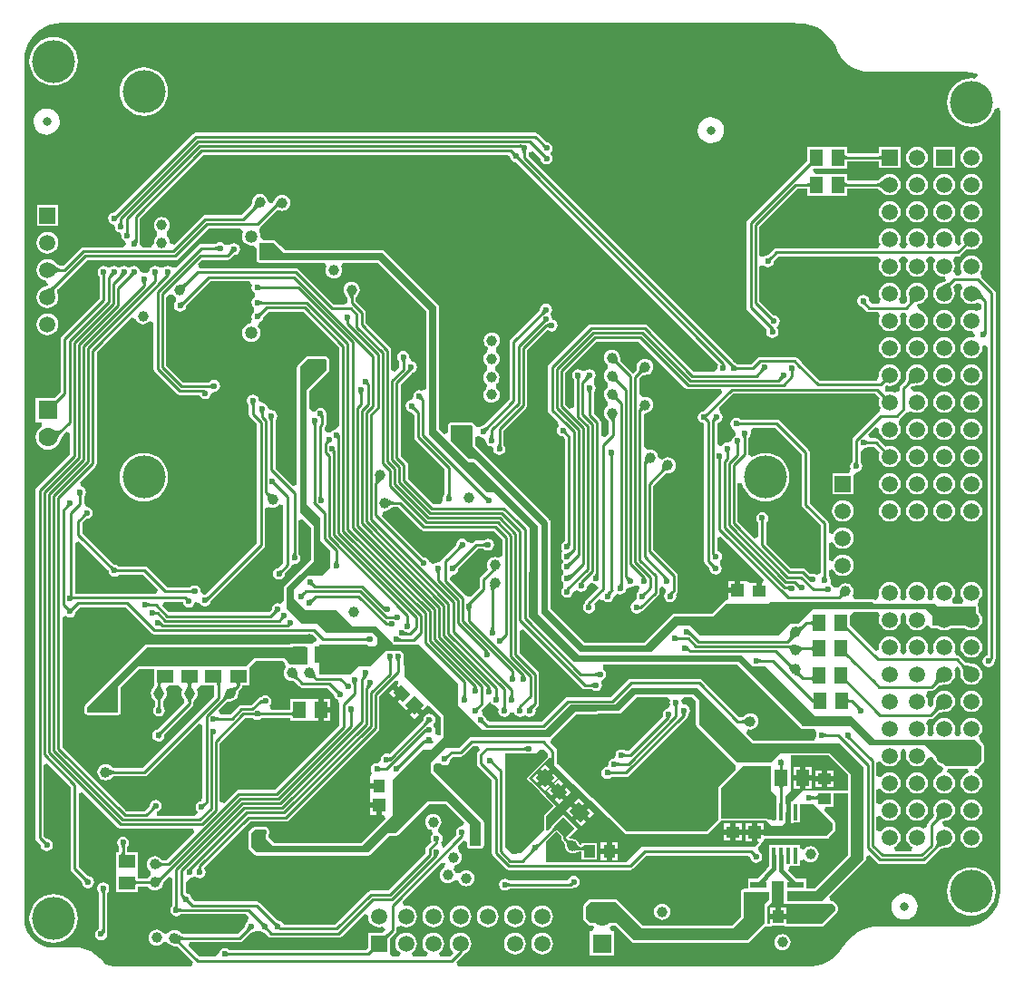
<source format=gbl>
G04*
G04 #@! TF.GenerationSoftware,Altium Limited,Altium Designer,18.1.7 (191)*
G04*
G04 Layer_Physical_Order=2*
G04 Layer_Color=16711680*
%FSLAX44Y44*%
%MOMM*%
G71*
G01*
G75*
%ADD10C,0.2540*%
%ADD26R,1.5240X1.2000*%
%ADD27C,0.8128*%
%ADD29R,1.2000X1.5240*%
%ADD31R,1.2000X1.2000*%
%ADD32R,1.2000X1.0500*%
%ADD33R,1.0500X1.2000*%
%ADD89C,1.0000*%
%ADD90C,1.5000*%
%ADD91R,1.5000X1.5000*%
%ADD92C,1.7780*%
%ADD93R,1.7780X1.7780*%
%ADD94R,1.5000X1.5000*%
%ADD95C,1.1900*%
%ADD96C,4.0000*%
%ADD97C,0.6000*%
%ADD98C,0.8000*%
G04:AMPARAMS|DCode=99|XSize=1.2mm|YSize=1.524mm|CornerRadius=0mm|HoleSize=0mm|Usage=FLASHONLY|Rotation=225.000|XOffset=0mm|YOffset=0mm|HoleType=Round|Shape=Rectangle|*
%AMROTATEDRECTD99*
4,1,4,-0.1146,0.9631,0.9631,-0.1146,0.1146,-0.9631,-0.9631,0.1146,-0.1146,0.9631,0.0*
%
%ADD99ROTATEDRECTD99*%

G04:AMPARAMS|DCode=100|XSize=1.05mm|YSize=1.2mm|CornerRadius=0mm|HoleSize=0mm|Usage=FLASHONLY|Rotation=225.000|XOffset=0mm|YOffset=0mm|HoleType=Round|Shape=Rectangle|*
%AMROTATEDRECTD100*
4,1,4,-0.0530,0.7955,0.7955,-0.0530,0.0530,-0.7955,-0.7955,0.0530,-0.0530,0.7955,0.0*
%
%ADD100ROTATEDRECTD100*%

%ADD101P,1.6971X4X270.0*%
%ADD102R,1.2000X1.2000*%
%ADD103R,0.4500X1.5000*%
%ADD104R,1.5000X0.5700*%
%ADD105C,0.3810*%
%ADD106C,0.4318*%
G36*
X702634Y1704246D02*
Y1704246D01*
X702790Y1704245D01*
X702790Y1704245D01*
X706416Y1704245D01*
X1386862D01*
X1390263Y1703997D01*
X1390479Y1703954D01*
X1390541Y1703966D01*
X1394251Y1703779D01*
X1397089Y1703556D01*
X1402890Y1702163D01*
X1408402Y1699880D01*
X1413488Y1696763D01*
X1418025Y1692888D01*
X1421899Y1688352D01*
X1425016Y1683266D01*
X1426819Y1678912D01*
X1426819Y1678912D01*
X1426896Y1678751D01*
X1426910Y1678730D01*
X1427899Y1676737D01*
X1428480Y1675790D01*
X1430643Y1672260D01*
X1434053Y1668268D01*
X1438045Y1664857D01*
X1442522Y1662114D01*
X1447374Y1660105D01*
X1452479Y1658879D01*
X1457570Y1658478D01*
Y1658478D01*
X1461373Y1658495D01*
X1547551D01*
X1551273Y1658202D01*
X1556243Y1657009D01*
X1558081Y1656248D01*
X1558334Y1655668D01*
X1557874Y1654560D01*
X1555669Y1652250D01*
X1552448Y1652567D01*
X1548029Y1652132D01*
X1543781Y1650843D01*
X1539865Y1648750D01*
X1536433Y1645933D01*
X1533616Y1642501D01*
X1531523Y1638585D01*
X1530234Y1634337D01*
X1529799Y1629918D01*
X1530234Y1625499D01*
X1531523Y1621251D01*
X1533616Y1617335D01*
X1536433Y1613903D01*
X1539865Y1611086D01*
X1543781Y1608993D01*
X1548029Y1607704D01*
X1552448Y1607269D01*
X1556867Y1607704D01*
X1561115Y1608993D01*
X1565031Y1611086D01*
X1568463Y1613903D01*
X1571280Y1617335D01*
X1573373Y1621251D01*
X1574117Y1623705D01*
X1577850Y1625305D01*
X1578467Y1625267D01*
X1578641Y1625143D01*
X1578868Y1624001D01*
X1579184Y1621706D01*
Y898580D01*
X1579120Y898255D01*
X1579112Y897812D01*
X1579130Y895154D01*
X1579182Y894895D01*
X1579187Y894425D01*
X1579187Y894425D01*
X1579314Y892820D01*
X1578997Y888793D01*
X1577769Y883679D01*
X1575756Y878820D01*
X1573008Y874335D01*
X1569592Y870335D01*
X1565592Y866919D01*
X1561108Y864171D01*
X1556248Y862158D01*
X1553045Y861389D01*
X1549479Y860800D01*
D01*
X1545684Y860765D01*
X1468212D01*
X1464700Y860765D01*
X1464424Y860710D01*
X1461969Y860520D01*
X1456615Y859455D01*
X1451446Y857700D01*
X1446550Y855286D01*
X1442012Y852253D01*
X1437907Y848654D01*
X1434308Y844550D01*
X1431525Y840384D01*
X1431472Y840415D01*
X1429792Y837674D01*
X1426234Y833508D01*
X1422068Y829950D01*
X1417397Y827088D01*
X1412335Y824991D01*
X1407008Y823712D01*
X1403983Y823474D01*
X1400201Y823541D01*
X1399635Y823565D01*
X1398504Y823522D01*
Y823522D01*
X1398467Y823494D01*
X1398160Y823486D01*
X1397083Y823271D01*
X1396522Y823223D01*
X1073105D01*
X1071527Y827033D01*
X1078347Y833853D01*
X1079189Y835113D01*
X1079212Y835229D01*
X1080663Y835830D01*
X1082761Y837439D01*
X1084370Y839537D01*
X1085382Y841979D01*
X1085727Y844600D01*
X1085382Y847221D01*
X1084370Y849663D01*
X1082761Y851761D01*
X1080663Y853370D01*
X1078221Y854382D01*
X1075600Y854727D01*
X1072979Y854382D01*
X1070537Y853370D01*
X1068439Y851761D01*
X1066830Y849663D01*
X1065818Y847221D01*
X1065473Y844600D01*
X1065818Y841979D01*
X1066830Y839537D01*
X1068439Y837439D01*
X1068594Y835087D01*
X1065641Y832135D01*
X1056549D01*
X1055379Y835564D01*
X1055413Y835945D01*
X1057361Y837439D01*
X1058970Y839537D01*
X1059982Y841979D01*
X1060327Y844600D01*
X1059982Y847221D01*
X1058970Y849663D01*
X1057361Y851761D01*
X1055263Y853370D01*
X1052821Y854382D01*
X1050200Y854727D01*
X1047579Y854382D01*
X1045137Y853370D01*
X1043039Y851761D01*
X1041430Y849663D01*
X1040418Y847221D01*
X1040073Y844600D01*
X1040418Y841979D01*
X1041430Y839537D01*
X1043039Y837439D01*
X1044987Y835945D01*
X1045022Y835564D01*
X1043851Y832135D01*
X1031149D01*
X1029979Y835564D01*
X1030013Y835945D01*
X1031961Y837439D01*
X1033570Y839537D01*
X1034582Y841979D01*
X1034927Y844600D01*
X1034582Y847221D01*
X1033570Y849663D01*
X1031961Y851761D01*
X1029863Y853370D01*
X1027421Y854382D01*
X1024800Y854727D01*
X1022179Y854382D01*
X1019737Y853370D01*
X1017639Y851761D01*
X1016030Y849663D01*
X1015018Y847221D01*
X1014673Y844600D01*
X1015018Y841979D01*
X1016030Y839537D01*
X1017639Y837439D01*
X1019587Y835945D01*
X1019622Y835564D01*
X1018451Y832135D01*
X1012245D01*
X1009440Y834560D01*
Y849053D01*
X1009966Y849673D01*
X1014747Y854453D01*
X1015589Y855713D01*
X1015885Y857200D01*
Y859383D01*
X1019695Y861262D01*
X1019737Y861230D01*
X1022179Y860218D01*
X1024800Y859873D01*
X1027421Y860218D01*
X1029863Y861230D01*
X1031961Y862839D01*
X1033570Y864937D01*
X1034582Y867379D01*
X1034927Y870000D01*
X1034582Y872621D01*
X1033570Y875063D01*
X1031961Y877161D01*
X1029863Y878770D01*
X1027421Y879782D01*
X1024800Y880127D01*
X1022507Y879825D01*
X1022206Y880107D01*
X1021350Y884056D01*
X1057076Y919782D01*
X1061392Y919305D01*
X1061440Y918853D01*
X1059947Y914836D01*
X1058372Y913628D01*
X1057164Y912053D01*
X1056404Y910218D01*
X1056145Y908250D01*
X1056404Y906282D01*
X1057164Y904447D01*
X1058372Y902872D01*
X1059948Y901664D01*
X1061782Y900904D01*
X1063750Y900645D01*
X1065718Y900904D01*
X1067552Y901664D01*
X1069128Y902872D01*
X1069572Y903451D01*
X1071559Y903493D01*
X1072943Y903191D01*
X1073695Y902829D01*
X1074164Y901697D01*
X1075372Y900122D01*
X1076947Y898914D01*
X1078782Y898154D01*
X1080750Y897895D01*
X1082718Y898154D01*
X1084553Y898914D01*
X1086128Y900122D01*
X1087336Y901697D01*
X1088096Y903532D01*
X1088355Y905500D01*
X1088096Y907468D01*
X1087336Y909303D01*
X1086128Y910878D01*
X1084553Y912086D01*
X1082718Y912846D01*
X1080750Y913105D01*
X1078782Y912846D01*
X1076947Y912086D01*
X1075372Y910878D01*
X1074928Y910299D01*
X1072941Y910257D01*
X1071557Y910559D01*
X1070805Y910921D01*
X1070336Y912053D01*
X1069128Y913628D01*
X1068976Y913744D01*
X1068976Y913842D01*
X1070260Y917561D01*
X1070968Y917654D01*
X1072803Y918414D01*
X1074378Y919622D01*
X1075586Y921198D01*
X1076346Y923032D01*
X1076605Y925000D01*
X1076346Y926968D01*
X1075586Y928802D01*
X1074378Y930378D01*
X1073632Y930950D01*
X1072888Y934027D01*
X1072945Y935651D01*
X1077970Y940676D01*
X1081780Y939098D01*
X1081780Y935572D01*
X1081977Y934581D01*
X1082539Y933741D01*
X1083379Y933180D01*
X1084370Y932983D01*
X1093852Y932983D01*
X1094843Y933180D01*
X1095683Y933741D01*
X1096581Y934639D01*
X1097143Y935479D01*
X1097340Y936470D01*
X1097340Y957250D01*
X1097142Y958241D01*
X1096581Y959081D01*
X1050537Y1005125D01*
X1050537Y1011219D01*
X1052884Y1013019D01*
X1056756Y1012756D01*
X1058588Y1011532D01*
X1060750Y1011102D01*
X1062912Y1011532D01*
X1064744Y1012756D01*
X1065969Y1014588D01*
X1066398Y1016750D01*
X1069099Y1019115D01*
X1075500D01*
X1076987Y1019411D01*
X1078247Y1020253D01*
X1087109Y1029115D01*
X1092144D01*
X1093602Y1025595D01*
X1092003Y1023997D01*
X1091161Y1022737D01*
X1090865Y1021250D01*
Y1012686D01*
X1091161Y1011199D01*
X1092003Y1009939D01*
X1104797Y997145D01*
Y928711D01*
X1105093Y927225D01*
X1105935Y925965D01*
X1117647Y914253D01*
X1118907Y913411D01*
X1120393Y913115D01*
X1233750D01*
X1235237Y913411D01*
X1236497Y914253D01*
X1248859Y926615D01*
X1342316D01*
X1345851Y925500D01*
X1346281Y923338D01*
X1347506Y921506D01*
X1349338Y920281D01*
X1351500Y919852D01*
X1353662Y920281D01*
X1355494Y921506D01*
X1356718Y923338D01*
X1357148Y925500D01*
X1356718Y927662D01*
X1355494Y929494D01*
X1354196Y930362D01*
X1353443Y933004D01*
X1353284Y934678D01*
X1355761Y937155D01*
X1356322Y937996D01*
X1356519Y938987D01*
X1358540Y940160D01*
X1359713Y942181D01*
X1360704Y942378D01*
X1360753Y942410D01*
X1417257Y942410D01*
X1418248Y942607D01*
X1419088Y943169D01*
X1419088Y943169D01*
X1424933Y949014D01*
X1425495Y949854D01*
X1425692Y950845D01*
X1425692Y956738D01*
X1425495Y957729D01*
X1424933Y958569D01*
X1424933Y958569D01*
X1415062Y968440D01*
X1416520Y971960D01*
X1423540D01*
Y984660D01*
X1437160Y984660D01*
X1437160Y927073D01*
X1405807Y895720D01*
X1398290D01*
Y904890D01*
X1389269D01*
X1381259Y912900D01*
X1382837Y916710D01*
X1392540D01*
Y922250D01*
X1396350Y923249D01*
X1396892Y922542D01*
X1398467Y921334D01*
X1400302Y920574D01*
X1402270Y920315D01*
X1404238Y920574D01*
X1406073Y921334D01*
X1407648Y922542D01*
X1408856Y924117D01*
X1409616Y925952D01*
X1409875Y927920D01*
X1409616Y929888D01*
X1408856Y931722D01*
X1407648Y933298D01*
X1406073Y934506D01*
X1404238Y935266D01*
X1402270Y935525D01*
X1400302Y935266D01*
X1398467Y934506D01*
X1396892Y933298D01*
X1396350Y932591D01*
X1392540Y933590D01*
Y936790D01*
X1363460D01*
Y919378D01*
X1363441Y919280D01*
X1363460Y916710D01*
X1361360Y913770D01*
X1352731Y905140D01*
X1343710D01*
Y896187D01*
X1340000Y895590D01*
X1340000Y895590D01*
X1340000Y895590D01*
X1339009Y895393D01*
X1338169Y894831D01*
X1337607Y893991D01*
X1337410Y893000D01*
X1337410Y893000D01*
X1337410Y892853D01*
X1337410Y870073D01*
X1328927Y861590D01*
X1246073Y861590D01*
X1222581Y885081D01*
X1221741Y885643D01*
X1220750Y885840D01*
X1196500Y885840D01*
X1195509Y885643D01*
X1194669Y885081D01*
X1190669Y881081D01*
X1190107Y880241D01*
X1189910Y879250D01*
X1189910Y868250D01*
X1190107Y867259D01*
X1190389Y866838D01*
X1190669Y866418D01*
X1190669Y866418D01*
X1194919Y862169D01*
X1195232Y861959D01*
X1195759Y861607D01*
X1196750Y861410D01*
X1198987D01*
X1200523Y859824D01*
X1198910Y856014D01*
X1196070D01*
Y833154D01*
X1218930D01*
Y856014D01*
X1216090D01*
X1214477Y859824D01*
X1216013Y861410D01*
X1219927D01*
X1235669Y845669D01*
X1236509Y845107D01*
X1237500Y844910D01*
X1343250Y844910D01*
X1344241Y845107D01*
X1345081Y845669D01*
X1360230Y860818D01*
X1360822Y860422D01*
X1361813Y860225D01*
X1364460D01*
X1365451Y860422D01*
X1366291Y860984D01*
X1366609Y861460D01*
X1377890D01*
X1378209Y860984D01*
X1379049Y860422D01*
X1380040Y860225D01*
X1412315Y860225D01*
X1413306Y860422D01*
X1414146Y860984D01*
X1426831Y873669D01*
X1427392Y874509D01*
X1427590Y875500D01*
Y879260D01*
X1427392Y880251D01*
X1426831Y881092D01*
X1424341Y883581D01*
X1423501Y884143D01*
X1422510Y884340D01*
X1421390D01*
X1419812Y888150D01*
X1453081Y921418D01*
X1453642Y922258D01*
X1453839Y923250D01*
X1453839Y925689D01*
X1457359Y927147D01*
X1464571Y919935D01*
X1465831Y919093D01*
X1467318Y918797D01*
X1507789D01*
X1509275Y919093D01*
X1510535Y919935D01*
X1522667Y932066D01*
X1522843Y932184D01*
X1523148Y932348D01*
X1524265Y932802D01*
X1524880Y932998D01*
X1527654Y933662D01*
X1528740Y933861D01*
X1528740D01*
X1528740Y933861D01*
X1528742Y933862D01*
X1528896Y933923D01*
X1529621Y934018D01*
X1532063Y935030D01*
X1534161Y936639D01*
X1535770Y938737D01*
X1536782Y941179D01*
X1537127Y943800D01*
X1536782Y946421D01*
X1535770Y948863D01*
X1534161Y950961D01*
X1532063Y952570D01*
X1529621Y953582D01*
X1527373Y953877D01*
X1526404Y954997D01*
X1525007Y957507D01*
X1525529Y958470D01*
X1527792Y959073D01*
X1528868Y959285D01*
X1528991Y959335D01*
X1529621Y959418D01*
X1532063Y960430D01*
X1534161Y962039D01*
X1535770Y964137D01*
X1536782Y966579D01*
X1537127Y969200D01*
X1536782Y971821D01*
X1535770Y974263D01*
X1534161Y976361D01*
X1532063Y977970D01*
X1529621Y978982D01*
X1527000Y979327D01*
X1524379Y978982D01*
X1521937Y977970D01*
X1519839Y976361D01*
X1518230Y974263D01*
X1517218Y971821D01*
X1516873Y969200D01*
X1517110Y967406D01*
X1517106Y967223D01*
X1517206Y966670D01*
X1517218Y966579D01*
X1517226Y966560D01*
X1517271Y966316D01*
X1517367Y965549D01*
X1517409Y964866D01*
X1517402Y964271D01*
X1517354Y963767D01*
X1517273Y963354D01*
X1517170Y963026D01*
X1517056Y962776D01*
X1516941Y962595D01*
X1512253Y957907D01*
X1511411Y956647D01*
X1511115Y955161D01*
Y953922D01*
X1507305Y952077D01*
X1506663Y952570D01*
X1504221Y953582D01*
X1501600Y953927D01*
X1498979Y953582D01*
X1496537Y952570D01*
X1494439Y950961D01*
X1492830Y948863D01*
X1491818Y946421D01*
X1491473Y943800D01*
X1491818Y941179D01*
X1492830Y938737D01*
X1494439Y936639D01*
X1496537Y935030D01*
X1497346Y934695D01*
X1496589Y930885D01*
X1481211D01*
X1480453Y934695D01*
X1481263Y935030D01*
X1483361Y936639D01*
X1484970Y938737D01*
X1485982Y941179D01*
X1486327Y943800D01*
X1485982Y946421D01*
X1484970Y948863D01*
X1483361Y950961D01*
X1481263Y952570D01*
X1478821Y953582D01*
X1476200Y953927D01*
X1473579Y953582D01*
X1471137Y952570D01*
X1469039Y950961D01*
X1467695Y949208D01*
X1466537Y949215D01*
X1463885Y950260D01*
Y962740D01*
X1466537Y963785D01*
X1467695Y963792D01*
X1469039Y962039D01*
X1471137Y960430D01*
X1473579Y959418D01*
X1476200Y959073D01*
X1478821Y959418D01*
X1481263Y960430D01*
X1483361Y962039D01*
X1484970Y964137D01*
X1485982Y966579D01*
X1486327Y969200D01*
X1485982Y971821D01*
X1484970Y974263D01*
X1483361Y976361D01*
X1481263Y977970D01*
X1478821Y978982D01*
X1476200Y979327D01*
X1473579Y978982D01*
X1471137Y977970D01*
X1469039Y976361D01*
X1467695Y974608D01*
X1466537Y974615D01*
X1463885Y975660D01*
Y988140D01*
X1466537Y989185D01*
X1467695Y989192D01*
X1469039Y987439D01*
X1471137Y985830D01*
X1473579Y984818D01*
X1476200Y984473D01*
X1478821Y984818D01*
X1481263Y985830D01*
X1483361Y987439D01*
X1484970Y989537D01*
X1485982Y991979D01*
X1486327Y994600D01*
X1485982Y997221D01*
X1484970Y999663D01*
X1483361Y1001761D01*
X1481263Y1003370D01*
X1478821Y1004382D01*
X1476200Y1004727D01*
X1473579Y1004382D01*
X1471137Y1003370D01*
X1469039Y1001761D01*
X1467695Y1000008D01*
X1466537Y1000015D01*
X1463885Y1001060D01*
Y1013540D01*
X1466537Y1014585D01*
X1467695Y1014592D01*
X1469039Y1012839D01*
X1471137Y1011230D01*
X1473579Y1010218D01*
X1476200Y1009873D01*
X1478821Y1010218D01*
X1481263Y1011230D01*
X1483361Y1012839D01*
X1484970Y1014937D01*
X1485982Y1017379D01*
X1486327Y1020000D01*
X1485982Y1022621D01*
X1488002Y1026152D01*
X1488349Y1026259D01*
X1489451D01*
X1489798Y1026152D01*
X1491818Y1022621D01*
X1491473Y1020000D01*
X1491818Y1017379D01*
X1492830Y1014937D01*
X1494439Y1012839D01*
X1496537Y1011230D01*
X1498979Y1010218D01*
X1501600Y1009873D01*
X1504221Y1010218D01*
X1506663Y1011230D01*
X1508761Y1012839D01*
X1510370Y1014937D01*
X1511277Y1017127D01*
X1511910Y1017592D01*
X1515176Y1018910D01*
X1517168Y1017758D01*
X1517218Y1017379D01*
X1518230Y1014937D01*
X1519839Y1012839D01*
X1521937Y1011230D01*
X1524379Y1010218D01*
X1524657Y1010182D01*
X1526085Y1008449D01*
X1526076Y1007676D01*
X1524489Y1004396D01*
X1524379Y1004382D01*
X1521937Y1003370D01*
X1519839Y1001761D01*
X1518230Y999663D01*
X1517218Y997221D01*
X1516873Y994600D01*
X1517218Y991979D01*
X1518230Y989537D01*
X1519839Y987439D01*
X1521937Y985830D01*
X1524379Y984818D01*
X1527000Y984473D01*
X1529621Y984818D01*
X1532063Y985830D01*
X1534161Y987439D01*
X1535770Y989537D01*
X1536782Y991979D01*
X1537127Y994600D01*
X1536782Y997221D01*
X1535770Y999663D01*
X1534161Y1001761D01*
X1532063Y1003370D01*
X1530742Y1003917D01*
X1530467Y1004031D01*
X1529953Y1004326D01*
X1529678Y1004598D01*
X1530525Y1007820D01*
X1530796Y1007910D01*
X1530549Y1007910D01*
Y1007910D01*
X1531428Y1007910D01*
X1548851Y1007910D01*
X1549779Y1004382D01*
X1547337Y1003370D01*
X1545239Y1001761D01*
X1543630Y999663D01*
X1542618Y997221D01*
X1542273Y994600D01*
X1542618Y991979D01*
X1543630Y989537D01*
X1545239Y987439D01*
X1547337Y985830D01*
X1549779Y984818D01*
X1552400Y984473D01*
X1555021Y984818D01*
X1557463Y985830D01*
X1559561Y987439D01*
X1561170Y989537D01*
X1562182Y991979D01*
X1562527Y994600D01*
X1562182Y997221D01*
X1561170Y999663D01*
X1559561Y1001761D01*
X1557463Y1003370D01*
X1555021Y1004382D01*
X1555949Y1007910D01*
X1557250D01*
X1558241Y1008107D01*
X1559081Y1008669D01*
X1563831Y1013419D01*
X1564393Y1014259D01*
X1564590Y1015250D01*
X1564590Y1029000D01*
X1564393Y1029991D01*
X1563831Y1030831D01*
X1560503Y1034160D01*
X1559561Y1038239D01*
X1561170Y1040337D01*
X1562182Y1042779D01*
X1562527Y1045400D01*
X1562182Y1048021D01*
X1561170Y1050463D01*
X1559561Y1052561D01*
X1557463Y1054170D01*
X1555021Y1055182D01*
X1552400Y1055527D01*
X1549779Y1055182D01*
X1547337Y1054170D01*
X1545239Y1052561D01*
X1543630Y1050463D01*
X1542618Y1048021D01*
X1542273Y1045400D01*
X1542618Y1042779D01*
X1542960Y1041955D01*
X1542307Y1040406D01*
X1541115Y1038497D01*
X1538286D01*
X1537093Y1040406D01*
X1536440Y1041955D01*
X1536782Y1042779D01*
X1537127Y1045400D01*
X1536782Y1048021D01*
X1535770Y1050463D01*
X1534161Y1052561D01*
X1532063Y1054170D01*
X1529621Y1055182D01*
X1527000Y1055527D01*
X1524379Y1055182D01*
X1521937Y1054170D01*
X1519839Y1052561D01*
X1518230Y1050463D01*
X1517218Y1048021D01*
X1516873Y1045400D01*
X1517218Y1042779D01*
X1517560Y1041955D01*
X1516907Y1040405D01*
X1515715Y1038497D01*
X1512885D01*
X1511693Y1040405D01*
X1511040Y1041955D01*
X1511382Y1042779D01*
X1511727Y1045400D01*
X1511382Y1048021D01*
X1510370Y1050463D01*
X1512370Y1054115D01*
X1514200D01*
X1515687Y1054411D01*
X1516947Y1055253D01*
X1521478Y1059785D01*
X1521669Y1059909D01*
X1521975Y1060061D01*
X1522384Y1060214D01*
X1522895Y1060359D01*
X1523508Y1060486D01*
X1524188Y1060584D01*
X1525945Y1060703D01*
X1526729Y1060709D01*
X1527000Y1060673D01*
X1529621Y1061018D01*
X1532063Y1062030D01*
X1534161Y1063639D01*
X1535770Y1065737D01*
X1536782Y1068179D01*
X1537127Y1070800D01*
X1536782Y1073421D01*
X1535770Y1075863D01*
X1534161Y1077961D01*
X1532063Y1079570D01*
X1529621Y1080582D01*
X1527000Y1080927D01*
X1524379Y1080582D01*
X1521937Y1079570D01*
X1519839Y1077961D01*
X1518230Y1075863D01*
X1517218Y1073421D01*
X1516873Y1070800D01*
X1516909Y1070529D01*
X1516903Y1069745D01*
X1516784Y1067988D01*
X1516737Y1067659D01*
X1514312Y1064623D01*
X1514050Y1064666D01*
X1511382Y1068179D01*
X1511727Y1070800D01*
X1511382Y1073421D01*
X1510370Y1075863D01*
X1510031Y1076305D01*
X1511910Y1080115D01*
X1514800D01*
X1516287Y1080411D01*
X1517547Y1081253D01*
X1521478Y1085185D01*
X1521669Y1085309D01*
X1521975Y1085461D01*
X1522384Y1085614D01*
X1522895Y1085759D01*
X1523508Y1085886D01*
X1524188Y1085984D01*
X1525945Y1086103D01*
X1526729Y1086109D01*
X1527000Y1086073D01*
X1529621Y1086418D01*
X1532063Y1087430D01*
X1534161Y1089039D01*
X1535770Y1091137D01*
X1536782Y1093579D01*
X1537127Y1096200D01*
X1536782Y1098821D01*
X1536679Y1099068D01*
X1538566Y1103232D01*
X1538836Y1103422D01*
X1539535Y1103571D01*
X1541385Y1101722D01*
X1541509Y1101531D01*
X1541660Y1101225D01*
X1541815Y1100816D01*
X1541959Y1100305D01*
X1542086Y1099692D01*
X1542184Y1099012D01*
X1542303Y1097255D01*
X1542309Y1096471D01*
X1542273Y1096200D01*
X1542618Y1093579D01*
X1543630Y1091137D01*
X1545239Y1089039D01*
X1547337Y1087430D01*
X1549779Y1086418D01*
X1552400Y1086073D01*
X1555021Y1086418D01*
X1557463Y1087430D01*
X1559561Y1089039D01*
X1561170Y1091137D01*
X1562182Y1093579D01*
X1562527Y1096200D01*
X1562182Y1098821D01*
X1561170Y1101263D01*
X1559561Y1103361D01*
X1557463Y1104970D01*
X1555021Y1105982D01*
X1552400Y1106327D01*
X1552129Y1106291D01*
X1551345Y1106297D01*
X1549588Y1106416D01*
X1548908Y1106514D01*
X1548295Y1106641D01*
X1547784Y1106785D01*
X1547375Y1106939D01*
X1547069Y1107091D01*
X1546878Y1107215D01*
X1541347Y1112747D01*
X1540087Y1113589D01*
X1538600Y1113885D01*
X1538537D01*
X1537713Y1114675D01*
X1536250Y1117695D01*
X1536782Y1118979D01*
X1537127Y1121600D01*
X1536782Y1124221D01*
X1535770Y1126663D01*
X1534161Y1128761D01*
X1532063Y1130370D01*
X1529621Y1131382D01*
X1527000Y1131727D01*
X1524379Y1131382D01*
X1521937Y1130370D01*
X1519839Y1128761D01*
X1518230Y1126663D01*
X1517218Y1124221D01*
X1516873Y1121600D01*
X1517218Y1118979D01*
X1517437Y1118451D01*
X1515598Y1114869D01*
X1514300Y1114596D01*
X1513002Y1114869D01*
X1511163Y1118451D01*
X1511382Y1118979D01*
X1511727Y1121600D01*
X1511382Y1124221D01*
X1510370Y1126663D01*
X1508761Y1128761D01*
X1506663Y1130370D01*
X1504221Y1131382D01*
X1501600Y1131727D01*
X1498979Y1131382D01*
X1496537Y1130370D01*
X1494439Y1128761D01*
X1492830Y1126663D01*
X1491818Y1124221D01*
X1491473Y1121600D01*
X1491818Y1118979D01*
X1492037Y1118451D01*
X1490199Y1114869D01*
X1488900Y1114596D01*
X1487601Y1114869D01*
X1485763Y1118451D01*
X1485982Y1118979D01*
X1486327Y1121600D01*
X1485982Y1124221D01*
X1484970Y1126663D01*
X1483361Y1128761D01*
X1481263Y1130370D01*
X1478821Y1131382D01*
X1476200Y1131727D01*
X1473579Y1131382D01*
X1471137Y1130370D01*
X1469039Y1128761D01*
X1467430Y1126663D01*
X1466418Y1124221D01*
X1466073Y1121600D01*
X1466345Y1119537D01*
X1465174Y1118490D01*
X1462898Y1117595D01*
X1439381Y1141113D01*
X1439291Y1141219D01*
X1439115Y1141451D01*
X1438977Y1141662D01*
X1438871Y1141850D01*
X1438796Y1142015D01*
X1438745Y1142157D01*
X1438714Y1142278D01*
X1438700Y1142365D01*
Y1150600D01*
X1442406Y1154410D01*
X1457000D01*
X1464429Y1154410D01*
X1465063Y1153915D01*
X1466824Y1150600D01*
X1466418Y1149621D01*
X1466073Y1147000D01*
X1466418Y1144379D01*
X1467430Y1141937D01*
X1469039Y1139839D01*
X1471137Y1138230D01*
X1473579Y1137218D01*
X1476200Y1136873D01*
X1478821Y1137218D01*
X1481263Y1138230D01*
X1483361Y1139839D01*
X1484970Y1141937D01*
X1485982Y1144379D01*
X1486327Y1147000D01*
X1485982Y1149621D01*
X1488002Y1153152D01*
X1488349Y1153259D01*
X1489451D01*
X1489798Y1153152D01*
X1491818Y1149621D01*
X1491473Y1147000D01*
X1491818Y1144379D01*
X1492830Y1141937D01*
X1494439Y1139839D01*
X1496537Y1138230D01*
X1498979Y1137218D01*
X1501600Y1136873D01*
X1504221Y1137218D01*
X1506663Y1138230D01*
X1508761Y1139839D01*
X1509982Y1141431D01*
X1510242Y1141454D01*
X1512455Y1141233D01*
X1513857Y1140759D01*
X1514419Y1139919D01*
X1515259Y1139357D01*
X1516250Y1139160D01*
X1516250Y1139160D01*
X1516397Y1139160D01*
X1520724D01*
X1521937Y1138230D01*
X1524379Y1137218D01*
X1527000Y1136873D01*
X1529621Y1137218D01*
X1532063Y1138230D01*
X1533275Y1139160D01*
X1546125Y1139160D01*
X1547337Y1138230D01*
X1549779Y1137218D01*
X1552400Y1136873D01*
X1555021Y1137218D01*
X1557463Y1138230D01*
X1559561Y1139839D01*
X1561170Y1141937D01*
X1562182Y1144379D01*
X1562527Y1147000D01*
X1562182Y1149621D01*
X1561170Y1152063D01*
X1559561Y1154161D01*
X1558840Y1154714D01*
Y1159000D01*
X1558643Y1159991D01*
X1558641Y1159994D01*
X1558188Y1161391D01*
X1558816Y1164668D01*
X1559561Y1165239D01*
X1561170Y1167337D01*
X1562182Y1169779D01*
X1562527Y1172400D01*
X1562182Y1175021D01*
X1561170Y1177463D01*
X1559561Y1179561D01*
X1557463Y1181170D01*
X1555021Y1182182D01*
X1552400Y1182527D01*
X1549779Y1182182D01*
X1547337Y1181170D01*
X1545239Y1179561D01*
X1543630Y1177463D01*
X1542618Y1175021D01*
X1542273Y1172400D01*
X1542618Y1169779D01*
X1543630Y1167337D01*
X1545116Y1165400D01*
X1545001Y1164660D01*
X1543737Y1161590D01*
X1535663Y1161590D01*
X1534399Y1164659D01*
X1534284Y1165400D01*
X1535770Y1167337D01*
X1536782Y1169779D01*
X1537127Y1172400D01*
X1536782Y1175021D01*
X1535770Y1177463D01*
X1534161Y1179561D01*
X1532063Y1181170D01*
X1529621Y1182182D01*
X1527000Y1182527D01*
X1524379Y1182182D01*
X1521937Y1181170D01*
X1519839Y1179561D01*
X1518230Y1177463D01*
X1517218Y1175021D01*
X1516873Y1172400D01*
X1517218Y1169779D01*
X1517560Y1168954D01*
X1516912Y1167415D01*
X1515714Y1165497D01*
X1512886Y1165497D01*
X1511688Y1167414D01*
X1511040Y1168954D01*
X1511382Y1169779D01*
X1511727Y1172400D01*
X1511382Y1175021D01*
X1510370Y1177463D01*
X1508761Y1179561D01*
X1506663Y1181170D01*
X1504221Y1182182D01*
X1501600Y1182527D01*
X1498979Y1182182D01*
X1496537Y1181170D01*
X1494439Y1179561D01*
X1492830Y1177463D01*
X1491818Y1175021D01*
X1491473Y1172400D01*
X1491818Y1169779D01*
X1492160Y1168955D01*
X1491509Y1167410D01*
X1490314Y1165497D01*
X1487486Y1165497D01*
X1486291Y1167410D01*
X1485640Y1168955D01*
X1485982Y1169779D01*
X1486327Y1172400D01*
X1485982Y1175021D01*
X1484970Y1177463D01*
X1483361Y1179561D01*
X1481263Y1181170D01*
X1478821Y1182182D01*
X1476200Y1182527D01*
X1473579Y1182182D01*
X1471137Y1181170D01*
X1469039Y1179561D01*
X1467430Y1177463D01*
X1466418Y1175021D01*
X1466073Y1172400D01*
X1466418Y1169779D01*
X1464431Y1165980D01*
X1464014Y1165851D01*
X1462101Y1165485D01*
X1461491Y1165893D01*
X1460500Y1166090D01*
X1443451D01*
X1441396Y1169670D01*
X1442155Y1171504D01*
X1442415Y1173472D01*
X1442155Y1175441D01*
X1441396Y1177275D01*
X1440187Y1178850D01*
X1438612Y1180059D01*
X1436778Y1180818D01*
X1434809Y1181077D01*
X1432841Y1180818D01*
X1431007Y1180059D01*
X1429432Y1178850D01*
X1428223Y1177275D01*
X1428133Y1177058D01*
X1424934Y1177182D01*
X1424128Y1177345D01*
X1422994Y1179042D01*
X1421162Y1180266D01*
X1421035Y1184000D01*
X1420605Y1186162D01*
X1419381Y1187994D01*
X1419295Y1188052D01*
X1419279Y1188124D01*
X1419272Y1188172D01*
Y1193545D01*
X1423082Y1194302D01*
X1423730Y1192737D01*
X1425339Y1190639D01*
X1427437Y1189030D01*
X1429879Y1188018D01*
X1432500Y1187673D01*
X1435121Y1188018D01*
X1437563Y1189030D01*
X1439661Y1190639D01*
X1441270Y1192737D01*
X1442282Y1195179D01*
X1442627Y1197800D01*
X1442282Y1200421D01*
X1441270Y1202863D01*
X1439661Y1204961D01*
X1437563Y1206570D01*
X1435121Y1207582D01*
X1432500Y1207927D01*
X1429879Y1207582D01*
X1427437Y1206570D01*
X1425339Y1204961D01*
X1423730Y1202863D01*
X1423082Y1201298D01*
X1419272Y1202055D01*
Y1218945D01*
X1423082Y1219702D01*
X1423730Y1218137D01*
X1425339Y1216039D01*
X1427437Y1214430D01*
X1429879Y1213418D01*
X1432500Y1213073D01*
X1435121Y1213418D01*
X1437563Y1214430D01*
X1439661Y1216039D01*
X1441270Y1218137D01*
X1442282Y1220579D01*
X1442627Y1223200D01*
X1442282Y1225821D01*
X1441270Y1228263D01*
X1439661Y1230361D01*
X1437563Y1231970D01*
X1435121Y1232982D01*
X1432500Y1233327D01*
X1429879Y1232982D01*
X1427437Y1231970D01*
X1425339Y1230361D01*
X1423730Y1228263D01*
X1423082Y1226698D01*
X1419272Y1227455D01*
Y1236757D01*
X1418976Y1238243D01*
X1418134Y1239503D01*
X1401521Y1256116D01*
Y1303151D01*
X1401225Y1304637D01*
X1400383Y1305898D01*
X1373534Y1332747D01*
X1372274Y1333589D01*
X1370787Y1333885D01*
X1337172D01*
X1337124Y1333892D01*
X1337052Y1333908D01*
X1336994Y1333994D01*
X1335162Y1335219D01*
X1333000Y1335648D01*
X1330838Y1335219D01*
X1329006Y1333994D01*
X1327781Y1332162D01*
X1327352Y1330000D01*
X1327781Y1327838D01*
X1329006Y1326006D01*
X1330838Y1324781D01*
X1332669Y1321117D01*
X1332692Y1320759D01*
X1332092Y1319227D01*
X1332038Y1319185D01*
X1330256Y1317994D01*
X1329032Y1316162D01*
X1328881Y1315406D01*
X1327789Y1313682D01*
X1324997Y1312589D01*
X1324700Y1312648D01*
X1322538Y1312219D01*
X1320706Y1310994D01*
X1319482Y1309162D01*
X1319415Y1309126D01*
X1317806Y1309104D01*
X1315094Y1311780D01*
Y1330470D01*
X1316662Y1330781D01*
X1318494Y1332006D01*
X1319719Y1333838D01*
X1320148Y1336000D01*
X1319719Y1338162D01*
X1318494Y1339994D01*
X1317974Y1340342D01*
X1317112Y1344186D01*
X1317233Y1344989D01*
X1330155Y1357911D01*
X1462995D01*
X1466907Y1354000D01*
X1466418Y1352821D01*
X1466073Y1350200D01*
X1466418Y1347579D01*
X1467430Y1345137D01*
X1467485Y1345065D01*
X1466929Y1342258D01*
X1465980Y1340768D01*
X1465200Y1340247D01*
X1442253Y1317300D01*
X1441411Y1316040D01*
X1441115Y1314553D01*
Y1294422D01*
X1441108Y1294374D01*
X1441092Y1294302D01*
X1441006Y1294244D01*
X1439781Y1292412D01*
X1439352Y1290250D01*
X1439781Y1288088D01*
X1439941Y1287850D01*
X1437986Y1284040D01*
X1422460D01*
Y1263960D01*
X1442540D01*
Y1281206D01*
X1444982Y1284576D01*
X1446032Y1284807D01*
X1447162Y1285031D01*
X1448994Y1286256D01*
X1450219Y1288088D01*
X1450648Y1290250D01*
X1450219Y1292412D01*
X1448994Y1294244D01*
X1448908Y1294302D01*
X1448892Y1294375D01*
X1448885Y1294422D01*
Y1303487D01*
X1451500Y1306852D01*
X1453662Y1307281D01*
X1455494Y1308506D01*
X1455551Y1308592D01*
X1455625Y1308608D01*
X1455672Y1308615D01*
X1461491D01*
X1466907Y1303200D01*
X1466418Y1302021D01*
X1466073Y1299400D01*
X1466418Y1296779D01*
X1467430Y1294337D01*
X1469039Y1292239D01*
X1471137Y1290630D01*
X1473579Y1289618D01*
X1476200Y1289273D01*
X1478821Y1289618D01*
X1481263Y1290630D01*
X1483361Y1292239D01*
X1484970Y1294337D01*
X1485982Y1296779D01*
X1486327Y1299400D01*
X1485982Y1302021D01*
X1484970Y1304463D01*
X1483361Y1306561D01*
X1481263Y1308170D01*
X1478821Y1309182D01*
X1476200Y1309527D01*
X1473579Y1309182D01*
X1472400Y1308693D01*
X1465847Y1315247D01*
X1464587Y1316089D01*
X1463100Y1316385D01*
X1457713D01*
X1456270Y1319870D01*
X1456407Y1320466D01*
X1462456Y1326516D01*
X1465928Y1324869D01*
X1466080Y1324751D01*
X1466418Y1322179D01*
X1467430Y1319737D01*
X1469039Y1317639D01*
X1471137Y1316030D01*
X1473579Y1315018D01*
X1476200Y1314673D01*
X1478821Y1315018D01*
X1481263Y1316030D01*
X1483361Y1317639D01*
X1484970Y1319737D01*
X1485982Y1322179D01*
X1486327Y1324800D01*
X1485982Y1327421D01*
X1484970Y1329863D01*
X1484797Y1330088D01*
X1484733Y1330886D01*
X1485645Y1334627D01*
X1485789Y1334795D01*
X1491605Y1340611D01*
X1491779Y1340760D01*
X1495651Y1341639D01*
X1496381Y1341549D01*
X1496537Y1341430D01*
X1498979Y1340418D01*
X1501600Y1340073D01*
X1504221Y1340418D01*
X1506663Y1341430D01*
X1508761Y1343039D01*
X1510370Y1345137D01*
X1511382Y1347579D01*
X1511727Y1350200D01*
X1511382Y1352821D01*
X1510370Y1355263D01*
X1508761Y1357361D01*
X1506663Y1358970D01*
X1504221Y1359982D01*
X1501600Y1360327D01*
X1498979Y1359982D01*
X1495594Y1362704D01*
X1495419Y1363926D01*
X1496078Y1364585D01*
X1496269Y1364709D01*
X1496575Y1364861D01*
X1496984Y1365014D01*
X1497495Y1365159D01*
X1498108Y1365286D01*
X1498788Y1365384D01*
X1500545Y1365503D01*
X1501329Y1365509D01*
X1501600Y1365473D01*
X1504221Y1365818D01*
X1506663Y1366830D01*
X1508761Y1368439D01*
X1510370Y1370537D01*
X1511382Y1372979D01*
X1511727Y1375600D01*
X1511382Y1378221D01*
X1510370Y1380663D01*
X1508761Y1382761D01*
X1506663Y1384370D01*
X1504221Y1385382D01*
X1501600Y1385727D01*
X1498979Y1385382D01*
X1496537Y1384370D01*
X1494439Y1382761D01*
X1492830Y1380663D01*
X1491818Y1378221D01*
X1491473Y1375600D01*
X1491509Y1375329D01*
X1491503Y1374545D01*
X1491384Y1372788D01*
X1491286Y1372108D01*
X1491159Y1371495D01*
X1491015Y1370984D01*
X1490860Y1370575D01*
X1490709Y1370269D01*
X1490585Y1370078D01*
X1486253Y1365747D01*
X1485411Y1364487D01*
X1485115Y1363000D01*
Y1360817D01*
X1481305Y1358938D01*
X1481263Y1358970D01*
X1478821Y1359982D01*
X1476200Y1360327D01*
X1473579Y1359982D01*
X1472641Y1359593D01*
X1471898Y1360249D01*
X1472131Y1364958D01*
X1473174Y1365736D01*
X1473579Y1365568D01*
X1476200Y1365223D01*
X1478821Y1365568D01*
X1481263Y1366580D01*
X1483361Y1368189D01*
X1484970Y1370287D01*
X1485982Y1372729D01*
X1486327Y1375350D01*
X1485982Y1377971D01*
X1484970Y1380413D01*
X1483361Y1382511D01*
X1481263Y1384120D01*
X1478821Y1385132D01*
X1476200Y1385477D01*
X1473579Y1385132D01*
X1471137Y1384120D01*
X1469039Y1382511D01*
X1467430Y1380413D01*
X1466418Y1377971D01*
X1466073Y1375350D01*
X1466253Y1373982D01*
X1464198Y1371078D01*
X1463266Y1370385D01*
X1410859D01*
X1393902Y1387342D01*
X1393795Y1387502D01*
X1390002Y1391295D01*
X1388742Y1392137D01*
X1387255Y1392433D01*
X1355176D01*
X1353689Y1392137D01*
X1352429Y1391295D01*
X1346768Y1385635D01*
X1334558D01*
X1334510Y1385642D01*
X1334438Y1385658D01*
X1334380Y1385744D01*
X1332548Y1386969D01*
X1331716Y1387134D01*
X1138977Y1579873D01*
X1138994Y1583506D01*
X1139041Y1583577D01*
X1143618Y1584388D01*
X1150053Y1577953D01*
X1150082Y1577914D01*
X1150122Y1577851D01*
X1150101Y1577750D01*
X1150531Y1575588D01*
X1151756Y1573756D01*
X1153588Y1572531D01*
X1155750Y1572101D01*
X1157912Y1572531D01*
X1159744Y1573756D01*
X1160969Y1575588D01*
X1161398Y1577750D01*
X1160969Y1579912D01*
X1159744Y1581744D01*
Y1583506D01*
X1160969Y1585338D01*
X1161398Y1587500D01*
X1160969Y1589662D01*
X1159744Y1591494D01*
X1157912Y1592719D01*
X1155750Y1593148D01*
X1155649Y1593128D01*
X1155586Y1593168D01*
X1155546Y1593197D01*
X1147956Y1600788D01*
X1146696Y1601630D01*
X1145209Y1601926D01*
X828362D01*
X826876Y1601630D01*
X825615Y1600788D01*
X752236Y1527409D01*
X752107Y1527435D01*
X749946Y1527005D01*
X748113Y1525780D01*
X746889Y1523948D01*
X746459Y1521786D01*
X746889Y1519624D01*
X748113Y1517792D01*
X749946Y1516568D01*
X752108Y1516135D01*
X752943Y1512419D01*
X753103Y1511612D01*
X754327Y1509780D01*
X756160Y1508555D01*
X758322Y1508123D01*
X759157Y1504407D01*
X759317Y1503600D01*
X760542Y1501768D01*
X762374Y1500544D01*
X762481Y1500522D01*
X763094Y1498173D01*
X760284Y1494907D01*
X723415D01*
X721929Y1494611D01*
X720669Y1493769D01*
X704534Y1477635D01*
X701693D01*
X701471Y1477682D01*
X701147Y1477791D01*
X700749Y1477971D01*
X700285Y1478230D01*
X699762Y1478574D01*
X699212Y1478985D01*
X697886Y1480143D01*
X697327Y1480694D01*
X697161Y1480911D01*
X695063Y1482520D01*
X692621Y1483532D01*
X690000Y1483877D01*
X687379Y1483532D01*
X684937Y1482520D01*
X682839Y1480911D01*
X681230Y1478813D01*
X680218Y1476371D01*
X679873Y1473750D01*
X680218Y1471129D01*
X681230Y1468687D01*
X682839Y1466589D01*
X684937Y1464980D01*
X687379Y1463968D01*
X687692Y1463927D01*
X690237Y1460173D01*
X690255Y1459911D01*
X689906Y1458981D01*
X688220Y1458358D01*
X687559Y1458155D01*
X687379Y1458132D01*
X687077Y1458007D01*
X687075Y1458006D01*
X687070Y1458004D01*
X684937Y1457120D01*
X682839Y1455511D01*
X681230Y1453413D01*
X680218Y1450971D01*
X679873Y1448350D01*
X680218Y1445729D01*
X681230Y1443287D01*
X682839Y1441189D01*
X684937Y1439580D01*
X687379Y1438568D01*
X690000Y1438223D01*
X692621Y1438568D01*
X695063Y1439580D01*
X697161Y1441189D01*
X698770Y1443287D01*
X699782Y1445729D01*
X700127Y1448350D01*
X699782Y1450971D01*
X699628Y1451341D01*
X699626Y1451373D01*
X699383Y1452206D01*
X699229Y1452893D01*
X699140Y1453500D01*
X699108Y1454021D01*
X699124Y1454455D01*
X699176Y1454804D01*
X699254Y1455078D01*
X699349Y1455292D01*
X699456Y1455462D01*
X726813Y1482819D01*
X809061D01*
X810547Y1483115D01*
X811807Y1483957D01*
X840466Y1512615D01*
X870340D01*
X871716Y1510570D01*
X872387Y1508805D01*
X871729Y1507216D01*
X871437Y1505000D01*
X871729Y1502784D01*
X872584Y1500718D01*
X873945Y1498945D01*
X875718Y1497584D01*
X877784Y1496729D01*
X880000Y1496437D01*
X881600Y1496647D01*
X882959Y1496077D01*
X885410Y1493928D01*
Y1483000D01*
X885607Y1482009D01*
X886169Y1481169D01*
X887009Y1480607D01*
X888000Y1480410D01*
X948438Y1480410D01*
X949837Y1478299D01*
X950476Y1476600D01*
X949904Y1475218D01*
X949645Y1473250D01*
X949904Y1471282D01*
X950664Y1469447D01*
X951872Y1467872D01*
X953447Y1466664D01*
X955282Y1465904D01*
X957250Y1465645D01*
X959218Y1465904D01*
X961052Y1466664D01*
X962628Y1467872D01*
X963836Y1469447D01*
X964596Y1471282D01*
X964855Y1473250D01*
X964596Y1475218D01*
X964024Y1476600D01*
X964662Y1478299D01*
X966062Y1480410D01*
X997972Y1480410D01*
X1043160Y1435222D01*
X1043160Y1362901D01*
X1039350Y1360871D01*
X1039204Y1360969D01*
X1037042Y1361398D01*
X1034881Y1360969D01*
X1033048Y1359744D01*
X1031824Y1357912D01*
X1031394Y1355750D01*
X1031401Y1355711D01*
X1030012Y1352652D01*
X1028569Y1351907D01*
X1027621Y1351719D01*
X1025789Y1350494D01*
X1024564Y1348662D01*
X1024134Y1346500D01*
X1024564Y1344338D01*
X1025789Y1342506D01*
X1027621Y1341281D01*
X1029783Y1340851D01*
X1032297Y1338250D01*
Y1317461D01*
X1032593Y1315975D01*
X1033435Y1314715D01*
X1060584Y1287565D01*
Y1264172D01*
X1060577Y1264124D01*
X1060561Y1264052D01*
X1060475Y1263994D01*
X1059250Y1262162D01*
X1058820Y1260000D01*
X1059080Y1258695D01*
X1057562Y1255927D01*
X1056642Y1254885D01*
X1050151D01*
X1026521Y1278515D01*
Y1291366D01*
X1026225Y1292852D01*
X1025383Y1294113D01*
X1019451Y1300045D01*
Y1366457D01*
X1030018Y1377024D01*
X1030234Y1377193D01*
X1030310Y1377243D01*
X1030397Y1377295D01*
X1030469Y1377331D01*
X1030523Y1377355D01*
X1030562Y1377369D01*
X1030681Y1377402D01*
X1030818Y1377471D01*
X1031462Y1377599D01*
X1033294Y1378823D01*
X1034519Y1380656D01*
X1034949Y1382818D01*
X1034519Y1384979D01*
X1033294Y1386812D01*
X1031462Y1388036D01*
X1030392Y1388249D01*
X1028932Y1389210D01*
X1027550Y1392002D01*
X1027648Y1392500D01*
X1027218Y1394662D01*
X1025994Y1396494D01*
X1024162Y1397719D01*
X1022000Y1398148D01*
X1019838Y1397719D01*
X1018006Y1396494D01*
X1016781Y1394662D01*
X1016351Y1392500D01*
X1016781Y1390338D01*
X1018006Y1388506D01*
X1018092Y1388448D01*
X1018108Y1388376D01*
X1018115Y1388328D01*
Y1382216D01*
X1014335Y1378435D01*
X1010815Y1379893D01*
Y1398390D01*
X1010519Y1399876D01*
X1009677Y1401136D01*
X986953Y1423861D01*
Y1433603D01*
X986657Y1435090D01*
X985815Y1436350D01*
X977635Y1444530D01*
Y1447392D01*
X977646Y1447463D01*
X977693Y1447640D01*
X977767Y1447842D01*
X977876Y1448071D01*
X978022Y1448327D01*
X978212Y1448609D01*
X978448Y1448913D01*
X978731Y1449238D01*
X979040Y1449555D01*
X979128Y1449622D01*
X980336Y1451198D01*
X981096Y1453032D01*
X981355Y1455000D01*
X981096Y1456968D01*
X980336Y1458802D01*
X979128Y1460378D01*
X977552Y1461586D01*
X975718Y1462346D01*
X973750Y1462605D01*
X971782Y1462346D01*
X969948Y1461586D01*
X968372Y1460378D01*
X967164Y1458802D01*
X966404Y1456968D01*
X966145Y1455000D01*
X966404Y1453032D01*
X967164Y1451198D01*
X968372Y1449622D01*
X968460Y1449555D01*
X968768Y1449238D01*
X969052Y1448913D01*
X969288Y1448609D01*
X969478Y1448327D01*
X969624Y1448071D01*
X969733Y1447842D01*
X969807Y1447640D01*
X969854Y1447463D01*
X969865Y1447392D01*
Y1442921D01*
X966286Y1441385D01*
X957216D01*
X924535Y1474065D01*
X923275Y1474907D01*
X921789Y1475203D01*
X831840D01*
X830262Y1479013D01*
X834364Y1483115D01*
X858000D01*
X859487Y1483411D01*
X860747Y1484253D01*
X863796Y1487303D01*
X863836Y1487332D01*
X863899Y1487372D01*
X864000Y1487352D01*
X866162Y1487781D01*
X867994Y1489006D01*
X869219Y1490838D01*
X869649Y1493000D01*
X869219Y1495162D01*
X867994Y1496994D01*
X866162Y1498219D01*
X864000Y1498649D01*
X861838Y1498219D01*
X860006Y1496994D01*
X859951Y1496912D01*
X858845Y1496689D01*
X855581Y1497116D01*
X854994Y1497994D01*
X853162Y1499219D01*
X851000Y1499648D01*
X848838Y1499219D01*
X847006Y1497994D01*
X846948Y1497908D01*
X846876Y1497892D01*
X846828Y1497885D01*
X833649D01*
X832162Y1497589D01*
X830902Y1496747D01*
X810463Y1476308D01*
X806283Y1475705D01*
X804451Y1476929D01*
X802289Y1477359D01*
X800128Y1476929D01*
X798295Y1475705D01*
X794494D01*
X792662Y1476929D01*
X790500Y1477359D01*
X788338Y1476929D01*
X786506Y1475705D01*
X785281Y1473872D01*
X785108Y1472999D01*
X783359Y1471196D01*
X781216Y1470456D01*
X780250Y1470648D01*
X780064Y1470612D01*
X777314Y1471436D01*
X776062Y1473404D01*
X775968Y1473872D01*
X774744Y1475705D01*
X772912Y1476929D01*
X770750Y1477359D01*
X768588Y1476929D01*
X766756Y1475705D01*
X765327D01*
X763495Y1476929D01*
X761333Y1477359D01*
X759172Y1476929D01*
X757339Y1475705D01*
X755911D01*
X754078Y1476929D01*
X751917Y1477359D01*
X749755Y1476929D01*
X747923Y1475705D01*
X746494D01*
X744662Y1476929D01*
X742500Y1477359D01*
X740338Y1476929D01*
X738506Y1475705D01*
X737281Y1473872D01*
X736852Y1471711D01*
X737281Y1469549D01*
X738506Y1467717D01*
X738592Y1467659D01*
X738608Y1467586D01*
X738615Y1467538D01*
Y1447206D01*
X703345Y1411936D01*
X702503Y1410676D01*
X702207Y1409189D01*
Y1360085D01*
X696874Y1354752D01*
X696469Y1354375D01*
X696164Y1354130D01*
X678886D01*
Y1331270D01*
X684219D01*
X684976Y1327460D01*
X684552Y1327284D01*
X682164Y1325452D01*
X680332Y1323064D01*
X679180Y1320284D01*
X678787Y1317300D01*
X679180Y1314316D01*
X680332Y1311536D01*
X682164Y1309148D01*
X684552Y1307316D01*
X687332Y1306164D01*
X690316Y1305771D01*
X693300Y1306164D01*
X696080Y1307316D01*
X698468Y1309148D01*
X700300Y1311536D01*
X700475Y1311959D01*
X700481Y1311966D01*
X704096Y1318671D01*
X704711Y1319685D01*
X704784Y1319790D01*
X707323Y1322330D01*
X710843Y1320872D01*
Y1301470D01*
X679821Y1270447D01*
X678979Y1269187D01*
X678683Y1267701D01*
Y943292D01*
X678979Y941805D01*
X679821Y940545D01*
X683553Y936814D01*
X683582Y936774D01*
X683622Y936711D01*
X683602Y936610D01*
X684031Y934448D01*
X685256Y932616D01*
X687088Y931391D01*
X689250Y930961D01*
X691412Y931391D01*
X693244Y932616D01*
X694469Y934448D01*
X694899Y936610D01*
X694469Y938772D01*
X693244Y940604D01*
X691412Y941829D01*
X689250Y942259D01*
X689149Y942238D01*
X689086Y942278D01*
X689046Y942307D01*
X686453Y944901D01*
Y1011219D01*
X689973Y1012677D01*
X711452Y991198D01*
Y914414D01*
X711748Y912927D01*
X712590Y911667D01*
X722053Y902204D01*
X722082Y902164D01*
X722122Y902101D01*
X722102Y902000D01*
X722531Y899838D01*
X723756Y898006D01*
X725588Y896781D01*
X727750Y896351D01*
X729912Y896781D01*
X731744Y898006D01*
X732969Y899838D01*
X733399Y902000D01*
X732969Y904162D01*
X731744Y905994D01*
X729912Y907219D01*
X727750Y907648D01*
X727649Y907628D01*
X727586Y907668D01*
X727546Y907697D01*
X719221Y916023D01*
Y984557D01*
X722741Y986015D01*
X755746Y953010D01*
X757006Y952168D01*
X758493Y951872D01*
X825780D01*
X827238Y948352D01*
X801271Y922385D01*
X797608D01*
X797537Y922396D01*
X797360Y922443D01*
X797158Y922517D01*
X796929Y922626D01*
X796673Y922772D01*
X796391Y922962D01*
X796087Y923198D01*
X795762Y923481D01*
X795445Y923790D01*
X795378Y923878D01*
X793802Y925086D01*
X791968Y925846D01*
X790000Y926105D01*
X788032Y925846D01*
X786198Y925086D01*
X784622Y923878D01*
X783414Y922302D01*
X782654Y920468D01*
X782395Y918500D01*
X782654Y916532D01*
X783414Y914697D01*
X784622Y913122D01*
X786034Y912039D01*
X786308Y910218D01*
X786336Y909789D01*
X786109Y907827D01*
X784872Y906878D01*
X783727Y905385D01*
X774736D01*
Y909310D01*
X774736Y909880D01*
Y913120D01*
X774736Y913690D01*
Y930200D01*
X764385D01*
Y934578D01*
X764392Y934626D01*
X764408Y934698D01*
X764494Y934756D01*
X765719Y936588D01*
X766149Y938750D01*
X765719Y940912D01*
X764494Y942744D01*
X762662Y943969D01*
X760500Y944398D01*
X758338Y943969D01*
X756506Y942744D01*
X755281Y940912D01*
X754852Y938750D01*
X755281Y936588D01*
X756506Y934756D01*
X756592Y934698D01*
X756608Y934625D01*
X756615Y934578D01*
Y930200D01*
X754416D01*
Y913690D01*
X754416Y913120D01*
Y909880D01*
X754416Y909310D01*
Y892800D01*
X774736D01*
Y897615D01*
X783727D01*
X784872Y896122D01*
X786448Y894914D01*
X788282Y894154D01*
X790250Y893895D01*
X792218Y894154D01*
X794053Y894914D01*
X795628Y896122D01*
X796836Y897698D01*
X797596Y899532D01*
X797613Y899658D01*
X797930Y900815D01*
X798069Y901238D01*
X798403Y902077D01*
X798543Y902364D01*
X798688Y902622D01*
X798822Y902828D01*
X798868Y902888D01*
X802777Y906797D01*
X806297Y905339D01*
Y879922D01*
X806290Y879874D01*
X806274Y879801D01*
X806188Y879744D01*
X804963Y877912D01*
X804533Y875750D01*
X804963Y873588D01*
X806188Y871756D01*
X808020Y870531D01*
X810182Y870101D01*
X812344Y870531D01*
X814176Y871756D01*
X814233Y871842D01*
X814306Y871858D01*
X814354Y871865D01*
X875029D01*
X877884Y868984D01*
X877876Y868410D01*
X876976Y865142D01*
X876006Y864494D01*
X874781Y862661D01*
X874352Y860500D01*
X874372Y860398D01*
X874332Y860336D01*
X874303Y860296D01*
X867641Y853635D01*
X816108D01*
X816037Y853646D01*
X815860Y853693D01*
X815658Y853767D01*
X815429Y853876D01*
X815173Y854022D01*
X814891Y854212D01*
X814587Y854448D01*
X814262Y854731D01*
X813945Y855040D01*
X813878Y855128D01*
X812302Y856336D01*
X810468Y857096D01*
X808500Y857355D01*
X806532Y857096D01*
X804697Y856336D01*
X803122Y855128D01*
X802336Y854102D01*
X799725Y853906D01*
X798049Y854177D01*
X797128Y855378D01*
X795553Y856586D01*
X793718Y857346D01*
X791750Y857605D01*
X789782Y857346D01*
X787947Y856586D01*
X786372Y855378D01*
X785164Y853802D01*
X784404Y851968D01*
X784145Y850000D01*
X784404Y848032D01*
X785164Y846198D01*
X786372Y844622D01*
X787947Y843414D01*
X789782Y842654D01*
X791750Y842395D01*
X793718Y842654D01*
X795553Y843414D01*
X797128Y844622D01*
X797914Y845648D01*
X800525Y845844D01*
X802201Y845573D01*
X803122Y844372D01*
X804697Y843164D01*
X806532Y842404D01*
X808500Y842145D01*
X808610Y842159D01*
X809052Y842153D01*
X809482Y842124D01*
X809864Y842075D01*
X810197Y842011D01*
X810482Y841933D01*
X810720Y841848D01*
X810916Y841758D01*
X811075Y841666D01*
X811133Y841623D01*
X825723Y827033D01*
X824145Y823223D01*
X751790D01*
X751528Y823171D01*
X748211Y823607D01*
X745062Y824912D01*
X742357Y826987D01*
X741810Y827700D01*
X741810Y827700D01*
X739296Y830563D01*
X738898Y831029D01*
X734756Y834566D01*
X730112Y837412D01*
X725080Y839496D01*
X719916Y840736D01*
Y840736D01*
X719290Y840765D01*
X716169Y840765D01*
X699816D01*
X696040Y840765D01*
X696009Y840759D01*
X692301Y841006D01*
X691504Y841069D01*
X687323Y842073D01*
X683351Y843718D01*
X679686Y845964D01*
X676416Y848756D01*
X673624Y852026D01*
X671378Y855691D01*
X669733Y859663D01*
X668729Y863844D01*
X668415Y867832D01*
X668425Y867880D01*
Y1668399D01*
X668466Y1668607D01*
X668458Y1668684D01*
X668425Y1669377D01*
X668409Y1669454D01*
X668833Y1674840D01*
X670113Y1680169D01*
X672210Y1685232D01*
X675073Y1689905D01*
X678632Y1694072D01*
X682799Y1697631D01*
X687472Y1700494D01*
X692535Y1702591D01*
X697864Y1703871D01*
X702634Y1704246D01*
X702634Y1704246D01*
D02*
G37*
G36*
X1153675Y1591383D02*
X1153897Y1591196D01*
X1154121Y1591030D01*
X1154346Y1590888D01*
X1154572Y1590767D01*
X1154799Y1590669D01*
X1155028Y1590593D01*
X1155257Y1590540D01*
X1155488Y1590509D01*
X1155720Y1590500D01*
X1152750Y1587530D01*
X1152741Y1587762D01*
X1152710Y1587993D01*
X1152657Y1588222D01*
X1152581Y1588450D01*
X1152483Y1588678D01*
X1152362Y1588904D01*
X1152220Y1589129D01*
X1152055Y1589353D01*
X1151867Y1589575D01*
X1151657Y1589797D01*
X1153453Y1591593D01*
X1153675Y1591383D01*
D02*
G37*
G36*
X1134364Y1590432D02*
X1132011Y1587238D01*
X1131980Y1587409D01*
X1131917Y1587561D01*
X1131822Y1587696D01*
X1131695Y1587812D01*
X1131536Y1587911D01*
X1131346Y1587991D01*
X1131124Y1588054D01*
X1130871Y1588099D01*
X1130585Y1588126D01*
X1130268Y1588135D01*
X1130882Y1590675D01*
X1134364Y1590432D01*
D02*
G37*
G36*
X1136942Y1585187D02*
X1136801Y1585002D01*
X1136677Y1584802D01*
X1136569Y1584587D01*
X1136478Y1584357D01*
X1136403Y1584112D01*
X1136345Y1583852D01*
X1136303Y1583577D01*
X1136278Y1583287D01*
X1136270Y1582982D01*
X1133730D01*
X1133722Y1583287D01*
X1133697Y1583577D01*
X1133655Y1583852D01*
X1133597Y1584112D01*
X1133522Y1584357D01*
X1133431Y1584587D01*
X1133323Y1584802D01*
X1133199Y1585002D01*
X1133058Y1585187D01*
X1132900Y1585358D01*
X1137100D01*
X1136942Y1585187D01*
D02*
G37*
G36*
X1125425Y1583633D02*
X1125648Y1583445D01*
X1125871Y1583280D01*
X1126096Y1583138D01*
X1126322Y1583017D01*
X1126550Y1582919D01*
X1126778Y1582843D01*
X1127007Y1582790D01*
X1127238Y1582759D01*
X1127470Y1582750D01*
X1124500Y1579780D01*
X1124491Y1580012D01*
X1124460Y1580243D01*
X1124407Y1580472D01*
X1124331Y1580701D01*
X1124233Y1580928D01*
X1124112Y1581154D01*
X1123970Y1581379D01*
X1123804Y1581602D01*
X1123617Y1581825D01*
X1123407Y1582047D01*
X1125203Y1583843D01*
X1125425Y1583633D01*
D02*
G37*
G36*
X1153675Y1581633D02*
X1153897Y1581445D01*
X1154121Y1581281D01*
X1154346Y1581138D01*
X1154572Y1581017D01*
X1154799Y1580919D01*
X1155028Y1580843D01*
X1155257Y1580790D01*
X1155488Y1580759D01*
X1155720Y1580750D01*
X1152750Y1577780D01*
X1152741Y1578012D01*
X1152710Y1578243D01*
X1152657Y1578472D01*
X1152581Y1578701D01*
X1152483Y1578928D01*
X1152362Y1579154D01*
X1152220Y1579379D01*
X1152055Y1579603D01*
X1151867Y1579825D01*
X1151657Y1580047D01*
X1153453Y1581843D01*
X1153675Y1581633D01*
D02*
G37*
G36*
X1130509Y1579488D02*
X1130540Y1579257D01*
X1130593Y1579028D01*
X1130669Y1578799D01*
X1130767Y1578572D01*
X1130888Y1578346D01*
X1131031Y1578121D01*
X1131196Y1577897D01*
X1131383Y1577675D01*
X1131593Y1577453D01*
X1129797Y1575657D01*
X1129575Y1575867D01*
X1129352Y1576055D01*
X1129129Y1576220D01*
X1128904Y1576362D01*
X1128678Y1576483D01*
X1128450Y1576581D01*
X1128222Y1576657D01*
X1127993Y1576710D01*
X1127762Y1576741D01*
X1127530Y1576750D01*
X1130500Y1579720D01*
X1130509Y1579488D01*
D02*
G37*
G36*
X906482Y1531930D02*
X906044Y1532159D01*
X905618Y1532328D01*
X905202Y1532438D01*
X904797Y1532489D01*
X904403Y1532481D01*
X904020Y1532413D01*
X903647Y1532286D01*
X903286Y1532100D01*
X902935Y1531854D01*
X902595Y1531549D01*
X901888Y1534434D01*
X902134Y1534694D01*
X902638Y1535311D01*
X902896Y1535668D01*
X903695Y1536934D01*
X904248Y1537940D01*
X904531Y1538492D01*
X906482Y1531930D01*
D02*
G37*
G36*
X888200Y1531750D02*
X887592Y1531741D01*
X887017Y1531703D01*
X886475Y1531634D01*
X885966Y1531535D01*
X885490Y1531406D01*
X885048Y1531247D01*
X884638Y1531058D01*
X884261Y1530839D01*
X883918Y1530590D01*
X883607Y1530311D01*
X881811Y1532107D01*
X882090Y1532418D01*
X882339Y1532761D01*
X882558Y1533138D01*
X882747Y1533548D01*
X882906Y1533991D01*
X883035Y1534466D01*
X883134Y1534975D01*
X883203Y1535517D01*
X883242Y1536092D01*
X883250Y1536700D01*
X888200Y1531750D01*
D02*
G37*
G36*
X1121852Y1579750D02*
X1122281Y1577588D01*
X1123506Y1575756D01*
X1125338Y1574531D01*
X1127500Y1574102D01*
X1127601Y1574122D01*
X1127664Y1574082D01*
X1127704Y1574053D01*
X1316458Y1385298D01*
X1315531Y1383912D01*
X1315101Y1381750D01*
X1311935Y1378635D01*
X1293072D01*
X1249960Y1421747D01*
X1248700Y1422589D01*
X1247213Y1422885D01*
X1197287D01*
X1195800Y1422589D01*
X1194540Y1421747D01*
X1158253Y1385460D01*
X1157411Y1384200D01*
X1157115Y1382713D01*
Y1342500D01*
X1157411Y1341013D01*
X1158253Y1339753D01*
X1166211Y1331795D01*
X1167006Y1327744D01*
X1165781Y1325912D01*
X1165351Y1323750D01*
X1165781Y1321588D01*
X1167006Y1319756D01*
X1168838Y1318531D01*
X1171000Y1318102D01*
X1172889Y1315083D01*
Y1220229D01*
X1172838Y1220219D01*
X1171006Y1218994D01*
X1169781Y1217162D01*
X1169352Y1215000D01*
X1169781Y1212838D01*
X1170796Y1210529D01*
X1169781Y1208220D01*
X1169352Y1206059D01*
X1169781Y1203897D01*
X1171006Y1202065D01*
Y1200924D01*
X1169781Y1199091D01*
X1169352Y1196930D01*
X1169781Y1194768D01*
X1171006Y1192936D01*
Y1189744D01*
X1169781Y1187912D01*
X1169352Y1185750D01*
X1169781Y1183588D01*
X1171006Y1181756D01*
X1171679Y1179696D01*
X1171367Y1177235D01*
X1171006Y1176994D01*
X1169781Y1175162D01*
X1169352Y1173000D01*
X1169781Y1170838D01*
X1171006Y1169006D01*
X1172838Y1167781D01*
X1175000Y1167352D01*
X1177162Y1167781D01*
X1178994Y1169006D01*
X1180219Y1170838D01*
X1180648Y1173000D01*
X1180612Y1173183D01*
X1183977Y1174577D01*
X1184284Y1174545D01*
X1186117Y1173321D01*
X1188278Y1172891D01*
X1190440Y1173321D01*
X1192272Y1174545D01*
X1193497Y1176378D01*
X1193927Y1178540D01*
X1197063Y1181700D01*
X1198256Y1181506D01*
X1200088Y1180281D01*
X1202250Y1179852D01*
X1204089Y1176333D01*
X1192753Y1164997D01*
X1191911Y1163737D01*
X1191688Y1162616D01*
X1191506Y1162494D01*
X1190281Y1160662D01*
X1189852Y1158500D01*
X1190281Y1156338D01*
X1191506Y1154506D01*
X1193338Y1153281D01*
X1195500Y1152851D01*
X1197662Y1153281D01*
X1199494Y1154506D01*
X1200719Y1156338D01*
X1201149Y1158500D01*
X1200719Y1160662D01*
X1200192Y1161449D01*
X1204423Y1165679D01*
X1209006Y1165006D01*
X1210838Y1163781D01*
X1213000Y1163352D01*
X1215162Y1163781D01*
X1216994Y1165006D01*
X1218219Y1166838D01*
X1218649Y1169000D01*
X1222132Y1171017D01*
X1222398Y1170839D01*
X1224560Y1170409D01*
X1226721Y1170839D01*
X1228554Y1172063D01*
X1229778Y1173896D01*
X1229913Y1174575D01*
X1230971Y1176337D01*
X1233829Y1177385D01*
X1234000Y1177352D01*
X1236162Y1177781D01*
X1237994Y1179006D01*
X1241618Y1178331D01*
X1242130Y1177811D01*
X1242246Y1177374D01*
X1241590Y1173217D01*
X1241256Y1172994D01*
X1240032Y1171162D01*
X1239602Y1169000D01*
X1239859Y1167703D01*
X1239911Y1166664D01*
X1237873Y1163718D01*
X1236040Y1162494D01*
X1234816Y1160662D01*
X1234386Y1158500D01*
X1234816Y1156338D01*
X1236040Y1154506D01*
X1237873Y1153281D01*
X1240034Y1152851D01*
X1242196Y1153281D01*
X1244028Y1154506D01*
X1244186Y1154742D01*
X1245037Y1154911D01*
X1246298Y1155753D01*
X1260113Y1169568D01*
X1260955Y1170829D01*
X1261251Y1172315D01*
Y1176613D01*
X1261632Y1176944D01*
X1263812Y1177807D01*
X1267312Y1175581D01*
X1267256Y1172994D01*
X1266031Y1171162D01*
X1265602Y1169000D01*
X1266031Y1166838D01*
X1267256Y1165006D01*
X1269088Y1163781D01*
X1271250Y1163352D01*
X1273412Y1163781D01*
X1275244Y1165006D01*
X1276469Y1166838D01*
X1276898Y1169000D01*
X1276564Y1170683D01*
X1277247Y1171366D01*
X1278089Y1172626D01*
X1278385Y1174113D01*
Y1188000D01*
X1278089Y1189487D01*
X1277247Y1190747D01*
X1255421Y1212573D01*
Y1272177D01*
X1266210Y1282966D01*
X1266266Y1283006D01*
X1266416Y1283092D01*
X1266600Y1283175D01*
X1266826Y1283252D01*
X1267096Y1283320D01*
X1267414Y1283374D01*
X1267780Y1283411D01*
X1268195Y1283426D01*
X1268723Y1283416D01*
X1268773Y1283425D01*
X1269000Y1283395D01*
X1270968Y1283654D01*
X1272803Y1284414D01*
X1274378Y1285622D01*
X1275586Y1287198D01*
X1276346Y1289032D01*
X1276605Y1291000D01*
X1276346Y1292968D01*
X1275586Y1294803D01*
X1274378Y1296378D01*
X1272803Y1297586D01*
X1270968Y1298346D01*
X1269000Y1298605D01*
X1267032Y1298346D01*
X1265198Y1297586D01*
X1263674Y1296417D01*
X1263461Y1296449D01*
X1260034Y1297960D01*
X1260105Y1298500D01*
X1259846Y1300468D01*
X1259086Y1302303D01*
X1257878Y1303878D01*
X1256302Y1305086D01*
X1254468Y1305846D01*
X1252500Y1306105D01*
X1250595Y1305854D01*
X1250529Y1305847D01*
X1246850Y1308111D01*
X1246785Y1308218D01*
Y1338829D01*
X1248000Y1339895D01*
X1249968Y1340154D01*
X1251803Y1340914D01*
X1253378Y1342122D01*
X1254586Y1343698D01*
X1255346Y1345532D01*
X1255605Y1347500D01*
X1255346Y1349468D01*
X1254586Y1351302D01*
X1253378Y1352878D01*
X1251803Y1354086D01*
X1249968Y1354846D01*
X1248000Y1355105D01*
X1246277Y1354878D01*
X1245953Y1354901D01*
X1242467Y1357333D01*
Y1372223D01*
X1245117Y1374873D01*
X1245176Y1374916D01*
X1245334Y1375008D01*
X1245530Y1375098D01*
X1245768Y1375184D01*
X1246053Y1375261D01*
X1246386Y1375325D01*
X1246767Y1375374D01*
X1247198Y1375403D01*
X1247640Y1375409D01*
X1247750Y1375395D01*
X1249718Y1375654D01*
X1251553Y1376414D01*
X1253128Y1377622D01*
X1254336Y1379198D01*
X1255096Y1381032D01*
X1255355Y1383000D01*
X1255096Y1384968D01*
X1254336Y1386803D01*
X1253128Y1388378D01*
X1251553Y1389586D01*
X1249718Y1390346D01*
X1247750Y1390605D01*
X1245782Y1390346D01*
X1243948Y1389586D01*
X1242372Y1388378D01*
X1241164Y1386803D01*
X1240404Y1384968D01*
X1240145Y1383000D01*
X1240159Y1382890D01*
X1240153Y1382448D01*
X1240124Y1382018D01*
X1240075Y1381636D01*
X1240011Y1381303D01*
X1239933Y1381018D01*
X1239848Y1380780D01*
X1239758Y1380584D01*
X1239666Y1380426D01*
X1239623Y1380367D01*
X1236500Y1377244D01*
X1224877Y1388867D01*
X1224834Y1388926D01*
X1224742Y1389084D01*
X1224652Y1389280D01*
X1224566Y1389518D01*
X1224489Y1389803D01*
X1224425Y1390136D01*
X1224376Y1390517D01*
X1224347Y1390948D01*
X1224341Y1391390D01*
X1224355Y1391500D01*
X1224096Y1393468D01*
X1223336Y1395302D01*
X1222128Y1396878D01*
X1220553Y1398086D01*
X1218718Y1398846D01*
X1216750Y1399105D01*
X1214782Y1398846D01*
X1212947Y1398086D01*
X1211372Y1396878D01*
X1210164Y1395302D01*
X1209404Y1393468D01*
X1209145Y1391500D01*
X1209404Y1389532D01*
X1210164Y1387697D01*
X1211372Y1386122D01*
X1212784Y1385039D01*
X1213058Y1383219D01*
X1213086Y1382789D01*
X1212859Y1380827D01*
X1211622Y1379878D01*
X1210414Y1378302D01*
X1209654Y1376468D01*
X1209395Y1374500D01*
X1209654Y1372532D01*
X1210414Y1370697D01*
X1211622Y1369122D01*
X1212947Y1368106D01*
X1213197Y1366221D01*
Y1365780D01*
X1212947Y1363894D01*
X1211622Y1362878D01*
X1210414Y1361302D01*
X1209654Y1359468D01*
X1209395Y1357500D01*
X1209654Y1355532D01*
X1210414Y1353698D01*
X1211622Y1352122D01*
X1213197Y1350914D01*
X1213318Y1350864D01*
Y1346740D01*
X1212947Y1346586D01*
X1211372Y1345378D01*
X1210164Y1343802D01*
X1209404Y1341968D01*
X1209145Y1340000D01*
X1209404Y1338032D01*
X1210164Y1336198D01*
X1211372Y1334622D01*
X1212527Y1333737D01*
X1212645Y1333617D01*
X1213033Y1333356D01*
X1213292Y1333151D01*
X1213497Y1332962D01*
X1213651Y1332790D01*
X1213761Y1332639D01*
X1213838Y1332506D01*
X1213890Y1332386D01*
X1213925Y1332270D01*
X1213933Y1332220D01*
Y1320916D01*
X1210218Y1317201D01*
X1206698Y1318659D01*
Y1331270D01*
X1206402Y1332757D01*
X1205560Y1334017D01*
X1199885Y1339693D01*
Y1358828D01*
X1199892Y1358876D01*
X1199908Y1358948D01*
X1199994Y1359006D01*
X1201219Y1360838D01*
X1201648Y1363000D01*
X1201219Y1365162D01*
X1199994Y1366994D01*
Y1371256D01*
X1201219Y1373088D01*
X1201648Y1375250D01*
X1201219Y1377412D01*
X1199994Y1379244D01*
X1198162Y1380469D01*
X1196000Y1380898D01*
X1193838Y1380469D01*
X1192006Y1379244D01*
X1189244D01*
X1187412Y1380469D01*
X1185250Y1380898D01*
X1183088Y1380469D01*
X1181256Y1379244D01*
X1180031Y1377412D01*
X1179602Y1375250D01*
X1180031Y1373088D01*
X1181256Y1371256D01*
X1181342Y1371198D01*
X1181358Y1371125D01*
X1181365Y1371078D01*
Y1345230D01*
X1177555Y1343651D01*
X1173521Y1347686D01*
Y1377527D01*
X1202473Y1406479D01*
X1242027D01*
X1285139Y1363367D01*
X1286399Y1362525D01*
X1287886Y1362229D01*
X1318508D01*
X1319966Y1358709D01*
X1302954Y1341697D01*
X1302914Y1341668D01*
X1302851Y1341628D01*
X1302750Y1341649D01*
X1300588Y1341219D01*
X1298756Y1339994D01*
X1297531Y1338162D01*
X1297101Y1336000D01*
X1297531Y1333838D01*
X1298756Y1332006D01*
X1300588Y1330781D01*
X1302750Y1330352D01*
X1303006Y1326711D01*
Y1201609D01*
X1303302Y1200122D01*
X1304144Y1198862D01*
X1308053Y1194954D01*
X1308082Y1194914D01*
X1308122Y1194851D01*
X1308102Y1194750D01*
X1308531Y1192588D01*
X1309756Y1190756D01*
X1311588Y1189531D01*
X1313750Y1189101D01*
X1315912Y1189531D01*
X1317744Y1190756D01*
X1318969Y1192588D01*
X1319398Y1194750D01*
X1318969Y1196912D01*
X1317744Y1198744D01*
X1317994Y1202006D01*
X1319218Y1203838D01*
X1319648Y1206000D01*
X1319218Y1208162D01*
X1317994Y1209994D01*
X1316162Y1211219D01*
X1315094Y1211431D01*
Y1223435D01*
X1318614Y1224893D01*
X1358946Y1184560D01*
X1357488Y1181040D01*
X1356790D01*
Y1173250D01*
X1351710D01*
Y1181040D01*
X1346600D01*
X1345854Y1181040D01*
X1342790Y1182840D01*
X1342646Y1182840D01*
X1336790D01*
Y1174300D01*
X1334250D01*
Y1171760D01*
X1325710D01*
X1325710Y1167244D01*
X1323499Y1164858D01*
X1322451Y1164431D01*
X1322259Y1164392D01*
X1321419Y1163831D01*
X1310177Y1152590D01*
X1275339D01*
X1274851Y1152493D01*
X1274355Y1152396D01*
X1274352Y1152393D01*
X1274348Y1152393D01*
X1273932Y1152115D01*
X1273513Y1151837D01*
X1246600Y1125090D01*
X1192073Y1125090D01*
X1159943Y1157219D01*
X1159748Y1238254D01*
X1159649Y1238745D01*
X1159550Y1239239D01*
X1159549Y1239242D01*
X1159548Y1239245D01*
X1159269Y1239660D01*
X1158989Y1240079D01*
X1089172Y1309897D01*
X1089255Y1317314D01*
X1092022Y1318387D01*
X1093080Y1318601D01*
X1094727Y1317500D01*
X1096889Y1317070D01*
X1098703Y1314516D01*
X1099133Y1312355D01*
X1100357Y1310522D01*
X1102190Y1309298D01*
X1104351Y1308868D01*
X1106165Y1306314D01*
X1106595Y1304152D01*
X1107820Y1302320D01*
X1109652Y1301095D01*
X1111814Y1300665D01*
X1113975Y1301095D01*
X1115808Y1302320D01*
X1117032Y1304152D01*
X1117462Y1306314D01*
X1117032Y1308475D01*
X1115808Y1310308D01*
X1115722Y1310365D01*
X1115706Y1310438D01*
X1115698Y1310486D01*
Y1323822D01*
X1136633Y1344756D01*
X1137475Y1346017D01*
X1137771Y1347503D01*
Y1398755D01*
X1156729Y1417714D01*
X1158395Y1416601D01*
X1160557Y1416171D01*
X1162718Y1416601D01*
X1164551Y1417825D01*
X1165775Y1419658D01*
X1166205Y1421819D01*
X1165775Y1423981D01*
X1164551Y1425813D01*
X1162718Y1427038D01*
X1160786Y1427422D01*
X1160861Y1427797D01*
X1160431Y1429959D01*
X1159332Y1432506D01*
X1160557Y1434338D01*
X1160987Y1436500D01*
X1160557Y1438662D01*
X1159332Y1440494D01*
X1157500Y1441719D01*
X1155338Y1442148D01*
X1153176Y1441719D01*
X1151344Y1440494D01*
X1150119Y1438662D01*
X1149689Y1436500D01*
X1149714Y1436379D01*
X1149674Y1436316D01*
X1149646Y1436277D01*
X1122503Y1409135D01*
X1121661Y1407875D01*
X1121365Y1406388D01*
Y1352689D01*
X1097092Y1328416D01*
X1097053Y1328387D01*
X1096990Y1328347D01*
X1096889Y1328368D01*
X1094727Y1327938D01*
X1093174Y1326900D01*
X1090988Y1327284D01*
X1089577Y1327932D01*
X1089264Y1328138D01*
X1089185Y1328561D01*
X1089181Y1328567D01*
X1089180Y1328574D01*
X1088907Y1328988D01*
X1088633Y1329407D01*
X1088627Y1329412D01*
X1088623Y1329418D01*
X1087730Y1330321D01*
X1087724Y1330325D01*
X1087720Y1330331D01*
X1087306Y1330608D01*
X1086893Y1330887D01*
X1086886Y1330889D01*
X1086880Y1330893D01*
X1086393Y1330989D01*
X1085903Y1331090D01*
X1085896Y1331088D01*
X1085889Y1331090D01*
X1066390D01*
X1065398Y1330893D01*
X1064558Y1330331D01*
X1063997Y1329491D01*
X1063800Y1328500D01*
Y1321841D01*
X1060280Y1320383D01*
X1055590Y1325073D01*
X1055590Y1439000D01*
X1055393Y1439991D01*
X1054831Y1440831D01*
X1004581Y1491081D01*
X1003741Y1491643D01*
X1002750Y1491840D01*
X911930D01*
X902469Y1500873D01*
X902067Y1501128D01*
X901671Y1501393D01*
X901642Y1501399D01*
X901616Y1501415D01*
X901147Y1501497D01*
X900680Y1501590D01*
X891791D01*
X891583Y1501661D01*
X888563Y1505000D01*
X888271Y1507216D01*
X887500Y1509079D01*
X887406Y1509510D01*
X888456Y1513703D01*
X888538Y1513794D01*
X904607Y1529863D01*
X904628Y1529878D01*
X904663Y1529896D01*
X904707Y1529890D01*
X904806Y1529864D01*
X904964Y1529801D01*
X905133Y1529713D01*
X905198Y1529664D01*
X907032Y1528904D01*
X909000Y1528645D01*
X910968Y1528904D01*
X912803Y1529664D01*
X914378Y1530872D01*
X915586Y1532448D01*
X916346Y1534282D01*
X916605Y1536250D01*
X916346Y1538218D01*
X915586Y1540052D01*
X914378Y1541628D01*
X912803Y1542836D01*
X910968Y1543596D01*
X909000Y1543855D01*
X907032Y1543596D01*
X905198Y1542836D01*
X903622Y1541628D01*
X902414Y1540052D01*
X902303Y1539785D01*
X902254Y1539725D01*
X902245Y1539697D01*
X902226Y1539673D01*
X901960Y1539155D01*
X901463Y1538250D01*
X900749Y1537119D01*
X900583Y1536890D01*
X900304Y1536548D01*
X899575Y1535819D01*
X897554Y1536325D01*
X895769Y1537401D01*
X895596Y1538718D01*
X894836Y1540553D01*
X893628Y1542128D01*
X892053Y1543336D01*
X890218Y1544096D01*
X888250Y1544355D01*
X886282Y1544096D01*
X884447Y1543336D01*
X882872Y1542128D01*
X881664Y1540553D01*
X880904Y1538718D01*
X880645Y1536750D01*
X880659Y1536640D01*
X880653Y1536198D01*
X880624Y1535768D01*
X880575Y1535386D01*
X880511Y1535053D01*
X880433Y1534768D01*
X880348Y1534530D01*
X880258Y1534334D01*
X880166Y1534176D01*
X880123Y1534117D01*
X870709Y1524703D01*
X837068D01*
X835581Y1524407D01*
X834321Y1523565D01*
X807939Y1497183D01*
X804330Y1498962D01*
X804355Y1499150D01*
X804096Y1501118D01*
X803336Y1502953D01*
X802128Y1504528D01*
X801353Y1505122D01*
X801003Y1506780D01*
Y1507870D01*
X801353Y1509528D01*
X802128Y1510122D01*
X803336Y1511698D01*
X804096Y1513532D01*
X804355Y1515500D01*
X804096Y1517468D01*
X803336Y1519303D01*
X802128Y1520878D01*
X800553Y1522086D01*
X798718Y1522846D01*
X796750Y1523105D01*
X794782Y1522846D01*
X792947Y1522086D01*
X791372Y1520878D01*
X790164Y1519303D01*
X789404Y1517468D01*
X789145Y1515500D01*
X789404Y1513532D01*
X790164Y1511698D01*
X791372Y1510122D01*
X792147Y1509528D01*
X792497Y1507870D01*
Y1506780D01*
X792147Y1505122D01*
X791372Y1504528D01*
X790164Y1502953D01*
X789404Y1501118D01*
X789145Y1499150D01*
X789202Y1498717D01*
X787048Y1495497D01*
X786223Y1494907D01*
X779718D01*
X776398Y1497750D01*
X776188Y1498807D01*
X776135Y1501109D01*
Y1522000D01*
X835337Y1581202D01*
X1118541D01*
X1121852Y1579750D01*
D02*
G37*
G36*
X759600Y1518288D02*
X759609Y1517983D01*
X759633Y1517693D01*
X759675Y1517418D01*
X759733Y1517158D01*
X759807Y1516913D01*
X759898Y1516682D01*
X760006Y1516467D01*
X760130Y1516266D01*
X760270Y1516081D01*
X760428Y1515910D01*
X756228Y1515923D01*
X756386Y1516092D01*
X756527Y1516277D01*
X756652Y1516477D01*
X756760Y1516692D01*
X756852Y1516922D01*
X756927Y1517166D01*
X756985Y1517426D01*
X757027Y1517701D01*
X757052Y1517991D01*
X757060Y1518296D01*
X759600Y1518288D01*
D02*
G37*
G36*
X765815Y1510276D02*
X765823Y1509971D01*
X765848Y1509681D01*
X765889Y1509406D01*
X765947Y1509146D01*
X766021Y1508901D01*
X766112Y1508670D01*
X766220Y1508455D01*
X766344Y1508255D01*
X766485Y1508069D01*
X766642Y1507898D01*
X762442Y1507910D01*
X762600Y1508080D01*
X762742Y1508265D01*
X762867Y1508465D01*
X762975Y1508680D01*
X763066Y1508909D01*
X763141Y1509154D01*
X763199Y1509414D01*
X763241Y1509689D01*
X763266Y1509979D01*
X763275Y1510284D01*
X765815Y1510276D01*
D02*
G37*
G36*
X773520Y1502148D02*
X773601Y1498685D01*
X770003Y1500655D01*
X770188Y1500719D01*
X770354Y1500811D01*
X770501Y1500931D01*
X770628Y1501078D01*
X770736Y1501252D01*
X770824Y1501455D01*
X770892Y1501685D01*
X770941Y1501943D01*
X770970Y1502228D01*
X770980Y1502541D01*
X773520Y1502148D01*
D02*
G37*
G36*
X848858Y1491900D02*
X848687Y1492058D01*
X848502Y1492199D01*
X848302Y1492323D01*
X848087Y1492431D01*
X847857Y1492522D01*
X847612Y1492597D01*
X847352Y1492655D01*
X847077Y1492697D01*
X846787Y1492722D01*
X846482Y1492730D01*
Y1495270D01*
X846787Y1495278D01*
X847077Y1495303D01*
X847352Y1495345D01*
X847612Y1495403D01*
X847857Y1495477D01*
X848087Y1495569D01*
X848302Y1495677D01*
X848502Y1495801D01*
X848687Y1495942D01*
X848858Y1496100D01*
Y1491900D01*
D02*
G37*
G36*
X863970Y1490000D02*
X863738Y1489991D01*
X863507Y1489960D01*
X863278Y1489907D01*
X863049Y1489831D01*
X862822Y1489733D01*
X862596Y1489612D01*
X862371Y1489469D01*
X862148Y1489305D01*
X861925Y1489117D01*
X861703Y1488907D01*
X859907Y1490703D01*
X860117Y1490925D01*
X860304Y1491147D01*
X860470Y1491371D01*
X860612Y1491596D01*
X860733Y1491822D01*
X860831Y1492050D01*
X860907Y1492278D01*
X860960Y1492507D01*
X860991Y1492738D01*
X861000Y1492970D01*
X863970Y1490000D01*
D02*
G37*
G36*
X696124Y1478244D02*
X697583Y1476970D01*
X698274Y1476453D01*
X698941Y1476015D01*
X699582Y1475657D01*
X700197Y1475378D01*
X700787Y1475179D01*
X701352Y1475060D01*
X701892Y1475020D01*
Y1472480D01*
X701352Y1472440D01*
X700787Y1472321D01*
X700197Y1472122D01*
X699582Y1471843D01*
X698941Y1471485D01*
X698274Y1471047D01*
X697583Y1470530D01*
X696124Y1469256D01*
X695356Y1468500D01*
Y1479000D01*
X696124Y1478244D01*
D02*
G37*
G36*
X770720Y1468711D02*
X770488Y1468702D01*
X770257Y1468671D01*
X770028Y1468618D01*
X769799Y1468542D01*
X769572Y1468444D01*
X769346Y1468323D01*
X769121Y1468180D01*
X768897Y1468015D01*
X768675Y1467828D01*
X768453Y1467618D01*
X766657Y1469414D01*
X766867Y1469636D01*
X767054Y1469858D01*
X767219Y1470082D01*
X767362Y1470307D01*
X767483Y1470533D01*
X767581Y1470760D01*
X767657Y1470989D01*
X767710Y1471218D01*
X767741Y1471449D01*
X767750Y1471681D01*
X770720Y1468711D01*
D02*
G37*
G36*
X751887D02*
X751655Y1468702D01*
X751424Y1468671D01*
X751195Y1468618D01*
X750966Y1468542D01*
X750739Y1468444D01*
X750513Y1468323D01*
X750288Y1468180D01*
X750064Y1468015D01*
X749842Y1467828D01*
X749620Y1467618D01*
X747824Y1469414D01*
X748034Y1469636D01*
X748221Y1469858D01*
X748386Y1470082D01*
X748529Y1470307D01*
X748649Y1470533D01*
X748747Y1470760D01*
X748823Y1470989D01*
X748877Y1471218D01*
X748908Y1471449D01*
X748917Y1471681D01*
X751887Y1468711D01*
D02*
G37*
G36*
X761672Y1468730D02*
X761446Y1468695D01*
X761221Y1468640D01*
X760996Y1468566D01*
X760772Y1468472D01*
X760549Y1468359D01*
X760326Y1468226D01*
X760104Y1468075D01*
X759883Y1467903D01*
X759662Y1467713D01*
X759442Y1467502D01*
X757400Y1469052D01*
X757610Y1469275D01*
X757794Y1469499D01*
X757954Y1469724D01*
X758088Y1469949D01*
X758197Y1470174D01*
X758280Y1470401D01*
X758338Y1470628D01*
X758371Y1470855D01*
X758378Y1471084D01*
X758360Y1471313D01*
X761672Y1468730D01*
D02*
G37*
G36*
X792442Y1469398D02*
X792301Y1469213D01*
X792177Y1469013D01*
X792069Y1468798D01*
X791977Y1468568D01*
X791903Y1468323D01*
X791845Y1468063D01*
X791803Y1467788D01*
X791778Y1467498D01*
X791770Y1467193D01*
X789230D01*
X789222Y1467498D01*
X789197Y1467788D01*
X789155Y1468063D01*
X789097Y1468323D01*
X789023Y1468568D01*
X788931Y1468798D01*
X788823Y1469013D01*
X788699Y1469213D01*
X788558Y1469398D01*
X788400Y1469568D01*
X792600D01*
X792442Y1469398D01*
D02*
G37*
G36*
X744442D02*
X744301Y1469213D01*
X744177Y1469013D01*
X744069Y1468798D01*
X743978Y1468568D01*
X743903Y1468323D01*
X743845Y1468063D01*
X743803Y1467788D01*
X743778Y1467498D01*
X743770Y1467193D01*
X741230D01*
X741222Y1467498D01*
X741197Y1467788D01*
X741155Y1468063D01*
X741097Y1468323D01*
X741022Y1468568D01*
X740931Y1468798D01*
X740823Y1469013D01*
X740699Y1469213D01*
X740558Y1469398D01*
X740400Y1469568D01*
X744600D01*
X744442Y1469398D01*
D02*
G37*
G36*
X804045Y1469279D02*
X801878Y1466540D01*
X799561Y1467815D01*
X799781Y1468047D01*
X799966Y1468267D01*
X800115Y1468474D01*
X800228Y1468670D01*
X800306Y1468854D01*
X800349Y1469026D01*
X800356Y1469186D01*
X800327Y1469334D01*
X800263Y1469470D01*
X800164Y1469594D01*
X804045Y1469279D01*
D02*
G37*
G36*
X782192Y1462687D02*
X782051Y1462502D01*
X781927Y1462302D01*
X781819Y1462087D01*
X781728Y1461857D01*
X781653Y1461612D01*
X781595Y1461352D01*
X781553Y1461077D01*
X781528Y1460787D01*
X781520Y1460482D01*
X778980D01*
X778972Y1460787D01*
X778947Y1461077D01*
X778905Y1461352D01*
X778847Y1461612D01*
X778773Y1461857D01*
X778681Y1462087D01*
X778573Y1462302D01*
X778449Y1462502D01*
X778308Y1462687D01*
X778150Y1462858D01*
X782350D01*
X782192Y1462687D01*
D02*
G37*
G36*
X819939Y1459643D02*
X819660Y1459332D01*
X819411Y1458989D01*
X819192Y1458612D01*
X819003Y1458202D01*
X818844Y1457760D01*
X818715Y1457284D01*
X818616Y1456775D01*
X818547Y1456233D01*
X818509Y1455658D01*
X818500Y1455050D01*
X813550Y1460000D01*
X814158Y1460009D01*
X814733Y1460047D01*
X815275Y1460116D01*
X815784Y1460215D01*
X816260Y1460344D01*
X816702Y1460503D01*
X817112Y1460692D01*
X817489Y1460911D01*
X817832Y1461160D01*
X818143Y1461439D01*
X819939Y1459643D01*
D02*
G37*
G36*
X888313Y1458942D02*
X888498Y1458801D01*
X888698Y1458677D01*
X888913Y1458569D01*
X889143Y1458477D01*
X889388Y1458403D01*
X889648Y1458345D01*
X889923Y1458303D01*
X890213Y1458278D01*
X890518Y1458270D01*
Y1455730D01*
X890213Y1455722D01*
X889923Y1455697D01*
X889648Y1455655D01*
X889388Y1455597D01*
X889143Y1455522D01*
X888913Y1455431D01*
X888698Y1455323D01*
X888498Y1455199D01*
X888313Y1455058D01*
X888142Y1454900D01*
Y1459100D01*
X888313Y1458942D01*
D02*
G37*
G36*
X697765Y1457469D02*
X697374Y1457016D01*
X697057Y1456513D01*
X696812Y1455959D01*
X696640Y1455353D01*
X696541Y1454697D01*
X696515Y1453989D01*
X696562Y1453230D01*
X696681Y1452421D01*
X696874Y1451560D01*
X697139Y1450649D01*
X687844Y1455533D01*
X689050Y1455904D01*
X693577Y1457576D01*
X694183Y1457874D01*
X694689Y1458161D01*
X695095Y1458434D01*
X695400Y1458696D01*
X697765Y1457469D01*
D02*
G37*
G36*
X976826Y1450993D02*
X976447Y1450559D01*
X976113Y1450127D01*
X975823Y1449698D01*
X975577Y1449270D01*
X975377Y1448845D01*
X975221Y1448421D01*
X975109Y1448000D01*
X975042Y1447581D01*
X975020Y1447164D01*
X972480D01*
X972458Y1447581D01*
X972391Y1448000D01*
X972279Y1448421D01*
X972123Y1448845D01*
X971923Y1449270D01*
X971677Y1449698D01*
X971387Y1450127D01*
X971053Y1450559D01*
X970674Y1450993D01*
X970250Y1451429D01*
X977250D01*
X976826Y1450993D01*
D02*
G37*
G36*
X888313Y1444942D02*
X888498Y1444801D01*
X888698Y1444677D01*
X888913Y1444569D01*
X889143Y1444478D01*
X889388Y1444403D01*
X889648Y1444345D01*
X889923Y1444303D01*
X890213Y1444278D01*
X890518Y1444270D01*
Y1441730D01*
X890213Y1441722D01*
X889923Y1441697D01*
X889648Y1441655D01*
X889388Y1441597D01*
X889143Y1441523D01*
X888913Y1441431D01*
X888698Y1441323D01*
X888498Y1441199D01*
X888313Y1441058D01*
X888142Y1440900D01*
Y1445100D01*
X888313Y1444942D01*
D02*
G37*
G36*
X817843Y1442547D02*
X817633Y1442325D01*
X817446Y1442103D01*
X817281Y1441879D01*
X817138Y1441654D01*
X817017Y1441428D01*
X816919Y1441201D01*
X816843Y1440972D01*
X816790Y1440743D01*
X816759Y1440512D01*
X816750Y1440280D01*
X813780Y1443250D01*
X814012Y1443259D01*
X814243Y1443290D01*
X814472Y1443343D01*
X814700Y1443419D01*
X814928Y1443517D01*
X815154Y1443638D01*
X815379Y1443780D01*
X815602Y1443945D01*
X815825Y1444133D01*
X816047Y1444343D01*
X817843Y1442547D01*
D02*
G37*
G36*
X880878Y1459305D02*
X880781Y1459162D01*
X880351Y1457000D01*
X880781Y1454838D01*
X882006Y1453006D01*
X883467Y1452029D01*
X883665Y1450000D01*
X883467Y1447971D01*
X882006Y1446994D01*
X880781Y1445162D01*
X880351Y1443000D01*
X880781Y1440838D01*
X882006Y1439006D01*
X882588Y1438617D01*
X882655Y1438435D01*
Y1434565D01*
X882588Y1434383D01*
X882006Y1433994D01*
X880781Y1432162D01*
X880351Y1430000D01*
X880781Y1427838D01*
X881173Y1427252D01*
X880565Y1425338D01*
X879437Y1423489D01*
X877784Y1423271D01*
X875718Y1422416D01*
X873945Y1421055D01*
X872584Y1419282D01*
X871729Y1417216D01*
X871437Y1415000D01*
X871729Y1412784D01*
X872584Y1410718D01*
X873945Y1408945D01*
X875718Y1407584D01*
X877784Y1406729D01*
X880000Y1406437D01*
X882216Y1406729D01*
X884282Y1407584D01*
X886055Y1408945D01*
X887416Y1410718D01*
X888271Y1412784D01*
X888563Y1415000D01*
X888271Y1417216D01*
X887416Y1419282D01*
X886330Y1420697D01*
X886645Y1422434D01*
X887602Y1424670D01*
X888162Y1424781D01*
X889994Y1426006D01*
X891219Y1427838D01*
X891648Y1430000D01*
X891628Y1430101D01*
X891668Y1430164D01*
X891697Y1430204D01*
X896291Y1434797D01*
X928389D01*
X962112Y1401075D01*
Y1328637D01*
X959797Y1325213D01*
X957635Y1324783D01*
X955803Y1323559D01*
X954578Y1321726D01*
X951608Y1321443D01*
X948433Y1324173D01*
Y1325882D01*
X948997Y1326446D01*
X949839Y1327707D01*
X950135Y1329193D01*
Y1337390D01*
X950156Y1337917D01*
X950163Y1337980D01*
X950157Y1338036D01*
X950398Y1339250D01*
X949969Y1341412D01*
X948744Y1343244D01*
X946912Y1344469D01*
X944750Y1344899D01*
X942588Y1344469D01*
X940756Y1343244D01*
X939531Y1341412D01*
X938089Y1341017D01*
X934377Y1343930D01*
X934377Y1360610D01*
X952331Y1378565D01*
X952893Y1379405D01*
X953090Y1380396D01*
X953090Y1389440D01*
X952893Y1390431D01*
X952331Y1391272D01*
X951433Y1392170D01*
X950593Y1392731D01*
X949602Y1392928D01*
X932802D01*
X931811Y1392731D01*
X930971Y1392170D01*
X923669Y1384867D01*
X923107Y1384027D01*
X922910Y1383036D01*
X922910Y1273062D01*
X919390Y1271603D01*
X902680Y1288314D01*
Y1332828D01*
X902687Y1332876D01*
X902703Y1332948D01*
X902789Y1333006D01*
X904013Y1334838D01*
X904443Y1337000D01*
X904013Y1339162D01*
X902789Y1340994D01*
X900956Y1342219D01*
X898795Y1342648D01*
X896001Y1343849D01*
X895340Y1345550D01*
X895219Y1346161D01*
X893994Y1347994D01*
X892162Y1349218D01*
X890000Y1349648D01*
X887350Y1351484D01*
X887096Y1352660D01*
X886897Y1353662D01*
X885673Y1355494D01*
X883840Y1356718D01*
X881678Y1357148D01*
X879517Y1356718D01*
X877684Y1355494D01*
X876460Y1353662D01*
X876030Y1351500D01*
X876460Y1349338D01*
X877684Y1347506D01*
X877770Y1347448D01*
X877787Y1347375D01*
X877794Y1347328D01*
Y1338627D01*
X878090Y1337140D01*
X878932Y1335880D01*
X885547Y1329264D01*
Y1280285D01*
X885499Y1280044D01*
Y1218448D01*
X837609Y1170558D01*
X837595Y1170547D01*
X837539Y1170541D01*
X837000Y1170648D01*
X836125Y1170474D01*
X833317Y1172708D01*
X832882Y1173418D01*
X832898Y1173500D01*
X832469Y1175662D01*
X831244Y1177494D01*
X829412Y1178718D01*
X827250Y1179148D01*
X825088Y1178718D01*
X823256Y1177494D01*
X823198Y1177408D01*
X823126Y1177392D01*
X823078Y1177385D01*
X801473D01*
X783361Y1195497D01*
X782100Y1196339D01*
X780614Y1196635D01*
X756672D01*
X756624Y1196642D01*
X756552Y1196658D01*
X756494Y1196744D01*
X754662Y1197969D01*
X752500Y1198399D01*
X752399Y1198378D01*
X752336Y1198418D01*
X752296Y1198447D01*
X722635Y1228109D01*
Y1237391D01*
X726296Y1241053D01*
X726336Y1241082D01*
X726399Y1241122D01*
X726500Y1241102D01*
X728662Y1241532D01*
X730494Y1242756D01*
X731719Y1244588D01*
X732149Y1246750D01*
X731719Y1248912D01*
X730494Y1250744D01*
X728662Y1251969D01*
X727230Y1252253D01*
X725596Y1253703D01*
X724135Y1255813D01*
Y1261828D01*
X724142Y1261876D01*
X724158Y1261948D01*
X724244Y1262006D01*
X725469Y1263838D01*
X725899Y1266000D01*
X725469Y1268162D01*
X724244Y1269994D01*
X722412Y1271219D01*
X721563Y1271387D01*
X720081Y1274915D01*
X720062Y1275275D01*
X734747Y1289959D01*
X735589Y1291220D01*
X735885Y1292706D01*
Y1396849D01*
X768004Y1428968D01*
X769814Y1428765D01*
X772212Y1427788D01*
X772664Y1426698D01*
X773872Y1425122D01*
X775447Y1423914D01*
X777282Y1423154D01*
X779250Y1422895D01*
X781218Y1423154D01*
X783053Y1423914D01*
X784628Y1425122D01*
X785055Y1425680D01*
X788865Y1424402D01*
Y1381000D01*
X789161Y1379513D01*
X790003Y1378253D01*
X810392Y1357865D01*
X811652Y1357023D01*
X813139Y1356727D01*
X831881D01*
X831941Y1356425D01*
X833166Y1354593D01*
X834998Y1353369D01*
X837160Y1352939D01*
X839322Y1353369D01*
X841154Y1354593D01*
X842379Y1356425D01*
X842441Y1356739D01*
X842833Y1358596D01*
X846418Y1359970D01*
X847491Y1360183D01*
X849324Y1361408D01*
X850548Y1363240D01*
X850978Y1365402D01*
X850548Y1367563D01*
X849324Y1369396D01*
X847491Y1370620D01*
X845329Y1371050D01*
X843168Y1370620D01*
X841335Y1369396D01*
X840967Y1368845D01*
X840930Y1368814D01*
X816536D01*
X800953Y1384398D01*
Y1448370D01*
X803607Y1450911D01*
X807509Y1450422D01*
X808122Y1449622D01*
X809437Y1448613D01*
X809703Y1448133D01*
X809776Y1444257D01*
X809756Y1444244D01*
X808531Y1442412D01*
X808102Y1440250D01*
X808531Y1438088D01*
X809756Y1436256D01*
X811588Y1435031D01*
X813750Y1434601D01*
X815912Y1435031D01*
X817744Y1436256D01*
X818969Y1438088D01*
X819398Y1440250D01*
X819378Y1440351D01*
X819418Y1440414D01*
X819447Y1440454D01*
X842109Y1463115D01*
X878845D01*
X880878Y1459305D01*
D02*
G37*
G36*
X1155325Y1433500D02*
X1155093Y1433490D01*
X1154863Y1433458D01*
X1154633Y1433403D01*
X1154405Y1433327D01*
X1154178Y1433228D01*
X1153952Y1433107D01*
X1153727Y1432964D01*
X1153503Y1432798D01*
X1153280Y1432611D01*
X1153059Y1432401D01*
X1151252Y1434186D01*
X1151462Y1434407D01*
X1151649Y1434630D01*
X1151814Y1434854D01*
X1151956Y1435079D01*
X1152076Y1435305D01*
X1152173Y1435532D01*
X1152248Y1435761D01*
X1152301Y1435990D01*
X1152331Y1436221D01*
X1152338Y1436453D01*
X1155325Y1433500D01*
D02*
G37*
G36*
X890093Y1432297D02*
X889883Y1432075D01*
X889696Y1431853D01*
X889530Y1431629D01*
X889388Y1431404D01*
X889267Y1431178D01*
X889169Y1430950D01*
X889093Y1430722D01*
X889040Y1430493D01*
X889009Y1430262D01*
X889000Y1430030D01*
X886030Y1433000D01*
X886262Y1433009D01*
X886493Y1433040D01*
X886722Y1433093D01*
X886951Y1433169D01*
X887178Y1433267D01*
X887404Y1433388D01*
X887629Y1433530D01*
X887852Y1433696D01*
X888075Y1433883D01*
X888297Y1434093D01*
X890093Y1432297D01*
D02*
G37*
G36*
X971942Y1427252D02*
X971801Y1427067D01*
X971677Y1426866D01*
X971569Y1426651D01*
X971478Y1426421D01*
X971403Y1426176D01*
X971345Y1425916D01*
X971303Y1425641D01*
X971278Y1425351D01*
X971270Y1425046D01*
X968730D01*
X968722Y1425351D01*
X968697Y1425641D01*
X968655Y1425916D01*
X968597Y1426176D01*
X968522Y1426421D01*
X968431Y1426651D01*
X968323Y1426866D01*
X968199Y1427067D01*
X968058Y1427252D01*
X967900Y1427422D01*
X972100D01*
X971942Y1427252D01*
D02*
G37*
G36*
X1158464Y1419670D02*
X1158290Y1419824D01*
X1158102Y1419961D01*
X1157899Y1420083D01*
X1157682Y1420188D01*
X1157450Y1420277D01*
X1157204Y1420350D01*
X1156943Y1420406D01*
X1156667Y1420447D01*
X1156377Y1420471D01*
X1156073Y1420479D01*
X1156007Y1423019D01*
X1156312Y1423028D01*
X1156602Y1423053D01*
X1156876Y1423096D01*
X1157135Y1423155D01*
X1157379Y1423232D01*
X1157607Y1423325D01*
X1157820Y1423436D01*
X1158017Y1423563D01*
X1158199Y1423707D01*
X1158366Y1423869D01*
X1158464Y1419670D01*
D02*
G37*
G36*
X1023942Y1390187D02*
X1023801Y1390002D01*
X1023677Y1389802D01*
X1023569Y1389587D01*
X1023477Y1389357D01*
X1023403Y1389112D01*
X1023345Y1388852D01*
X1023303Y1388577D01*
X1023278Y1388287D01*
X1023270Y1387982D01*
X1020730D01*
X1020722Y1388287D01*
X1020697Y1388577D01*
X1020655Y1388852D01*
X1020597Y1389112D01*
X1020523Y1389357D01*
X1020431Y1389587D01*
X1020323Y1389802D01*
X1020199Y1390002D01*
X1020058Y1390187D01*
X1019900Y1390358D01*
X1024100D01*
X1023942Y1390187D01*
D02*
G37*
G36*
X1221758Y1390842D02*
X1221797Y1390267D01*
X1221866Y1389725D01*
X1221965Y1389216D01*
X1222094Y1388741D01*
X1222253Y1388298D01*
X1222442Y1387888D01*
X1222661Y1387511D01*
X1222910Y1387168D01*
X1223189Y1386857D01*
X1221393Y1385061D01*
X1221082Y1385340D01*
X1220739Y1385589D01*
X1220362Y1385808D01*
X1219952Y1385997D01*
X1219509Y1386156D01*
X1219034Y1386285D01*
X1218525Y1386384D01*
X1217983Y1386453D01*
X1217408Y1386492D01*
X1216800Y1386500D01*
X1221750Y1391450D01*
X1221758Y1390842D01*
D02*
G37*
G36*
X1322028Y1385956D02*
X1322051Y1385662D01*
X1322089Y1385386D01*
X1322144Y1385127D01*
X1322213Y1384886D01*
X1322298Y1384663D01*
X1322398Y1384458D01*
X1322514Y1384270D01*
X1322645Y1384100D01*
X1322792Y1383948D01*
X1318708D01*
X1318855Y1384100D01*
X1318986Y1384270D01*
X1319102Y1384458D01*
X1319202Y1384663D01*
X1319287Y1384886D01*
X1319357Y1385127D01*
X1319411Y1385386D01*
X1319449Y1385662D01*
X1319472Y1385956D01*
X1319480Y1386268D01*
X1322020D01*
X1322028Y1385956D01*
D02*
G37*
G36*
X1332699Y1383692D02*
X1332884Y1383551D01*
X1333084Y1383427D01*
X1333299Y1383319D01*
X1333529Y1383228D01*
X1333774Y1383153D01*
X1334034Y1383095D01*
X1334309Y1383053D01*
X1334599Y1383028D01*
X1334904Y1383020D01*
Y1380480D01*
X1334599Y1380472D01*
X1334309Y1380447D01*
X1334034Y1380405D01*
X1333774Y1380347D01*
X1333529Y1380273D01*
X1333299Y1380181D01*
X1333084Y1380073D01*
X1332884Y1379949D01*
X1332699Y1379808D01*
X1332528Y1379650D01*
Y1383850D01*
X1332699Y1383692D01*
D02*
G37*
G36*
X1029990Y1379898D02*
X1029781Y1379840D01*
X1029571Y1379765D01*
X1029359Y1379673D01*
X1029147Y1379564D01*
X1028933Y1379438D01*
X1028718Y1379294D01*
X1028284Y1378956D01*
X1028066Y1378762D01*
X1027846Y1378550D01*
X1025553Y1379849D01*
X1025764Y1380073D01*
X1025946Y1380298D01*
X1026101Y1380521D01*
X1026227Y1380744D01*
X1026326Y1380966D01*
X1026396Y1381188D01*
X1026438Y1381409D01*
X1026452Y1381630D01*
X1026438Y1381850D01*
X1026395Y1382069D01*
X1029990Y1379898D01*
D02*
G37*
G36*
X1359470Y1379500D02*
X1359238Y1379491D01*
X1359007Y1379460D01*
X1358778Y1379407D01*
X1358549Y1379331D01*
X1358322Y1379233D01*
X1358096Y1379112D01*
X1357871Y1378970D01*
X1357648Y1378804D01*
X1357425Y1378617D01*
X1357203Y1378407D01*
X1355407Y1380203D01*
X1355617Y1380425D01*
X1355804Y1380647D01*
X1355970Y1380871D01*
X1356112Y1381096D01*
X1356233Y1381322D01*
X1356331Y1381550D01*
X1356407Y1381778D01*
X1356460Y1382007D01*
X1356491Y1382238D01*
X1356500Y1382470D01*
X1359470Y1379500D01*
D02*
G37*
G36*
X1386942Y1379937D02*
X1386801Y1379752D01*
X1386677Y1379552D01*
X1386569Y1379337D01*
X1386478Y1379107D01*
X1386403Y1378862D01*
X1386345Y1378602D01*
X1386303Y1378327D01*
X1386278Y1378037D01*
X1386270Y1377732D01*
X1383730D01*
X1383722Y1378037D01*
X1383697Y1378327D01*
X1383655Y1378602D01*
X1383597Y1378862D01*
X1383522Y1379107D01*
X1383431Y1379337D01*
X1383323Y1379552D01*
X1383199Y1379752D01*
X1383058Y1379937D01*
X1382900Y1380108D01*
X1387100D01*
X1386942Y1379937D01*
D02*
G37*
G36*
X1247700Y1378000D02*
X1247092Y1377991D01*
X1246517Y1377953D01*
X1245975Y1377884D01*
X1245466Y1377785D01*
X1244991Y1377656D01*
X1244548Y1377497D01*
X1244138Y1377308D01*
X1243761Y1377089D01*
X1243418Y1376840D01*
X1243107Y1376561D01*
X1241311Y1378357D01*
X1241590Y1378668D01*
X1241839Y1379011D01*
X1242058Y1379388D01*
X1242247Y1379798D01*
X1242406Y1380240D01*
X1242535Y1380716D01*
X1242634Y1381225D01*
X1242703Y1381767D01*
X1242741Y1382342D01*
X1242750Y1382950D01*
X1247700Y1378000D01*
D02*
G37*
G36*
X1195970Y1372250D02*
X1195738Y1372241D01*
X1195507Y1372210D01*
X1195278Y1372157D01*
X1195050Y1372081D01*
X1194822Y1371983D01*
X1194596Y1371862D01*
X1194371Y1371720D01*
X1194147Y1371555D01*
X1193925Y1371367D01*
X1193703Y1371157D01*
X1191907Y1372953D01*
X1192117Y1373175D01*
X1192305Y1373398D01*
X1192469Y1373621D01*
X1192612Y1373846D01*
X1192733Y1374072D01*
X1192831Y1374299D01*
X1192907Y1374528D01*
X1192960Y1374757D01*
X1192991Y1374988D01*
X1193000Y1375220D01*
X1195970Y1372250D01*
D02*
G37*
G36*
X1376720Y1371918D02*
X1376488Y1371910D01*
X1376257Y1371878D01*
X1376028Y1371825D01*
X1375800Y1371749D01*
X1375572Y1371651D01*
X1375346Y1371531D01*
X1375121Y1371388D01*
X1374897Y1371223D01*
X1374675Y1371035D01*
X1374453Y1370826D01*
X1372657Y1372622D01*
X1372867Y1372843D01*
X1373055Y1373066D01*
X1373220Y1373289D01*
X1373362Y1373514D01*
X1373483Y1373741D01*
X1373581Y1373968D01*
X1373657Y1374196D01*
X1373710Y1374426D01*
X1373741Y1374656D01*
X1373750Y1374888D01*
X1376720Y1371918D01*
D02*
G37*
G36*
X1187192Y1372937D02*
X1187051Y1372752D01*
X1186927Y1372552D01*
X1186819Y1372337D01*
X1186728Y1372107D01*
X1186653Y1371862D01*
X1186595Y1371602D01*
X1186553Y1371327D01*
X1186528Y1371037D01*
X1186520Y1370732D01*
X1183980D01*
X1183972Y1371037D01*
X1183947Y1371327D01*
X1183905Y1371602D01*
X1183847Y1371862D01*
X1183773Y1372107D01*
X1183681Y1372337D01*
X1183573Y1372552D01*
X1183449Y1372752D01*
X1183308Y1372937D01*
X1183150Y1373108D01*
X1187350D01*
X1187192Y1372937D01*
D02*
G37*
G36*
X1222009Y1373842D02*
X1222047Y1373267D01*
X1222116Y1372725D01*
X1222215Y1372216D01*
X1222344Y1371741D01*
X1222503Y1371298D01*
X1222692Y1370888D01*
X1222911Y1370511D01*
X1223160Y1370168D01*
X1223439Y1369857D01*
X1221643Y1368061D01*
X1221332Y1368340D01*
X1220989Y1368589D01*
X1220612Y1368808D01*
X1220202Y1368997D01*
X1219760Y1369156D01*
X1219284Y1369285D01*
X1218775Y1369384D01*
X1218233Y1369453D01*
X1217658Y1369491D01*
X1217050Y1369500D01*
X1222000Y1374450D01*
X1222009Y1373842D01*
D02*
G37*
G36*
X1501525Y1368100D02*
X1500448Y1368092D01*
X1498515Y1367961D01*
X1497660Y1367838D01*
X1496880Y1367677D01*
X1496173Y1367477D01*
X1495541Y1367238D01*
X1494983Y1366962D01*
X1494499Y1366647D01*
X1494089Y1366293D01*
X1492293Y1368089D01*
X1492647Y1368499D01*
X1492962Y1368983D01*
X1493238Y1369541D01*
X1493477Y1370173D01*
X1493676Y1370880D01*
X1493838Y1371660D01*
X1493961Y1372515D01*
X1494092Y1374447D01*
X1494100Y1375525D01*
X1501525Y1368100D01*
D02*
G37*
G36*
X843544Y1362991D02*
X843357Y1363118D01*
X843157Y1363231D01*
X842944Y1363332D01*
X842718Y1363419D01*
X842478Y1363492D01*
X842226Y1363552D01*
X841961Y1363599D01*
X841683Y1363633D01*
X841087Y1363659D01*
X840637Y1366199D01*
X840944Y1366209D01*
X841233Y1366237D01*
X841503Y1366284D01*
X841755Y1366350D01*
X841989Y1366434D01*
X842204Y1366537D01*
X842401Y1366659D01*
X842580Y1366800D01*
X842741Y1366960D01*
X842883Y1367138D01*
X843544Y1362991D01*
D02*
G37*
G36*
X836621Y1361538D02*
X834162Y1358483D01*
X834139Y1358646D01*
X834084Y1358792D01*
X833996Y1358921D01*
X833875Y1359032D01*
X833721Y1359127D01*
X833533Y1359204D01*
X833314Y1359264D01*
X833061Y1359307D01*
X832775Y1359333D01*
X832456Y1359341D01*
X833146Y1361881D01*
X836621Y1361538D01*
D02*
G37*
G36*
X1197942Y1360687D02*
X1197801Y1360502D01*
X1197677Y1360302D01*
X1197569Y1360087D01*
X1197477Y1359857D01*
X1197403Y1359612D01*
X1197345Y1359352D01*
X1197303Y1359077D01*
X1197278Y1358787D01*
X1197270Y1358482D01*
X1194730D01*
X1194722Y1358787D01*
X1194697Y1359077D01*
X1194655Y1359352D01*
X1194597Y1359612D01*
X1194522Y1359857D01*
X1194431Y1360087D01*
X1194323Y1360302D01*
X1194199Y1360502D01*
X1194058Y1360687D01*
X1193900Y1360858D01*
X1198100D01*
X1197942Y1360687D01*
D02*
G37*
G36*
X984490Y1359254D02*
X984349Y1359069D01*
X984225Y1358869D01*
X984117Y1358653D01*
X984025Y1358423D01*
X983951Y1358178D01*
X983893Y1357918D01*
X983851Y1357643D01*
X983826Y1357353D01*
X983818Y1357048D01*
X981278D01*
X981270Y1357353D01*
X981245Y1357643D01*
X981203Y1357918D01*
X981145Y1358178D01*
X981070Y1358423D01*
X980979Y1358653D01*
X980871Y1358869D01*
X980747Y1359069D01*
X980606Y1359254D01*
X980448Y1359424D01*
X984648D01*
X984490Y1359254D01*
D02*
G37*
G36*
X1040051Y1355488D02*
X1040082Y1355257D01*
X1040135Y1355028D01*
X1040211Y1354799D01*
X1040309Y1354572D01*
X1040430Y1354346D01*
X1040573Y1354121D01*
X1040738Y1353898D01*
X1040925Y1353675D01*
X1041135Y1353453D01*
X1039339Y1351657D01*
X1039117Y1351867D01*
X1038895Y1352054D01*
X1038671Y1352220D01*
X1038446Y1352362D01*
X1038220Y1352483D01*
X1037993Y1352581D01*
X1037764Y1352657D01*
X1037535Y1352710D01*
X1037304Y1352741D01*
X1037072Y1352750D01*
X1040042Y1355720D01*
X1040051Y1355488D01*
D02*
G37*
G36*
X700972Y1351559D02*
X700466Y1351036D01*
X699669Y1350098D01*
X699379Y1349684D01*
X699160Y1349307D01*
X699014Y1348966D01*
X698939Y1348661D01*
X698936Y1348394D01*
X699004Y1348162D01*
X699145Y1347967D01*
X695583Y1351529D01*
X695778Y1351388D01*
X696010Y1351320D01*
X696277Y1351323D01*
X696582Y1351398D01*
X696923Y1351544D01*
X697300Y1351763D01*
X697714Y1352053D01*
X698165Y1352415D01*
X699175Y1353356D01*
X700972Y1351559D01*
D02*
G37*
G36*
X1222009Y1356842D02*
X1222047Y1356267D01*
X1222116Y1355725D01*
X1222215Y1355216D01*
X1222344Y1354740D01*
X1222503Y1354298D01*
X1222692Y1353888D01*
X1222911Y1353511D01*
X1223160Y1353168D01*
X1223439Y1352857D01*
X1221643Y1351061D01*
X1221332Y1351340D01*
X1220989Y1351589D01*
X1220612Y1351808D01*
X1220202Y1351997D01*
X1219760Y1352156D01*
X1219284Y1352285D01*
X1218775Y1352384D01*
X1218233Y1352453D01*
X1217658Y1352491D01*
X1217050Y1352500D01*
X1222000Y1357450D01*
X1222009Y1356842D01*
D02*
G37*
G36*
X883621Y1349187D02*
X883480Y1349002D01*
X883355Y1348802D01*
X883247Y1348587D01*
X883156Y1348357D01*
X883081Y1348112D01*
X883023Y1347852D01*
X882982Y1347577D01*
X882957Y1347287D01*
X882949Y1346982D01*
X880408D01*
X880400Y1347287D01*
X880375Y1347577D01*
X880334Y1347852D01*
X880276Y1348112D01*
X880201Y1348357D01*
X880110Y1348587D01*
X880002Y1348802D01*
X879877Y1349002D01*
X879736Y1349187D01*
X879578Y1349358D01*
X883779D01*
X883621Y1349187D01*
D02*
G37*
G36*
X1246797Y1342647D02*
X1246500Y1342702D01*
X1246202Y1342719D01*
X1245903Y1342699D01*
X1245604Y1342640D01*
X1245304Y1342545D01*
X1245004Y1342411D01*
X1244704Y1342240D01*
X1244402Y1342032D01*
X1244100Y1341786D01*
X1243798Y1341502D01*
X1242002Y1343298D01*
X1242286Y1343600D01*
X1242532Y1343902D01*
X1242740Y1344203D01*
X1242912Y1344504D01*
X1243045Y1344804D01*
X1243140Y1345104D01*
X1243198Y1345403D01*
X1243219Y1345702D01*
X1243202Y1346000D01*
X1243147Y1346297D01*
X1246797Y1342647D01*
D02*
G37*
G36*
X1032792Y1346238D02*
X1032823Y1346007D01*
X1032876Y1345778D01*
X1032952Y1345549D01*
X1033050Y1345322D01*
X1033171Y1345096D01*
X1033313Y1344871D01*
X1033478Y1344648D01*
X1033666Y1344425D01*
X1033876Y1344203D01*
X1032079Y1342407D01*
X1031858Y1342617D01*
X1031635Y1342805D01*
X1031412Y1342970D01*
X1031187Y1343112D01*
X1030961Y1343233D01*
X1030733Y1343331D01*
X1030505Y1343407D01*
X1030275Y1343460D01*
X1030045Y1343491D01*
X1029813Y1343500D01*
X1032783Y1346470D01*
X1032792Y1346238D01*
D02*
G37*
G36*
X891942Y1341687D02*
X891801Y1341502D01*
X891677Y1341302D01*
X891569Y1341087D01*
X891478Y1340857D01*
X891403Y1340612D01*
X891345Y1340352D01*
X891303Y1340077D01*
X891278Y1339787D01*
X891270Y1339482D01*
X888730D01*
X888722Y1339787D01*
X888697Y1340077D01*
X888655Y1340352D01*
X888597Y1340612D01*
X888522Y1340857D01*
X888431Y1341087D01*
X888323Y1341302D01*
X888199Y1341502D01*
X888058Y1341687D01*
X887900Y1341857D01*
X892100D01*
X891942Y1341687D01*
D02*
G37*
G36*
X1306843Y1338297D02*
X1306633Y1338075D01*
X1306445Y1337852D01*
X1306280Y1337629D01*
X1306138Y1337404D01*
X1306017Y1337178D01*
X1305919Y1336951D01*
X1305843Y1336722D01*
X1305790Y1336493D01*
X1305759Y1336262D01*
X1305750Y1336030D01*
X1302780Y1339000D01*
X1303012Y1339009D01*
X1303243Y1339040D01*
X1303472Y1339093D01*
X1303701Y1339169D01*
X1303928Y1339267D01*
X1304154Y1339388D01*
X1304379Y1339530D01*
X1304603Y1339695D01*
X1304825Y1339883D01*
X1305047Y1340093D01*
X1306843Y1338297D01*
D02*
G37*
G36*
X947585Y1338236D02*
X947572Y1338098D01*
X947540Y1337326D01*
X947520Y1334852D01*
X944980Y1334459D01*
X944970Y1334772D01*
X944941Y1335057D01*
X944892Y1335315D01*
X944824Y1335545D01*
X944736Y1335747D01*
X944628Y1335922D01*
X944501Y1336069D01*
X944354Y1336189D01*
X944188Y1336281D01*
X944003Y1336345D01*
X947601Y1338315D01*
X947585Y1338236D01*
D02*
G37*
G36*
X1314241Y1333011D02*
X1314066Y1333014D01*
X1313884Y1332991D01*
X1313696Y1332943D01*
X1313502Y1332870D01*
X1313302Y1332773D01*
X1313095Y1332650D01*
X1312882Y1332502D01*
X1312662Y1332329D01*
X1312203Y1331907D01*
X1310407Y1333703D01*
X1310630Y1333936D01*
X1311002Y1334382D01*
X1311150Y1334595D01*
X1311273Y1334802D01*
X1311370Y1335002D01*
X1311443Y1335197D01*
X1311491Y1335384D01*
X1311514Y1335566D01*
X1311511Y1335741D01*
X1314241Y1333011D01*
D02*
G37*
G36*
X900737Y1334687D02*
X900596Y1334502D01*
X900472Y1334302D01*
X900364Y1334087D01*
X900272Y1333857D01*
X900198Y1333612D01*
X900140Y1333352D01*
X900098Y1333077D01*
X900073Y1332787D01*
X900065Y1332482D01*
X897525D01*
X897516Y1332787D01*
X897492Y1333077D01*
X897450Y1333352D01*
X897392Y1333612D01*
X897317Y1333857D01*
X897226Y1334087D01*
X897118Y1334302D01*
X896994Y1334502D01*
X896853Y1334687D01*
X896695Y1334858D01*
X900895D01*
X900737Y1334687D01*
D02*
G37*
G36*
X1220582Y1336706D02*
X1219992Y1335656D01*
X1219752Y1335160D01*
X1219383Y1334224D01*
X1219254Y1333785D01*
X1219162Y1333364D01*
X1219107Y1332963D01*
X1219088Y1332580D01*
X1216548Y1332004D01*
X1216524Y1332441D01*
X1216450Y1332865D01*
X1216327Y1333275D01*
X1216155Y1333672D01*
X1215934Y1334054D01*
X1215664Y1334424D01*
X1215345Y1334779D01*
X1214977Y1335121D01*
X1214560Y1335449D01*
X1214093Y1335764D01*
X1220932Y1337259D01*
X1220582Y1336706D01*
D02*
G37*
G36*
X1305759Y1335738D02*
X1305790Y1335507D01*
X1305843Y1335278D01*
X1305919Y1335049D01*
X1306017Y1334822D01*
X1306138Y1334596D01*
X1306280Y1334371D01*
X1306445Y1334147D01*
X1306633Y1333925D01*
X1306843Y1333703D01*
X1305047Y1331907D01*
X1304825Y1332117D01*
X1304603Y1332305D01*
X1304379Y1332469D01*
X1304154Y1332612D01*
X1303928Y1332733D01*
X1303701Y1332831D01*
X1303472Y1332907D01*
X1303243Y1332960D01*
X1303012Y1332991D01*
X1302780Y1333000D01*
X1305750Y1335970D01*
X1305759Y1335738D01*
D02*
G37*
G36*
X941101Y1330889D02*
X940960Y1330704D01*
X940836Y1330504D01*
X940728Y1330289D01*
X940636Y1330059D01*
X940562Y1329814D01*
X940504Y1329554D01*
X940462Y1329279D01*
X940437Y1328989D01*
X940429Y1328684D01*
X937889D01*
X937881Y1328989D01*
X937856Y1329279D01*
X937814Y1329554D01*
X937756Y1329814D01*
X937681Y1330059D01*
X937590Y1330289D01*
X937482Y1330504D01*
X937358Y1330704D01*
X937217Y1330889D01*
X937059Y1331060D01*
X941259D01*
X941101Y1330889D01*
D02*
G37*
G36*
X1335313Y1331942D02*
X1335498Y1331801D01*
X1335698Y1331677D01*
X1335913Y1331569D01*
X1336143Y1331478D01*
X1336388Y1331403D01*
X1336648Y1331345D01*
X1336923Y1331303D01*
X1337213Y1331278D01*
X1337518Y1331270D01*
Y1328730D01*
X1337213Y1328722D01*
X1336923Y1328697D01*
X1336648Y1328655D01*
X1336388Y1328597D01*
X1336143Y1328522D01*
X1335913Y1328431D01*
X1335698Y1328323D01*
X1335498Y1328199D01*
X1335313Y1328058D01*
X1335142Y1327900D01*
Y1332100D01*
X1335313Y1331942D01*
D02*
G37*
G36*
X1100982Y1325016D02*
X1100772Y1324794D01*
X1100584Y1324572D01*
X1100419Y1324348D01*
X1100276Y1324123D01*
X1100156Y1323897D01*
X1100058Y1323669D01*
X1099982Y1323441D01*
X1099929Y1323212D01*
X1099898Y1322981D01*
X1099889Y1322749D01*
X1096919Y1325719D01*
X1097151Y1325728D01*
X1097381Y1325759D01*
X1097611Y1325812D01*
X1097839Y1325888D01*
X1098067Y1325986D01*
X1098293Y1326107D01*
X1098518Y1326250D01*
X1098741Y1326415D01*
X1098964Y1326602D01*
X1099185Y1326812D01*
X1100982Y1325016D01*
D02*
G37*
G36*
X1174009Y1323488D02*
X1174040Y1323257D01*
X1174093Y1323028D01*
X1174169Y1322800D01*
X1174267Y1322572D01*
X1174388Y1322346D01*
X1174530Y1322121D01*
X1174696Y1321897D01*
X1174883Y1321675D01*
X1175093Y1321453D01*
X1173297Y1319657D01*
X1173075Y1319867D01*
X1172852Y1320054D01*
X1172629Y1320220D01*
X1172404Y1320362D01*
X1172178Y1320483D01*
X1171951Y1320581D01*
X1171722Y1320657D01*
X1171493Y1320710D01*
X1171262Y1320741D01*
X1171030Y1320750D01*
X1174000Y1323720D01*
X1174009Y1323488D01*
D02*
G37*
G36*
X1105630Y1318729D02*
X1105655Y1318439D01*
X1105696Y1318165D01*
X1105754Y1317905D01*
X1105829Y1317659D01*
X1105920Y1317429D01*
X1106028Y1317214D01*
X1106152Y1317014D01*
X1106294Y1316829D01*
X1106451Y1316659D01*
X1102251D01*
X1102409Y1316829D01*
X1102550Y1317014D01*
X1102675Y1317214D01*
X1102783Y1317429D01*
X1102874Y1317659D01*
X1102949Y1317905D01*
X1103007Y1318165D01*
X1103048Y1318439D01*
X1103073Y1318729D01*
X1103081Y1319034D01*
X1105621D01*
X1105630Y1318729D01*
D02*
G37*
G36*
X1342691Y1318522D02*
X1342511Y1318383D01*
X1342350Y1318226D01*
X1342207Y1318050D01*
X1342084Y1317855D01*
X1341980Y1317641D01*
X1341895Y1317409D01*
X1341828Y1317158D01*
X1341781Y1316889D01*
X1341752Y1316600D01*
X1341743Y1316293D01*
X1339203Y1316798D01*
X1339196Y1317102D01*
X1339145Y1317672D01*
X1339099Y1317938D01*
X1339041Y1318190D01*
X1338970Y1318430D01*
X1338886Y1318657D01*
X1338789Y1318871D01*
X1338679Y1319072D01*
X1338556Y1319260D01*
X1342691Y1318522D01*
D02*
G37*
G36*
X962948Y1315428D02*
X960408Y1314827D01*
X960399Y1315144D01*
X960372Y1315430D01*
X960327Y1315683D01*
X960264Y1315906D01*
X960182Y1316097D01*
X960083Y1316256D01*
X959966Y1316384D01*
X959830Y1316480D01*
X959677Y1316545D01*
X959505Y1316579D01*
X962725Y1318909D01*
X962948Y1315428D01*
D02*
G37*
G36*
X695896Y1324346D02*
X696773Y1323931D01*
X697608Y1323627D01*
X698400Y1323431D01*
X699150Y1323345D01*
X699857Y1323369D01*
X700523Y1323503D01*
X701146Y1323746D01*
X701726Y1324098D01*
X702264Y1324561D01*
X702958Y1321662D01*
X702780Y1321447D01*
X702535Y1321091D01*
X701848Y1319958D01*
X698201Y1313195D01*
X694977Y1324870D01*
X695896Y1324346D01*
D02*
G37*
G36*
X953220Y1311950D02*
X952988Y1311941D01*
X952757Y1311910D01*
X952528Y1311856D01*
X952299Y1311781D01*
X952072Y1311682D01*
X951846Y1311562D01*
X951621Y1311419D01*
X951397Y1311254D01*
X951175Y1311067D01*
X950953Y1310857D01*
X949157Y1312653D01*
X949367Y1312875D01*
X949555Y1313097D01*
X949720Y1313321D01*
X949862Y1313546D01*
X949983Y1313772D01*
X950081Y1313999D01*
X950157Y1314228D01*
X950210Y1314457D01*
X950241Y1314688D01*
X950250Y1314920D01*
X953220Y1311950D01*
D02*
G37*
G36*
X1453813Y1314442D02*
X1453998Y1314301D01*
X1454198Y1314177D01*
X1454413Y1314069D01*
X1454643Y1313978D01*
X1454888Y1313903D01*
X1455148Y1313845D01*
X1455423Y1313803D01*
X1455713Y1313778D01*
X1456018Y1313770D01*
Y1311230D01*
X1455713Y1311222D01*
X1455423Y1311197D01*
X1455148Y1311155D01*
X1454888Y1311097D01*
X1454643Y1311022D01*
X1454413Y1310931D01*
X1454198Y1310823D01*
X1453998Y1310699D01*
X1453813Y1310558D01*
X1453642Y1310400D01*
Y1314600D01*
X1453813Y1314442D01*
D02*
G37*
G36*
X1336192Y1311687D02*
X1336051Y1311502D01*
X1335927Y1311302D01*
X1335819Y1311087D01*
X1335728Y1310857D01*
X1335653Y1310612D01*
X1335595Y1310352D01*
X1335553Y1310077D01*
X1335528Y1309787D01*
X1335520Y1309482D01*
X1332980D01*
X1332972Y1309787D01*
X1332947Y1310077D01*
X1332905Y1310352D01*
X1332847Y1310612D01*
X1332773Y1310857D01*
X1332681Y1311087D01*
X1332573Y1311302D01*
X1332449Y1311502D01*
X1332308Y1311687D01*
X1332150Y1311858D01*
X1336350D01*
X1336192Y1311687D01*
D02*
G37*
G36*
X1113092Y1310527D02*
X1113117Y1310237D01*
X1113158Y1309962D01*
X1113216Y1309702D01*
X1113291Y1309457D01*
X1113383Y1309227D01*
X1113491Y1309012D01*
X1113615Y1308811D01*
X1113756Y1308626D01*
X1113914Y1308456D01*
X1109714D01*
X1109872Y1308626D01*
X1110013Y1308811D01*
X1110137Y1309012D01*
X1110245Y1309227D01*
X1110336Y1309457D01*
X1110411Y1309702D01*
X1110469Y1309962D01*
X1110511Y1310237D01*
X1110535Y1310527D01*
X1110544Y1310832D01*
X1113084D01*
X1113092Y1310527D01*
D02*
G37*
G36*
X1326642Y1304687D02*
X1326501Y1304502D01*
X1326377Y1304302D01*
X1326269Y1304087D01*
X1326178Y1303857D01*
X1326103Y1303612D01*
X1326045Y1303352D01*
X1326003Y1303077D01*
X1325978Y1302787D01*
X1325970Y1302482D01*
X1323430D01*
X1323422Y1302787D01*
X1323397Y1303077D01*
X1323355Y1303352D01*
X1323297Y1303612D01*
X1323223Y1303857D01*
X1323131Y1304087D01*
X1323023Y1304302D01*
X1322899Y1304502D01*
X1322758Y1304687D01*
X1322600Y1304858D01*
X1326800D01*
X1326642Y1304687D01*
D02*
G37*
G36*
X958630Y1302336D02*
X956090Y1301621D01*
X956082Y1301940D01*
X956057Y1302226D01*
X956014Y1302478D01*
X955955Y1302698D01*
X955879Y1302884D01*
X955787Y1303036D01*
X955677Y1303156D01*
X955550Y1303242D01*
X955407Y1303295D01*
X955246Y1303314D01*
X958254Y1305808D01*
X958630Y1302336D01*
D02*
G37*
G36*
X1218442Y1301019D02*
X1218301Y1300833D01*
X1218177Y1300633D01*
X1218069Y1300418D01*
X1217978Y1300188D01*
X1217903Y1299943D01*
X1217845Y1299683D01*
X1217803Y1299408D01*
X1217778Y1299118D01*
X1217770Y1298813D01*
X1215230D01*
X1215222Y1299118D01*
X1215197Y1299408D01*
X1215155Y1299683D01*
X1215097Y1299943D01*
X1215023Y1300188D01*
X1214931Y1300418D01*
X1214823Y1300633D01*
X1214699Y1300833D01*
X1214558Y1301019D01*
X1214400Y1301189D01*
X1218600D01*
X1218442Y1301019D01*
D02*
G37*
G36*
X1319374Y1297687D02*
X1319233Y1297502D01*
X1319109Y1297302D01*
X1319001Y1297087D01*
X1318909Y1296857D01*
X1318835Y1296612D01*
X1318777Y1296352D01*
X1318735Y1296077D01*
X1318710Y1295787D01*
X1318702Y1295482D01*
X1316162D01*
X1316154Y1295787D01*
X1316129Y1296077D01*
X1316087Y1296352D01*
X1316029Y1296612D01*
X1315954Y1296857D01*
X1315863Y1297087D01*
X1315755Y1297302D01*
X1315631Y1297502D01*
X1315490Y1297687D01*
X1315332Y1297858D01*
X1319532D01*
X1319374Y1297687D01*
D02*
G37*
G36*
X1251648Y1293573D02*
X1251263Y1293621D01*
X1250885Y1293631D01*
X1250514Y1293601D01*
X1250150Y1293534D01*
X1249794Y1293428D01*
X1249444Y1293283D01*
X1249101Y1293100D01*
X1248766Y1292879D01*
X1248437Y1292619D01*
X1248116Y1292320D01*
X1246320Y1294116D01*
X1246618Y1294437D01*
X1246879Y1294766D01*
X1247100Y1295101D01*
X1247283Y1295444D01*
X1247428Y1295794D01*
X1247534Y1296150D01*
X1247601Y1296514D01*
X1247630Y1296885D01*
X1247621Y1297263D01*
X1247573Y1297648D01*
X1251648Y1293573D01*
D02*
G37*
G36*
X1446278Y1294463D02*
X1446303Y1294173D01*
X1446345Y1293898D01*
X1446403Y1293638D01*
X1446478Y1293393D01*
X1446569Y1293163D01*
X1446677Y1292948D01*
X1446801Y1292748D01*
X1446942Y1292563D01*
X1447100Y1292392D01*
X1442900D01*
X1443058Y1292563D01*
X1443199Y1292748D01*
X1443323Y1292948D01*
X1443431Y1293163D01*
X1443522Y1293393D01*
X1443597Y1293638D01*
X1443655Y1293898D01*
X1443697Y1294173D01*
X1443722Y1294463D01*
X1443730Y1294768D01*
X1446270D01*
X1446278Y1294463D01*
D02*
G37*
G36*
X1268773Y1286005D02*
X1268173Y1286017D01*
X1267604Y1285996D01*
X1267067Y1285943D01*
X1266562Y1285856D01*
X1266089Y1285738D01*
X1265648Y1285587D01*
X1265239Y1285403D01*
X1264861Y1285186D01*
X1264516Y1284937D01*
X1264202Y1284656D01*
X1262471Y1286517D01*
X1262748Y1286824D01*
X1262997Y1287166D01*
X1263218Y1287541D01*
X1263412Y1287951D01*
X1263579Y1288395D01*
X1263718Y1288873D01*
X1263830Y1289385D01*
X1263915Y1289931D01*
X1263972Y1290512D01*
X1264002Y1291127D01*
X1268773Y1286005D01*
D02*
G37*
G36*
X1002648Y1277374D02*
X1002000Y1277102D01*
X999434Y1275822D01*
X999057Y1275583D01*
X998436Y1275120D01*
X998194Y1274898D01*
X995602Y1275899D01*
X995902Y1276234D01*
X996148Y1276586D01*
X996340Y1276955D01*
X996477Y1277341D01*
X996560Y1277744D01*
X996589Y1278163D01*
X996564Y1278600D01*
X996485Y1279053D01*
X996351Y1279523D01*
X996163Y1280009D01*
X1002648Y1277374D01*
D02*
G37*
G36*
X902759Y1275488D02*
X902790Y1275257D01*
X902843Y1275028D01*
X902919Y1274799D01*
X903017Y1274572D01*
X903138Y1274346D01*
X903280Y1274121D01*
X903446Y1273897D01*
X903633Y1273675D01*
X903843Y1273453D01*
X902047Y1271657D01*
X901825Y1271867D01*
X901602Y1272055D01*
X901379Y1272220D01*
X901154Y1272362D01*
X900928Y1272483D01*
X900701Y1272581D01*
X900472Y1272657D01*
X900243Y1272710D01*
X900012Y1272741D01*
X899780Y1272750D01*
X902750Y1275720D01*
X902759Y1275488D01*
D02*
G37*
G36*
X1065747Y1264213D02*
X1065772Y1263923D01*
X1065814Y1263648D01*
X1065872Y1263388D01*
X1065947Y1263143D01*
X1066038Y1262913D01*
X1066146Y1262698D01*
X1066270Y1262498D01*
X1066411Y1262313D01*
X1066569Y1262142D01*
X1062369D01*
X1062527Y1262313D01*
X1062668Y1262498D01*
X1062792Y1262698D01*
X1062900Y1262913D01*
X1062991Y1263143D01*
X1063066Y1263388D01*
X1063124Y1263648D01*
X1063166Y1263923D01*
X1063191Y1264213D01*
X1063199Y1264518D01*
X1065739D01*
X1065747Y1264213D01*
D02*
G37*
G36*
X722192Y1263687D02*
X722051Y1263502D01*
X721927Y1263302D01*
X721819Y1263087D01*
X721728Y1262857D01*
X721653Y1262612D01*
X721595Y1262352D01*
X721553Y1262077D01*
X721528Y1261787D01*
X721520Y1261482D01*
X718980D01*
X718972Y1261787D01*
X718947Y1262077D01*
X718905Y1262352D01*
X718847Y1262612D01*
X718773Y1262857D01*
X718681Y1263087D01*
X718573Y1263302D01*
X718449Y1263502D01*
X718308Y1263687D01*
X718150Y1263858D01*
X722350D01*
X722192Y1263687D01*
D02*
G37*
G36*
X945828Y1263224D02*
X945858Y1262937D01*
X945907Y1262673D01*
X945977Y1262430D01*
X946066Y1262211D01*
X946176Y1262013D01*
X946305Y1261839D01*
X946454Y1261686D01*
X946623Y1261556D01*
X946812Y1261448D01*
X942829Y1260115D01*
X942914Y1260298D01*
X942990Y1260495D01*
X943058Y1260705D01*
X943116Y1260929D01*
X943206Y1261419D01*
X943238Y1261685D01*
X943273Y1262258D01*
X943278Y1262566D01*
X945818Y1263533D01*
X945828Y1263224D01*
D02*
G37*
G36*
X896236Y1265590D02*
X896575Y1265341D01*
X896948Y1265117D01*
X897358Y1264918D01*
X897802Y1264743D01*
X898282Y1264594D01*
X898797Y1264468D01*
X899347Y1264368D01*
X900554Y1264241D01*
X895266Y1259653D01*
X895298Y1260246D01*
X895294Y1260807D01*
X895256Y1261339D01*
X895182Y1261839D01*
X895074Y1262309D01*
X894930Y1262748D01*
X894752Y1263157D01*
X894538Y1263535D01*
X894289Y1263882D01*
X894005Y1264199D01*
X895933Y1265863D01*
X896236Y1265590D01*
D02*
G37*
G36*
X1099491Y1262069D02*
X1099715Y1261886D01*
X1099939Y1261730D01*
X1100162Y1261603D01*
X1100385Y1261503D01*
X1100608Y1261431D01*
X1100830Y1261386D01*
X1101052Y1261369D01*
X1101274Y1261380D01*
X1101495Y1261419D01*
X1099255Y1257866D01*
X1099201Y1258079D01*
X1099129Y1258293D01*
X1099039Y1258507D01*
X1098932Y1258722D01*
X1098808Y1258938D01*
X1098666Y1259154D01*
X1098507Y1259372D01*
X1098137Y1259809D01*
X1097926Y1260028D01*
X1099267Y1262280D01*
X1099491Y1262069D01*
D02*
G37*
G36*
X1393751Y1301542D02*
Y1254507D01*
X1394047Y1253021D01*
X1394889Y1251761D01*
X1411502Y1235147D01*
Y1190386D01*
X1410020Y1189418D01*
X1407692Y1188717D01*
X1406480Y1189526D01*
X1404319Y1189956D01*
X1402157Y1189526D01*
X1401988Y1189413D01*
X1397545Y1193856D01*
X1396285Y1194698D01*
X1394798Y1194994D01*
X1383926D01*
X1361135Y1217785D01*
Y1237828D01*
X1361142Y1237876D01*
X1361158Y1237949D01*
X1361244Y1238006D01*
X1362469Y1239838D01*
X1362899Y1242000D01*
X1362469Y1244162D01*
X1361244Y1245994D01*
X1359412Y1247219D01*
X1357250Y1247648D01*
X1355088Y1247219D01*
X1353256Y1245994D01*
X1352031Y1244162D01*
X1351602Y1242000D01*
X1352031Y1239838D01*
X1353256Y1238006D01*
X1353342Y1237949D01*
X1353358Y1237876D01*
X1353365Y1237828D01*
Y1224426D01*
X1349845Y1222968D01*
X1334271Y1238543D01*
Y1274045D01*
X1338081Y1274611D01*
X1339075Y1271333D01*
X1341168Y1267417D01*
X1343985Y1263985D01*
X1347417Y1261168D01*
X1351333Y1259075D01*
X1355581Y1257786D01*
X1360000Y1257351D01*
X1364419Y1257786D01*
X1368667Y1259075D01*
X1372583Y1261168D01*
X1376015Y1263985D01*
X1378832Y1267417D01*
X1380925Y1271333D01*
X1382214Y1275581D01*
X1382649Y1280000D01*
X1382214Y1284419D01*
X1380925Y1288667D01*
X1378832Y1292583D01*
X1376015Y1296015D01*
X1372583Y1298832D01*
X1368667Y1300925D01*
X1364419Y1302214D01*
X1360000Y1302649D01*
X1355581Y1302214D01*
X1351333Y1300925D01*
X1347832Y1299054D01*
X1346283Y1299679D01*
X1344976Y1300655D01*
X1344358Y1301250D01*
Y1316569D01*
X1344382Y1316597D01*
X1344994Y1317006D01*
X1346219Y1318838D01*
X1346649Y1321000D01*
X1346389Y1322305D01*
X1347907Y1325073D01*
X1348827Y1326115D01*
X1369178D01*
X1393751Y1301542D01*
D02*
G37*
G36*
X1009007Y1259251D02*
X1009441Y1258872D01*
X1009873Y1258537D01*
X1010302Y1258247D01*
X1010730Y1258002D01*
X1011155Y1257801D01*
X1011579Y1257645D01*
X1012000Y1257534D01*
X1012419Y1257467D01*
X1012836Y1257445D01*
Y1254905D01*
X1012419Y1254882D01*
X1012000Y1254815D01*
X1011579Y1254704D01*
X1011155Y1254548D01*
X1010730Y1254347D01*
X1010302Y1254102D01*
X1009873Y1253812D01*
X1009441Y1253477D01*
X1009007Y1253098D01*
X1008571Y1252675D01*
Y1259675D01*
X1009007Y1259251D01*
D02*
G37*
G36*
X909131Y1254259D02*
X910115Y1253749D01*
Y1199609D01*
X906204Y1195697D01*
X906164Y1195668D01*
X906101Y1195628D01*
X906000Y1195648D01*
X903838Y1195219D01*
X902006Y1193994D01*
X900781Y1192162D01*
X900351Y1190000D01*
X900781Y1187838D01*
X902006Y1186006D01*
X903838Y1184781D01*
X906000Y1184352D01*
X908162Y1184781D01*
X909994Y1186006D01*
X911218Y1187838D01*
X911648Y1190000D01*
X911628Y1190101D01*
X911668Y1190164D01*
X911697Y1190204D01*
X916747Y1195253D01*
X917589Y1196513D01*
X917987Y1198037D01*
X920500Y1198951D01*
X922662Y1199381D01*
X924494Y1200606D01*
X925719Y1202438D01*
X926149Y1204600D01*
X925719Y1206762D01*
X924494Y1208594D01*
X924408Y1208652D01*
X924392Y1208725D01*
X924385Y1208772D01*
Y1239475D01*
X927905Y1240933D01*
X935660Y1233177D01*
Y1202823D01*
X923669Y1190831D01*
X923669Y1190831D01*
X911419Y1178581D01*
X910857Y1177741D01*
X910660Y1176750D01*
X910660Y1164279D01*
X907336Y1162147D01*
X906850Y1162097D01*
X905000Y1162465D01*
X902838Y1162035D01*
X901006Y1160810D01*
X899781Y1158978D01*
X899352Y1156816D01*
X899372Y1156715D01*
X899332Y1156652D01*
X899303Y1156613D01*
X896734Y1154044D01*
X803353D01*
X797302Y1160095D01*
X798760Y1163615D01*
X816428D01*
X816781Y1161838D01*
X818006Y1160006D01*
X819838Y1158782D01*
X822000Y1158352D01*
X824162Y1158782D01*
X825994Y1160006D01*
X827219Y1161838D01*
X827569Y1163600D01*
X827724Y1163705D01*
X830818Y1163044D01*
X832050Y1162437D01*
X833006Y1161006D01*
X834838Y1159781D01*
X837000Y1159352D01*
X839162Y1159781D01*
X840994Y1161006D01*
X842219Y1162838D01*
X842450Y1164001D01*
X842535Y1164229D01*
X842555Y1164349D01*
X842560Y1164369D01*
X842570Y1164402D01*
X842590Y1164449D01*
X842622Y1164511D01*
X842669Y1164589D01*
X842712Y1164652D01*
X842809Y1164770D01*
X892131Y1214092D01*
X892973Y1215352D01*
X893269Y1216839D01*
Y1250301D01*
X894928Y1251535D01*
X897079Y1252402D01*
X898282Y1251904D01*
X900250Y1251645D01*
X902218Y1251904D01*
X904053Y1252664D01*
X905628Y1253872D01*
X906305Y1254756D01*
X909131Y1254259D01*
D02*
G37*
G36*
X711005Y1252561D02*
X710773Y1252553D01*
X710542Y1252521D01*
X710313Y1252468D01*
X710084Y1252392D01*
X709857Y1252294D01*
X709631Y1252174D01*
X709406Y1252031D01*
X709182Y1251866D01*
X708960Y1251678D01*
X708738Y1251469D01*
X706942Y1253265D01*
X707152Y1253486D01*
X707339Y1253709D01*
X707504Y1253932D01*
X707647Y1254157D01*
X707767Y1254383D01*
X707866Y1254611D01*
X707941Y1254839D01*
X707995Y1255069D01*
X708026Y1255299D01*
X708035Y1255531D01*
X711005Y1252561D01*
D02*
G37*
G36*
X1038641Y1230981D02*
X1039901Y1230139D01*
X1041388Y1229843D01*
X1106663D01*
X1114343Y1222163D01*
Y1207141D01*
X1113167Y1206115D01*
X1110533Y1204951D01*
X1109579Y1205346D01*
X1107611Y1205605D01*
X1105643Y1205346D01*
X1103809Y1204586D01*
X1102234Y1203378D01*
X1101025Y1201803D01*
X1100265Y1199968D01*
X1100006Y1198000D01*
X1100265Y1196032D01*
X1101025Y1194197D01*
X1101183Y1193992D01*
X1094258Y1187067D01*
X1093416Y1185807D01*
X1093121Y1184320D01*
Y1177118D01*
X1084733Y1168730D01*
X1083558Y1168736D01*
X1080252Y1169637D01*
X1080002Y1170011D01*
X1065412Y1184601D01*
Y1185432D01*
X1067750Y1188851D01*
X1069912Y1189281D01*
X1071744Y1190506D01*
X1072969Y1192338D01*
X1073399Y1194500D01*
X1073378Y1194601D01*
X1073418Y1194664D01*
X1073447Y1194704D01*
X1091859Y1213115D01*
X1097078D01*
X1097126Y1213108D01*
X1097198Y1213092D01*
X1097256Y1213006D01*
X1099088Y1211781D01*
X1101250Y1211351D01*
X1103412Y1211781D01*
X1105244Y1213006D01*
X1106469Y1214838D01*
X1106898Y1217000D01*
X1106469Y1219162D01*
X1105244Y1220994D01*
X1103412Y1222219D01*
X1101250Y1222648D01*
X1099088Y1222219D01*
X1097256Y1220994D01*
X1097198Y1220908D01*
X1097125Y1220892D01*
X1097078Y1220885D01*
X1090250D01*
X1088763Y1220589D01*
X1087503Y1219747D01*
X1086421Y1218665D01*
X1082921Y1219313D01*
X1082144Y1219776D01*
X1081163Y1221244D01*
X1079331Y1222468D01*
X1077169Y1222898D01*
X1075007Y1222468D01*
X1073175Y1221244D01*
X1071951Y1219412D01*
X1071520Y1217250D01*
X1071541Y1217149D01*
X1071501Y1217086D01*
X1071472Y1217046D01*
X1058780Y1204355D01*
X1057938Y1203094D01*
X1057147Y1201429D01*
X1054291Y1200398D01*
X1052130Y1199969D01*
X1050653Y1198982D01*
X1049332Y1199188D01*
X1046791Y1200355D01*
X1046519Y1201720D01*
X1045295Y1203553D01*
X1043462Y1204777D01*
X1041301Y1205207D01*
X1041199Y1205187D01*
X1041137Y1205227D01*
X1041097Y1205256D01*
X1002335Y1244018D01*
X1003357Y1248380D01*
X1003917Y1248712D01*
X1005000Y1248570D01*
X1006968Y1248829D01*
X1008802Y1249588D01*
X1010378Y1250797D01*
X1010445Y1250885D01*
X1010762Y1251193D01*
X1011087Y1251477D01*
X1011391Y1251712D01*
X1011673Y1251902D01*
X1011929Y1252049D01*
X1012158Y1252157D01*
X1012360Y1252232D01*
X1012537Y1252279D01*
X1012608Y1252290D01*
X1017332D01*
X1038641Y1230981D01*
D02*
G37*
G36*
X726470Y1243750D02*
X726238Y1243741D01*
X726007Y1243710D01*
X725778Y1243657D01*
X725549Y1243581D01*
X725322Y1243483D01*
X725096Y1243362D01*
X724871Y1243220D01*
X724648Y1243055D01*
X724425Y1242867D01*
X724203Y1242657D01*
X722407Y1244453D01*
X722617Y1244675D01*
X722804Y1244898D01*
X722970Y1245121D01*
X723112Y1245346D01*
X723233Y1245572D01*
X723331Y1245799D01*
X723407Y1246028D01*
X723460Y1246257D01*
X723491Y1246488D01*
X723500Y1246720D01*
X726470Y1243750D01*
D02*
G37*
G36*
X1359192Y1239687D02*
X1359051Y1239502D01*
X1358927Y1239302D01*
X1358819Y1239087D01*
X1358728Y1238857D01*
X1358653Y1238612D01*
X1358595Y1238352D01*
X1358553Y1238077D01*
X1358528Y1237787D01*
X1358520Y1237482D01*
X1355980D01*
X1355972Y1237787D01*
X1355947Y1238077D01*
X1355905Y1238352D01*
X1355847Y1238612D01*
X1355773Y1238857D01*
X1355681Y1239087D01*
X1355573Y1239302D01*
X1355449Y1239502D01*
X1355308Y1239687D01*
X1355150Y1239858D01*
X1359350D01*
X1359192Y1239687D01*
D02*
G37*
G36*
X1178044Y1219219D02*
X1177908Y1215738D01*
X1174573Y1217970D01*
X1174750Y1218011D01*
X1174908Y1218084D01*
X1175048Y1218187D01*
X1175169Y1218320D01*
X1175271Y1218483D01*
X1175355Y1218677D01*
X1175420Y1218902D01*
X1175467Y1219156D01*
X1175495Y1219442D01*
X1175504Y1219757D01*
X1178044Y1219219D01*
D02*
G37*
G36*
X1099108Y1214900D02*
X1098937Y1215058D01*
X1098752Y1215199D01*
X1098552Y1215323D01*
X1098337Y1215431D01*
X1098107Y1215523D01*
X1097862Y1215597D01*
X1097602Y1215655D01*
X1097327Y1215697D01*
X1097037Y1215722D01*
X1096732Y1215730D01*
Y1218270D01*
X1097037Y1218278D01*
X1097327Y1218303D01*
X1097602Y1218345D01*
X1097862Y1218403D01*
X1098107Y1218477D01*
X1098337Y1218569D01*
X1098552Y1218677D01*
X1098752Y1218801D01*
X1098937Y1218942D01*
X1099108Y1219100D01*
Y1214900D01*
D02*
G37*
G36*
X1077139Y1214250D02*
X1076907Y1214241D01*
X1076676Y1214210D01*
X1076447Y1214157D01*
X1076218Y1214081D01*
X1075991Y1213983D01*
X1075765Y1213862D01*
X1075540Y1213719D01*
X1075316Y1213555D01*
X1075094Y1213367D01*
X1074872Y1213157D01*
X1073076Y1214953D01*
X1073286Y1215175D01*
X1073474Y1215397D01*
X1073639Y1215621D01*
X1073781Y1215846D01*
X1073902Y1216072D01*
X1074000Y1216300D01*
X1074076Y1216528D01*
X1074129Y1216757D01*
X1074160Y1216988D01*
X1074169Y1217220D01*
X1077139Y1214250D01*
D02*
G37*
G36*
X921778Y1208813D02*
X921803Y1208523D01*
X921845Y1208248D01*
X921903Y1207988D01*
X921977Y1207743D01*
X922069Y1207513D01*
X922177Y1207298D01*
X922301Y1207098D01*
X922442Y1206913D01*
X922600Y1206742D01*
X918400D01*
X918558Y1206913D01*
X918699Y1207098D01*
X918823Y1207298D01*
X918931Y1207513D01*
X919023Y1207743D01*
X919097Y1207988D01*
X919155Y1208248D01*
X919197Y1208523D01*
X919222Y1208813D01*
X919230Y1209118D01*
X921770D01*
X921778Y1208813D01*
D02*
G37*
G36*
X1179093Y1208355D02*
X1178883Y1208134D01*
X1178696Y1207911D01*
X1178531Y1207688D01*
X1178388Y1207463D01*
X1178267Y1207237D01*
X1178169Y1207009D01*
X1178093Y1206781D01*
X1178040Y1206551D01*
X1178009Y1206321D01*
X1178000Y1206089D01*
X1175030Y1209059D01*
X1175262Y1209068D01*
X1175493Y1209099D01*
X1175722Y1209152D01*
X1175950Y1209228D01*
X1176178Y1209326D01*
X1176404Y1209446D01*
X1176629Y1209589D01*
X1176852Y1209754D01*
X1177075Y1209942D01*
X1177297Y1210152D01*
X1179093Y1208355D01*
D02*
G37*
G36*
X960804Y1201713D02*
X960828Y1201423D01*
X960870Y1201148D01*
X960928Y1200888D01*
X961003Y1200643D01*
X961094Y1200413D01*
X961202Y1200198D01*
X961327Y1199998D01*
X961468Y1199813D01*
X961625Y1199642D01*
X957425D01*
X957583Y1199813D01*
X957724Y1199998D01*
X957849Y1200198D01*
X957956Y1200413D01*
X958048Y1200643D01*
X958122Y1200888D01*
X958181Y1201148D01*
X958222Y1201423D01*
X958247Y1201713D01*
X958255Y1202018D01*
X960795D01*
X960804Y1201713D01*
D02*
G37*
G36*
X1039226Y1203441D02*
X1039448Y1203254D01*
X1039672Y1203089D01*
X1039897Y1202946D01*
X1040123Y1202826D01*
X1040350Y1202728D01*
X1040579Y1202652D01*
X1040808Y1202598D01*
X1041039Y1202567D01*
X1041271Y1202558D01*
X1038301Y1199588D01*
X1038292Y1199820D01*
X1038261Y1200051D01*
X1038207Y1200281D01*
X1038132Y1200509D01*
X1038034Y1200736D01*
X1037913Y1200962D01*
X1037770Y1201187D01*
X1037605Y1201411D01*
X1037418Y1201634D01*
X1037208Y1201855D01*
X1039004Y1203651D01*
X1039226Y1203441D01*
D02*
G37*
G36*
X1179093Y1199227D02*
X1178883Y1199005D01*
X1178696Y1198783D01*
X1178531Y1198559D01*
X1178388Y1198334D01*
X1178267Y1198108D01*
X1178169Y1197880D01*
X1178093Y1197652D01*
X1178040Y1197422D01*
X1178009Y1197192D01*
X1178000Y1196960D01*
X1175030Y1199930D01*
X1175262Y1199939D01*
X1175493Y1199970D01*
X1175722Y1200023D01*
X1175950Y1200099D01*
X1176178Y1200197D01*
X1176404Y1200318D01*
X1176629Y1200460D01*
X1176852Y1200626D01*
X1177075Y1200813D01*
X1177297Y1201023D01*
X1179093Y1199227D01*
D02*
G37*
G36*
X1311675Y1198633D02*
X1311897Y1198446D01*
X1312121Y1198280D01*
X1312346Y1198138D01*
X1312572Y1198017D01*
X1312800Y1197919D01*
X1313028Y1197843D01*
X1313257Y1197790D01*
X1313488Y1197759D01*
X1313720Y1197750D01*
X1310750Y1194780D01*
X1310741Y1195012D01*
X1310710Y1195243D01*
X1310657Y1195472D01*
X1310581Y1195701D01*
X1310483Y1195928D01*
X1310362Y1196154D01*
X1310220Y1196379D01*
X1310054Y1196602D01*
X1309867Y1196825D01*
X1309657Y1197047D01*
X1311453Y1198843D01*
X1311675Y1198633D01*
D02*
G37*
G36*
X1071843Y1196797D02*
X1071633Y1196575D01*
X1071445Y1196352D01*
X1071281Y1196129D01*
X1071138Y1195904D01*
X1071017Y1195678D01*
X1070919Y1195451D01*
X1070843Y1195222D01*
X1070790Y1194993D01*
X1070759Y1194762D01*
X1070750Y1194530D01*
X1067780Y1197500D01*
X1068012Y1197509D01*
X1068243Y1197540D01*
X1068472Y1197593D01*
X1068700Y1197669D01*
X1068928Y1197767D01*
X1069154Y1197888D01*
X1069379Y1198030D01*
X1069603Y1198195D01*
X1069825Y1198383D01*
X1070047Y1198593D01*
X1071843Y1196797D01*
D02*
G37*
G36*
X750425Y1196633D02*
X750648Y1196445D01*
X750871Y1196280D01*
X751096Y1196138D01*
X751322Y1196017D01*
X751550Y1195919D01*
X751778Y1195843D01*
X752007Y1195790D01*
X752238Y1195759D01*
X752470Y1195750D01*
X749500Y1192780D01*
X749491Y1193012D01*
X749460Y1193242D01*
X749407Y1193472D01*
X749331Y1193700D01*
X749233Y1193928D01*
X749112Y1194154D01*
X748969Y1194379D01*
X748804Y1194603D01*
X748617Y1194825D01*
X748407Y1195047D01*
X750203Y1196843D01*
X750425Y1196633D01*
D02*
G37*
G36*
X754813Y1194692D02*
X754998Y1194551D01*
X755198Y1194427D01*
X755413Y1194319D01*
X755643Y1194228D01*
X755888Y1194153D01*
X756148Y1194095D01*
X756423Y1194053D01*
X756713Y1194028D01*
X757018Y1194020D01*
Y1191480D01*
X756713Y1191472D01*
X756423Y1191447D01*
X756148Y1191405D01*
X755888Y1191347D01*
X755643Y1191273D01*
X755413Y1191181D01*
X755198Y1191073D01*
X754998Y1190949D01*
X754813Y1190808D01*
X754642Y1190650D01*
Y1194850D01*
X754813Y1194692D01*
D02*
G37*
G36*
X1056234Y1192437D02*
X1056093Y1192252D01*
X1055968Y1192052D01*
X1055860Y1191837D01*
X1055769Y1191607D01*
X1055694Y1191362D01*
X1055636Y1191102D01*
X1055594Y1190827D01*
X1055570Y1190537D01*
X1055561Y1190232D01*
X1053021D01*
X1053013Y1190537D01*
X1052988Y1190827D01*
X1052947Y1191102D01*
X1052888Y1191362D01*
X1052814Y1191607D01*
X1052722Y1191837D01*
X1052615Y1192052D01*
X1052490Y1192252D01*
X1052349Y1192437D01*
X1052191Y1192608D01*
X1056391D01*
X1056234Y1192437D01*
D02*
G37*
G36*
X910093Y1192297D02*
X909883Y1192075D01*
X909696Y1191852D01*
X909530Y1191629D01*
X909388Y1191404D01*
X909267Y1191178D01*
X909169Y1190950D01*
X909093Y1190722D01*
X909040Y1190493D01*
X909009Y1190262D01*
X909000Y1190030D01*
X906030Y1193000D01*
X906262Y1193009D01*
X906492Y1193040D01*
X906722Y1193093D01*
X906951Y1193169D01*
X907178Y1193267D01*
X907404Y1193388D01*
X907629Y1193531D01*
X907852Y1193696D01*
X908075Y1193883D01*
X908297Y1194093D01*
X910093Y1192297D01*
D02*
G37*
G36*
X1180585Y1188257D02*
X1180368Y1188027D01*
X1180175Y1187793D01*
X1180004Y1187555D01*
X1179857Y1187313D01*
X1179733Y1187067D01*
X1179631Y1186818D01*
X1179553Y1186565D01*
X1179498Y1186308D01*
X1179466Y1186047D01*
X1179457Y1185782D01*
X1178810Y1186429D01*
X1178515Y1186080D01*
X1178367Y1185871D01*
X1178119Y1185463D01*
X1178019Y1185263D01*
X1177936Y1185066D01*
X1177869Y1184872D01*
X1175935Y1188600D01*
X1176147Y1188546D01*
X1176360Y1188521D01*
X1176575Y1188526D01*
X1176694Y1188544D01*
X1176314Y1188925D01*
X1176579Y1188934D01*
X1176840Y1188966D01*
X1177097Y1189021D01*
X1177350Y1189099D01*
X1177600Y1189200D01*
X1177845Y1189324D01*
X1178087Y1189472D01*
X1178325Y1189642D01*
X1178559Y1189836D01*
X1178789Y1190053D01*
X1180585Y1188257D01*
D02*
G37*
G36*
X1204083Y1189675D02*
X1204089Y1189370D01*
X1204140Y1188800D01*
X1204184Y1188534D01*
X1204241Y1188282D01*
X1204310Y1188042D01*
X1204393Y1187814D01*
X1204487Y1187600D01*
X1204595Y1187399D01*
X1204715Y1187210D01*
X1200589Y1187999D01*
X1200771Y1188135D01*
X1200933Y1188290D01*
X1201076Y1188464D01*
X1201200Y1188657D01*
X1201305Y1188870D01*
X1201390Y1189101D01*
X1201457Y1189351D01*
X1201505Y1189620D01*
X1201534Y1189908D01*
X1201543Y1190216D01*
X1204083Y1189675D01*
D02*
G37*
G36*
X1416665Y1188213D02*
X1416690Y1187923D01*
X1416732Y1187648D01*
X1416790Y1187388D01*
X1416864Y1187143D01*
X1416956Y1186913D01*
X1417064Y1186698D01*
X1417188Y1186498D01*
X1417329Y1186313D01*
X1417487Y1186142D01*
X1413287D01*
X1413445Y1186313D01*
X1413586Y1186498D01*
X1413710Y1186698D01*
X1413818Y1186913D01*
X1413909Y1187143D01*
X1413984Y1187388D01*
X1414042Y1187648D01*
X1414084Y1187923D01*
X1414109Y1188213D01*
X1414117Y1188518D01*
X1416657D01*
X1416665Y1188213D01*
D02*
G37*
G36*
X1269300Y1185704D02*
X1265368Y1184441D01*
X1265451Y1184623D01*
X1265500Y1184811D01*
X1265517Y1185004D01*
X1265500Y1185202D01*
X1265451Y1185405D01*
X1265368Y1185612D01*
X1265253Y1185825D01*
X1265105Y1186043D01*
X1264924Y1186266D01*
X1264710Y1186494D01*
X1266754Y1188042D01*
X1269300Y1185704D01*
D02*
G37*
G36*
X1231925Y1186883D02*
X1232148Y1186695D01*
X1232371Y1186530D01*
X1232596Y1186388D01*
X1232822Y1186267D01*
X1233049Y1186169D01*
X1233278Y1186093D01*
X1233507Y1186040D01*
X1233738Y1186009D01*
X1233970Y1186000D01*
X1231000Y1183030D01*
X1230991Y1183262D01*
X1230960Y1183493D01*
X1230907Y1183722D01*
X1230831Y1183951D01*
X1230733Y1184178D01*
X1230612Y1184404D01*
X1230470Y1184629D01*
X1230304Y1184853D01*
X1230117Y1185075D01*
X1229907Y1185297D01*
X1231703Y1187093D01*
X1231925Y1186883D01*
D02*
G37*
G36*
X1400744Y1186972D02*
X1400965Y1186789D01*
X1401176Y1186641D01*
X1401377Y1186528D01*
X1401568Y1186451D01*
X1401749Y1186409D01*
X1401920Y1186402D01*
X1402081Y1186430D01*
X1402232Y1186493D01*
X1402373Y1186591D01*
X1401803Y1182673D01*
X1399160Y1184951D01*
X1400514Y1187190D01*
X1400744Y1186972D01*
D02*
G37*
G36*
X938009Y1181738D02*
X938040Y1181507D01*
X938093Y1181278D01*
X938169Y1181049D01*
X938267Y1180822D01*
X938388Y1180596D01*
X938531Y1180371D01*
X938696Y1180147D01*
X938883Y1179925D01*
X939093Y1179703D01*
X937297Y1177907D01*
X937075Y1178117D01*
X936852Y1178305D01*
X936629Y1178470D01*
X936404Y1178612D01*
X936178Y1178733D01*
X935950Y1178831D01*
X935722Y1178907D01*
X935493Y1178960D01*
X935262Y1178991D01*
X935030Y1179000D01*
X938000Y1181970D01*
X938009Y1181738D01*
D02*
G37*
G36*
X1226898Y1179737D02*
X1226902Y1179427D01*
X1226960Y1178588D01*
X1226995Y1178338D01*
X1227088Y1177883D01*
X1227146Y1177678D01*
X1227212Y1177487D01*
X1227285Y1177312D01*
X1223360Y1178807D01*
X1223550Y1178906D01*
X1223719Y1179028D01*
X1223869Y1179174D01*
X1223999Y1179343D01*
X1224109Y1179536D01*
X1224198Y1179752D01*
X1224268Y1179991D01*
X1224318Y1180254D01*
X1224348Y1180541D01*
X1224358Y1180851D01*
X1226898Y1179737D01*
D02*
G37*
G36*
X1391012Y1180349D02*
X1391236Y1180167D01*
X1391458Y1180016D01*
X1391677Y1179895D01*
X1391894Y1179805D01*
X1392109Y1179745D01*
X1392322Y1179715D01*
X1392533Y1179716D01*
X1392741Y1179747D01*
X1392947Y1179809D01*
X1391170Y1176003D01*
X1391099Y1176185D01*
X1391012Y1176371D01*
X1390909Y1176561D01*
X1390790Y1176756D01*
X1390503Y1177158D01*
X1390336Y1177366D01*
X1389738Y1178016D01*
X1390786Y1180560D01*
X1391012Y1180349D01*
D02*
G37*
G36*
X1381901Y1174752D02*
X1381778Y1174938D01*
X1381634Y1175104D01*
X1381470Y1175251D01*
X1381285Y1175378D01*
X1381080Y1175486D01*
X1380854Y1175574D01*
X1380608Y1175642D01*
X1380341Y1175691D01*
X1380054Y1175720D01*
X1379745Y1175730D01*
X1380482Y1178270D01*
X1380787Y1178276D01*
X1381359Y1178319D01*
X1381625Y1178358D01*
X1382119Y1178468D01*
X1382346Y1178539D01*
X1382561Y1178621D01*
X1382762Y1178715D01*
X1382951Y1178819D01*
X1381901Y1174752D01*
D02*
G37*
G36*
X1178185Y1176584D02*
X1177970Y1176356D01*
X1177789Y1176133D01*
X1177642Y1175917D01*
X1177528Y1175707D01*
X1177448Y1175503D01*
X1177401Y1175306D01*
X1177388Y1175115D01*
X1177409Y1174930D01*
X1177464Y1174751D01*
X1177552Y1174578D01*
X1173611Y1175659D01*
X1173658Y1175695D01*
X1173749Y1175776D01*
X1176093Y1178084D01*
X1178185Y1176584D01*
D02*
G37*
G36*
X1108731Y1176185D02*
X1108264Y1176053D01*
X1107845Y1175886D01*
X1107476Y1175682D01*
X1107156Y1175442D01*
X1106885Y1175166D01*
X1106664Y1174853D01*
X1106491Y1174505D01*
X1106368Y1174120D01*
X1106295Y1173698D01*
X1106270Y1173241D01*
X1103730Y1174905D01*
X1103721Y1175274D01*
X1103650Y1176076D01*
X1103587Y1176510D01*
X1103292Y1177945D01*
X1103005Y1179011D01*
X1102835Y1179577D01*
X1108731Y1176185D01*
D02*
G37*
G36*
X1416858Y1172948D02*
X1416687Y1173106D01*
X1416502Y1173247D01*
X1416302Y1173371D01*
X1416087Y1173479D01*
X1415857Y1173570D01*
X1415612Y1173645D01*
X1415352Y1173703D01*
X1415077Y1173745D01*
X1414787Y1173770D01*
X1414482Y1173778D01*
Y1176318D01*
X1414787Y1176326D01*
X1415077Y1176351D01*
X1415352Y1176393D01*
X1415612Y1176451D01*
X1415857Y1176525D01*
X1416087Y1176617D01*
X1416302Y1176725D01*
X1416502Y1176849D01*
X1416687Y1176990D01*
X1416858Y1177148D01*
Y1172948D01*
D02*
G37*
G36*
X825108Y1171400D02*
X824937Y1171558D01*
X824752Y1171699D01*
X824552Y1171823D01*
X824337Y1171931D01*
X824107Y1172022D01*
X823862Y1172097D01*
X823602Y1172155D01*
X823327Y1172197D01*
X823037Y1172222D01*
X822732Y1172230D01*
Y1174770D01*
X823037Y1174778D01*
X823327Y1174803D01*
X823602Y1174845D01*
X823862Y1174903D01*
X824107Y1174977D01*
X824337Y1175069D01*
X824552Y1175177D01*
X824752Y1175301D01*
X824937Y1175442D01*
X825108Y1175600D01*
Y1171400D01*
D02*
G37*
G36*
X746803Y1192954D02*
X746832Y1192914D01*
X746872Y1192851D01*
X746852Y1192750D01*
X747281Y1190588D01*
X748506Y1188756D01*
X750338Y1187531D01*
X752500Y1187102D01*
X754662Y1187531D01*
X756494Y1188756D01*
X756552Y1188842D01*
X756625Y1188858D01*
X756672Y1188865D01*
X779005D01*
X792965Y1174905D01*
X791507Y1171385D01*
X715885D01*
Y1218483D01*
X719695Y1220062D01*
X746803Y1192954D01*
D02*
G37*
G36*
X1216058Y1171662D02*
X1215918Y1171519D01*
X1215527Y1171067D01*
X1215472Y1170983D01*
X1215434Y1170912D01*
X1215414Y1170852D01*
X1215410Y1170805D01*
X1215423Y1170769D01*
X1212874Y1171997D01*
X1214070Y1173266D01*
X1216058Y1171662D01*
D02*
G37*
G36*
X1274610Y1172427D02*
X1274397Y1172200D01*
X1274216Y1171977D01*
X1274067Y1171758D01*
X1273951Y1171543D01*
X1273867Y1171333D01*
X1273815Y1171127D01*
X1273796Y1170925D01*
X1273809Y1170727D01*
X1273854Y1170534D01*
X1273932Y1170344D01*
X1270012Y1171733D01*
X1270140Y1171802D01*
X1270298Y1171906D01*
X1270484Y1172046D01*
X1270944Y1172430D01*
X1272210Y1173622D01*
X1272599Y1174008D01*
X1274610Y1172427D01*
D02*
G37*
G36*
X1249343Y1171297D02*
X1249133Y1171075D01*
X1248945Y1170853D01*
X1248781Y1170629D01*
X1248638Y1170404D01*
X1248517Y1170178D01*
X1248419Y1169950D01*
X1248343Y1169722D01*
X1248290Y1169493D01*
X1248259Y1169262D01*
X1248250Y1169030D01*
X1245280Y1172000D01*
X1245512Y1172009D01*
X1245743Y1172040D01*
X1245972Y1172093D01*
X1246200Y1172169D01*
X1246428Y1172267D01*
X1246654Y1172388D01*
X1246879Y1172530D01*
X1247103Y1172695D01*
X1247325Y1172883D01*
X1247547Y1173093D01*
X1249343Y1171297D01*
D02*
G37*
G36*
X931093D02*
X930883Y1171075D01*
X930695Y1170853D01*
X930530Y1170629D01*
X930388Y1170404D01*
X930267Y1170178D01*
X930169Y1169950D01*
X930093Y1169722D01*
X930040Y1169493D01*
X930009Y1169262D01*
X930000Y1169030D01*
X927030Y1172000D01*
X927262Y1172009D01*
X927493Y1172040D01*
X927722Y1172093D01*
X927950Y1172169D01*
X928178Y1172267D01*
X928404Y1172388D01*
X928629Y1172530D01*
X928852Y1172695D01*
X929075Y1172883D01*
X929296Y1173093D01*
X931093Y1171297D01*
D02*
G37*
G36*
X841212Y1166871D02*
X841002Y1166651D01*
X840640Y1166209D01*
X840488Y1165988D01*
X840355Y1165765D01*
X840241Y1165542D01*
X840146Y1165319D01*
X840071Y1165095D01*
X840015Y1164870D01*
X839979Y1164644D01*
X837415Y1167971D01*
X837644Y1167952D01*
X837872Y1167958D01*
X838099Y1167990D01*
X838326Y1168047D01*
X838552Y1168130D01*
X838778Y1168238D01*
X839003Y1168372D01*
X839227Y1168531D01*
X839451Y1168715D01*
X839674Y1168925D01*
X841212Y1166871D01*
D02*
G37*
G36*
X1434759Y1168473D02*
X1434151Y1168464D01*
X1433577Y1168425D01*
X1433035Y1168356D01*
X1432526Y1168257D01*
X1432050Y1168129D01*
X1431607Y1167970D01*
X1431198Y1167781D01*
X1430821Y1167562D01*
X1430477Y1167312D01*
X1430166Y1167033D01*
X1428371Y1168829D01*
X1428650Y1169140D01*
X1428899Y1169484D01*
X1429118Y1169860D01*
X1429307Y1170270D01*
X1429465Y1170713D01*
X1429594Y1171189D01*
X1429693Y1171698D01*
X1429762Y1172240D01*
X1429801Y1172814D01*
X1429810Y1173422D01*
X1434759Y1168473D01*
D02*
G37*
G36*
X713270Y1171011D02*
X713274Y1170703D01*
X713338Y1169864D01*
X713376Y1169613D01*
X713473Y1169177D01*
X713544Y1169138D01*
X713766Y1169040D01*
X714002Y1168958D01*
X714251Y1168890D01*
X714514Y1168838D01*
X714791Y1168800D01*
X715082Y1168777D01*
X715386Y1168770D01*
X715621Y1166230D01*
X715315Y1166221D01*
X715026Y1166194D01*
X714754Y1166150D01*
X714498Y1166087D01*
X714258Y1166006D01*
X714035Y1165908D01*
X713829Y1165792D01*
X713640Y1165658D01*
X713466Y1165506D01*
X713310Y1165336D01*
X713020Y1168808D01*
X709734Y1169970D01*
X709923Y1170074D01*
X710093Y1170201D01*
X710242Y1170351D01*
X710371Y1170523D01*
X710481Y1170719D01*
X710571Y1170937D01*
X710640Y1171178D01*
X710690Y1171442D01*
X710720Y1171728D01*
X710730Y1172038D01*
X713270Y1171011D01*
D02*
G37*
G36*
X819925Y1167883D02*
X820147Y1167695D01*
X820371Y1167531D01*
X820596Y1167388D01*
X820822Y1167267D01*
X821049Y1167169D01*
X821278Y1167093D01*
X821507Y1167040D01*
X821738Y1167009D01*
X821970Y1167000D01*
X819000Y1164030D01*
X818991Y1164262D01*
X818960Y1164493D01*
X818907Y1164722D01*
X818831Y1164950D01*
X818733Y1165178D01*
X818612Y1165404D01*
X818470Y1165629D01*
X818305Y1165853D01*
X818117Y1166075D01*
X817907Y1166297D01*
X819703Y1168093D01*
X819925Y1167883D01*
D02*
G37*
G36*
X938093Y1165297D02*
X937883Y1165075D01*
X937695Y1164853D01*
X937531Y1164629D01*
X937388Y1164404D01*
X937267Y1164178D01*
X937169Y1163951D01*
X937093Y1163722D01*
X937040Y1163493D01*
X937009Y1163262D01*
X937000Y1163030D01*
X934030Y1166000D01*
X934262Y1166009D01*
X934493Y1166040D01*
X934722Y1166093D01*
X934950Y1166169D01*
X935178Y1166267D01*
X935404Y1166388D01*
X935629Y1166531D01*
X935853Y1166695D01*
X936075Y1166883D01*
X936297Y1167093D01*
X938093Y1165297D01*
D02*
G37*
G36*
X1086316Y1163023D02*
X1086099Y1162794D01*
X1085917Y1162572D01*
X1085770Y1162359D01*
X1085657Y1162154D01*
X1085579Y1161957D01*
X1085536Y1161769D01*
X1085527Y1161589D01*
X1085553Y1161417D01*
X1085614Y1161254D01*
X1085709Y1161099D01*
X1081772Y1161887D01*
X1084141Y1164441D01*
X1086316Y1163023D01*
D02*
G37*
G36*
X783313Y1162942D02*
X783498Y1162801D01*
X783698Y1162677D01*
X783913Y1162569D01*
X784143Y1162477D01*
X784388Y1162403D01*
X784648Y1162345D01*
X784923Y1162303D01*
X785213Y1162278D01*
X785518Y1162270D01*
Y1159730D01*
X785213Y1159722D01*
X784923Y1159697D01*
X784648Y1159655D01*
X784388Y1159597D01*
X784143Y1159522D01*
X783913Y1159431D01*
X783698Y1159323D01*
X783498Y1159199D01*
X783313Y1159058D01*
X783142Y1158900D01*
Y1163100D01*
X783313Y1162942D01*
D02*
G37*
G36*
X1003723Y1159553D02*
X1003944Y1159371D01*
X1004156Y1159224D01*
X1004359Y1159111D01*
X1004553Y1159034D01*
X1004738Y1158991D01*
X1004914Y1158983D01*
X1005082Y1159010D01*
X1005240Y1159072D01*
X1005389Y1159169D01*
X1004698Y1155239D01*
X1002103Y1157568D01*
X1003493Y1159771D01*
X1003723Y1159553D01*
D02*
G37*
G36*
X1085245Y1156994D02*
X1085104Y1156809D01*
X1084980Y1156609D01*
X1084872Y1156394D01*
X1084780Y1156163D01*
X1084706Y1155919D01*
X1084648Y1155658D01*
X1084606Y1155384D01*
X1084581Y1155094D01*
X1084573Y1154789D01*
X1082033D01*
X1082025Y1155094D01*
X1082000Y1155384D01*
X1081958Y1155658D01*
X1081900Y1155919D01*
X1081825Y1156163D01*
X1081734Y1156394D01*
X1081626Y1156609D01*
X1081502Y1156809D01*
X1081361Y1156994D01*
X1081203Y1157164D01*
X1085403D01*
X1085245Y1156994D01*
D02*
G37*
G36*
X715093Y1157047D02*
X714883Y1156825D01*
X714696Y1156602D01*
X714530Y1156379D01*
X714388Y1156154D01*
X714267Y1155928D01*
X714169Y1155701D01*
X714093Y1155472D01*
X714040Y1155242D01*
X714009Y1155012D01*
X714000Y1154780D01*
X711030Y1157750D01*
X711262Y1157759D01*
X711493Y1157790D01*
X711722Y1157843D01*
X711951Y1157919D01*
X712178Y1158017D01*
X712404Y1158138D01*
X712629Y1158280D01*
X712852Y1158446D01*
X713075Y1158633D01*
X713297Y1158843D01*
X715093Y1157047D01*
D02*
G37*
G36*
X708925Y1158633D02*
X709147Y1158446D01*
X709371Y1158280D01*
X709596Y1158138D01*
X709822Y1158017D01*
X710050Y1157919D01*
X710278Y1157843D01*
X710507Y1157790D01*
X710738Y1157759D01*
X710970Y1157750D01*
X708000Y1154780D01*
X707991Y1155012D01*
X707960Y1155242D01*
X707907Y1155472D01*
X707831Y1155701D01*
X707733Y1155928D01*
X707612Y1156154D01*
X707470Y1156379D01*
X707305Y1156602D01*
X707117Y1156825D01*
X706907Y1157047D01*
X708703Y1158843D01*
X708925Y1158633D01*
D02*
G37*
G36*
X904970Y1153816D02*
X904738Y1153808D01*
X904507Y1153776D01*
X904278Y1153723D01*
X904050Y1153647D01*
X903822Y1153549D01*
X903596Y1153429D01*
X903371Y1153286D01*
X903148Y1153121D01*
X902925Y1152933D01*
X902703Y1152724D01*
X900907Y1154520D01*
X901117Y1154741D01*
X901304Y1154964D01*
X901469Y1155188D01*
X901612Y1155412D01*
X901733Y1155639D01*
X901831Y1155866D01*
X901907Y1156094D01*
X901960Y1156324D01*
X901991Y1156554D01*
X902000Y1156786D01*
X904970Y1153816D01*
D02*
G37*
G36*
X790315Y1154939D02*
X790499Y1154799D01*
X790698Y1154675D01*
X790913Y1154567D01*
X791143Y1154477D01*
X791387Y1154402D01*
X791647Y1154344D01*
X791922Y1154303D01*
X792213Y1154278D01*
X792518Y1154270D01*
Y1151730D01*
X792213Y1151722D01*
X791922Y1151697D01*
X791647Y1151656D01*
X791387Y1151598D01*
X791143Y1151524D01*
X790913Y1151433D01*
X790698Y1151325D01*
X790499Y1151201D01*
X790315Y1151061D01*
X790146Y1150904D01*
Y1155096D01*
X790315Y1154939D01*
D02*
G37*
G36*
X786873Y1134459D02*
X788134Y1133617D01*
X789620Y1133321D01*
X937185D01*
X940873Y1129633D01*
X941282Y1127930D01*
X939755Y1125926D01*
X936620Y1124320D01*
X933380D01*
Y1124320D01*
X916300D01*
Y1124090D01*
X783201D01*
X782210Y1123893D01*
X781370Y1123331D01*
X724919Y1066880D01*
X724357Y1066040D01*
X724160Y1065049D01*
X724160Y1061398D01*
X724357Y1060407D01*
X724919Y1059567D01*
X725817Y1058669D01*
X726657Y1058107D01*
X727648Y1057910D01*
X755806Y1057910D01*
X756797Y1058107D01*
X757637Y1058669D01*
X758199Y1059509D01*
X758396Y1060500D01*
Y1083734D01*
X775323Y1100660D01*
X789840D01*
Y1085223D01*
X787626Y1082330D01*
X787414Y1082053D01*
X786654Y1080218D01*
X786395Y1078250D01*
X786654Y1076282D01*
X787414Y1074447D01*
X788622Y1072872D01*
X788710Y1072805D01*
X789019Y1072488D01*
X789302Y1072163D01*
X789538Y1071859D01*
X789728Y1071577D01*
X789874Y1071321D01*
X789983Y1071092D01*
X790057Y1070890D01*
X790104Y1070713D01*
X790115Y1070642D01*
Y1066353D01*
X790108Y1066305D01*
X790092Y1066232D01*
X790006Y1066174D01*
X788782Y1064342D01*
X788352Y1062180D01*
X788782Y1060019D01*
X790006Y1058186D01*
X791838Y1056962D01*
X794000Y1056532D01*
X796162Y1056962D01*
X797994Y1058186D01*
X799219Y1060019D01*
X799649Y1062180D01*
X799219Y1064342D01*
X797994Y1066174D01*
X797908Y1066232D01*
X797892Y1066305D01*
X797885Y1066353D01*
Y1070642D01*
X797896Y1070713D01*
X797943Y1070890D01*
X798017Y1071092D01*
X798126Y1071321D01*
X798272Y1071578D01*
X798462Y1071859D01*
X798698Y1072163D01*
X798981Y1072488D01*
X799290Y1072805D01*
X799378Y1072872D01*
X800586Y1074447D01*
X801346Y1076282D01*
X801605Y1078250D01*
X801346Y1080218D01*
X800851Y1081413D01*
X801730Y1083582D01*
X802956Y1085223D01*
X810160D01*
Y1085223D01*
X812340D01*
X815117Y1082728D01*
X815649Y1081413D01*
X815154Y1080218D01*
X814895Y1078250D01*
X815154Y1076282D01*
X815914Y1074447D01*
X817122Y1072872D01*
X817571Y1069064D01*
X793277Y1044770D01*
X793224Y1044730D01*
X793133Y1044668D01*
X793058Y1044623D01*
X792998Y1044593D01*
X792954Y1044575D01*
X792924Y1044565D01*
X792906Y1044561D01*
X792787Y1044543D01*
X792566Y1044463D01*
X791338Y1044219D01*
X789506Y1042994D01*
X788281Y1041162D01*
X787851Y1039000D01*
X788281Y1036838D01*
X789506Y1035006D01*
X791338Y1033781D01*
X792222Y1033606D01*
X792513Y1033411D01*
X794000Y1033115D01*
X795487Y1033411D01*
X796747Y1034253D01*
X797053Y1034711D01*
X797494Y1035006D01*
X798718Y1036838D01*
X799148Y1039000D01*
X799049Y1039500D01*
X799056Y1039555D01*
X799057Y1039557D01*
X799072Y1039578D01*
X825247Y1065753D01*
X826089Y1067013D01*
X826385Y1068500D01*
Y1070642D01*
X826396Y1070713D01*
X826443Y1070890D01*
X826517Y1071092D01*
X826626Y1071321D01*
X826772Y1071577D01*
X826962Y1071859D01*
X827198Y1072163D01*
X827481Y1072488D01*
X827790Y1072805D01*
X827878Y1072872D01*
X829086Y1074447D01*
X829846Y1076282D01*
X830105Y1078250D01*
X829846Y1080218D01*
X829351Y1081413D01*
X829883Y1082728D01*
X832660Y1085223D01*
X834840Y1085502D01*
Y1085502D01*
X845615D01*
Y1075516D01*
X778484Y1008385D01*
X751838D01*
X751767Y1008396D01*
X751590Y1008443D01*
X751388Y1008517D01*
X751159Y1008625D01*
X750902Y1008772D01*
X750621Y1008962D01*
X750317Y1009198D01*
X749992Y1009481D01*
X749675Y1009790D01*
X749608Y1009878D01*
X748033Y1011086D01*
X746198Y1011846D01*
X744230Y1012105D01*
X742262Y1011846D01*
X740427Y1011086D01*
X738852Y1009878D01*
X737644Y1008303D01*
X736884Y1006468D01*
X736625Y1004500D01*
X736884Y1002532D01*
X737644Y1000697D01*
X738852Y999122D01*
X740427Y997914D01*
X742262Y997154D01*
X744230Y996895D01*
X746198Y997154D01*
X748033Y997914D01*
X749608Y999122D01*
X749675Y999210D01*
X749992Y999519D01*
X750317Y999802D01*
X750621Y1000038D01*
X750903Y1000228D01*
X751159Y1000375D01*
X751388Y1000483D01*
X751590Y1000557D01*
X751767Y1000604D01*
X751838Y1000615D01*
X780093D01*
X781579Y1000911D01*
X782840Y1001753D01*
X831016Y1049929D01*
X834536Y1048471D01*
Y981344D01*
X834000Y977648D01*
X831838Y977219D01*
X830006Y975994D01*
X828782Y974162D01*
X828352Y972000D01*
X828782Y969838D01*
X830006Y968006D01*
X830100Y967398D01*
X828079Y963960D01*
X792181D01*
X792073Y964220D01*
X791724Y967770D01*
X793192Y968062D01*
X795024Y969286D01*
X796249Y971119D01*
X796679Y973280D01*
X796249Y975442D01*
X795024Y977274D01*
X793192Y978499D01*
X791030Y978929D01*
X788869Y978499D01*
X787036Y977274D01*
X785812Y975442D01*
X785382Y973280D01*
X785402Y973179D01*
X785362Y973116D01*
X785333Y973077D01*
X780534Y968278D01*
X763679D01*
X703725Y1028232D01*
Y1148809D01*
X705397Y1149801D01*
X707535Y1150403D01*
X708838Y1149531D01*
X711000Y1149101D01*
X713162Y1149531D01*
X714994Y1150756D01*
X716219Y1152588D01*
X716648Y1154750D01*
X716628Y1154851D01*
X716668Y1154914D01*
X716697Y1154954D01*
X720109Y1158365D01*
X762967D01*
X786873Y1134459D01*
D02*
G37*
G36*
X1014541Y1146721D02*
X1014375Y1146883D01*
X1014195Y1147029D01*
X1013998Y1147158D01*
X1013787Y1147269D01*
X1013559Y1147363D01*
X1013316Y1147440D01*
X1013058Y1147500D01*
X1012784Y1147543D01*
X1012494Y1147569D01*
X1012189Y1147577D01*
X1012280Y1150117D01*
X1012584Y1150125D01*
X1012875Y1150149D01*
X1013150Y1150189D01*
X1013412Y1150246D01*
X1013659Y1150318D01*
X1013891Y1150406D01*
X1014109Y1150510D01*
X1014313Y1150630D01*
X1014502Y1150766D01*
X1014677Y1150918D01*
X1014541Y1146721D01*
D02*
G37*
G36*
X910970Y1147403D02*
X910738Y1147394D01*
X910507Y1147363D01*
X910278Y1147309D01*
X910050Y1147233D01*
X909822Y1147135D01*
X909596Y1147015D01*
X909371Y1146872D01*
X909147Y1146707D01*
X908925Y1146520D01*
X908703Y1146310D01*
X906907Y1148106D01*
X907117Y1148327D01*
X907305Y1148550D01*
X907470Y1148774D01*
X907612Y1148999D01*
X907733Y1149225D01*
X907831Y1149452D01*
X907907Y1149680D01*
X907960Y1149910D01*
X907991Y1150141D01*
X908000Y1150373D01*
X910970Y1147403D01*
D02*
G37*
G36*
X1027479Y1144502D02*
X1027504Y1144213D01*
X1027545Y1143938D01*
X1027604Y1143678D01*
X1027678Y1143433D01*
X1027769Y1143203D01*
X1027877Y1142987D01*
X1028002Y1142787D01*
X1028143Y1142602D01*
X1028301Y1142432D01*
X1024101D01*
X1024258Y1142602D01*
X1024399Y1142787D01*
X1024524Y1142987D01*
X1024632Y1143203D01*
X1024723Y1143433D01*
X1024798Y1143678D01*
X1024856Y1143938D01*
X1024898Y1144213D01*
X1024922Y1144502D01*
X1024931Y1144807D01*
X1027471D01*
X1027479Y1144502D01*
D02*
G37*
G36*
X1086782Y1327597D02*
X1086570Y1308836D01*
X1157158Y1238248D01*
X1157356Y1156144D01*
X1191000Y1122500D01*
X1247667Y1122500D01*
X1275339Y1150000D01*
X1311250D01*
X1323250Y1162000D01*
X1363000Y1162000D01*
X1364500Y1163500D01*
X1460500Y1163500D01*
X1462000Y1162000D01*
X1518250Y1162000D01*
X1521250Y1159000D01*
X1556250Y1159000D01*
X1556250Y1141750D01*
X1516250Y1141750D01*
X1516250Y1151000D01*
X1510250Y1157000D01*
X1457000Y1157000D01*
X1404335Y1157000D01*
X1390335Y1143000D01*
X1383500D01*
X1372500Y1132000D01*
X1298821D01*
X1289536Y1141750D01*
X1278250Y1141750D01*
X1253750Y1117250D01*
X1187423Y1117250D01*
X1151292Y1153382D01*
X1150754Y1235622D01*
X1088623Y1297000D01*
X1083500Y1297000D01*
X1066389Y1314111D01*
X1066390Y1328500D01*
X1085889D01*
X1086782Y1327597D01*
D02*
G37*
G36*
X1403901Y1141460D02*
X1403875Y1141701D01*
X1403798Y1141917D01*
X1403670Y1142108D01*
X1403490Y1142273D01*
X1403258Y1142412D01*
X1402976Y1142527D01*
X1402641Y1142616D01*
X1402256Y1142679D01*
X1401819Y1142717D01*
X1401331Y1142730D01*
Y1145270D01*
X1401819Y1145283D01*
X1402256Y1145321D01*
X1402641Y1145384D01*
X1402976Y1145473D01*
X1403258Y1145587D01*
X1403490Y1145727D01*
X1403670Y1145892D01*
X1403798Y1146083D01*
X1403875Y1146299D01*
X1403901Y1146540D01*
Y1141460D01*
D02*
G37*
G36*
X1009301Y1140699D02*
X1009131Y1140857D01*
X1008946Y1140998D01*
X1008746Y1141123D01*
X1008531Y1141230D01*
X1008301Y1141322D01*
X1008056Y1141396D01*
X1007796Y1141455D01*
X1007521Y1141496D01*
X1007231Y1141521D01*
X1006926Y1141529D01*
Y1144069D01*
X1007231Y1144078D01*
X1007521Y1144102D01*
X1007796Y1144144D01*
X1008056Y1144202D01*
X1008301Y1144277D01*
X1008531Y1144368D01*
X1008746Y1144476D01*
X1008946Y1144601D01*
X1009131Y1144742D01*
X1009301Y1144899D01*
Y1140699D01*
D02*
G37*
G36*
X795974Y1144463D02*
X796027Y1144341D01*
X796103Y1144205D01*
X796202Y1144054D01*
X796323Y1143888D01*
X796634Y1143513D01*
X797035Y1143080D01*
X797269Y1142842D01*
X795893Y1140626D01*
X795703Y1140806D01*
X795520Y1140961D01*
X795342Y1141090D01*
X795171Y1141194D01*
X795006Y1141273D01*
X794848Y1141326D01*
X794696Y1141353D01*
X794549Y1141355D01*
X794410Y1141332D01*
X794276Y1141283D01*
X795943Y1144571D01*
X795974Y1144463D01*
D02*
G37*
G36*
X1394838Y1139042D02*
X1394582Y1138760D01*
X1394338Y1138438D01*
X1394105Y1138077D01*
X1393884Y1137676D01*
X1393675Y1137235D01*
X1393478Y1136754D01*
X1393119Y1135673D01*
X1392958Y1135073D01*
X1392808Y1134434D01*
X1389027Y1134396D01*
X1388989Y1130615D01*
X1388349Y1130465D01*
X1387749Y1130303D01*
X1386669Y1129945D01*
X1386188Y1129747D01*
X1385747Y1129538D01*
X1385346Y1129318D01*
X1384984Y1129085D01*
X1384663Y1128841D01*
X1384381Y1128585D01*
X1382158Y1129954D01*
X1382451Y1130281D01*
X1382698Y1130633D01*
X1382901Y1131010D01*
X1383058Y1131411D01*
X1383171Y1131837D01*
X1383239Y1132287D01*
X1383261Y1132763D01*
X1383239Y1133262D01*
X1383172Y1133787D01*
X1383060Y1134336D01*
X1389027Y1134396D01*
X1389087Y1140363D01*
X1389636Y1140251D01*
X1390161Y1140184D01*
X1390660Y1140162D01*
X1391136Y1140184D01*
X1391586Y1140252D01*
X1392012Y1140365D01*
X1392413Y1140522D01*
X1392790Y1140725D01*
X1393141Y1140972D01*
X1393469Y1141265D01*
X1394838Y1139042D01*
D02*
G37*
G36*
X1106278Y1139213D02*
X1106303Y1138923D01*
X1106345Y1138648D01*
X1106403Y1138388D01*
X1106478Y1138143D01*
X1106569Y1137913D01*
X1106677Y1137698D01*
X1106801Y1137498D01*
X1106942Y1137313D01*
X1107100Y1137142D01*
X1102900D01*
X1103058Y1137313D01*
X1103199Y1137498D01*
X1103323Y1137698D01*
X1103431Y1137913D01*
X1103522Y1138143D01*
X1103597Y1138388D01*
X1103655Y1138648D01*
X1103697Y1138923D01*
X1103722Y1139213D01*
X1103730Y1139518D01*
X1106270D01*
X1106278Y1139213D01*
D02*
G37*
G36*
X1436119Y1142107D02*
X1436175Y1141751D01*
X1436267Y1141394D01*
X1436396Y1141036D01*
X1436560Y1140677D01*
X1436761Y1140318D01*
X1436998Y1139957D01*
X1437271Y1139596D01*
X1437580Y1139234D01*
X1437926Y1138870D01*
Y1135278D01*
X1437704Y1135493D01*
X1437288Y1135856D01*
X1437095Y1136003D01*
X1436911Y1136127D01*
X1436736Y1136229D01*
X1436570Y1136309D01*
X1436414Y1136365D01*
X1436267Y1136399D01*
X1436129Y1136411D01*
X1436099Y1142463D01*
X1436119Y1142107D01*
D02*
G37*
G36*
X1023269Y1136205D02*
X1023450Y1136060D01*
X1023646Y1135931D01*
X1023858Y1135820D01*
X1024085Y1135726D01*
X1024328Y1135649D01*
X1024587Y1135589D01*
X1024861Y1135546D01*
X1025151Y1135520D01*
X1025456Y1135511D01*
X1025365Y1132971D01*
X1025060Y1132963D01*
X1024770Y1132940D01*
X1024494Y1132899D01*
X1024233Y1132843D01*
X1023986Y1132771D01*
X1023753Y1132683D01*
X1023535Y1132579D01*
X1023332Y1132459D01*
X1023142Y1132323D01*
X1022968Y1132170D01*
X1023104Y1136368D01*
X1023269Y1136205D01*
D02*
G37*
G36*
X1289408Y1136291D02*
X1289494Y1136103D01*
X1289597Y1135910D01*
X1289716Y1135714D01*
X1290001Y1135309D01*
X1290168Y1135100D01*
X1290764Y1134450D01*
X1289697Y1131926D01*
X1289471Y1132137D01*
X1289247Y1132319D01*
X1289025Y1132470D01*
X1288806Y1132591D01*
X1288588Y1132682D01*
X1288373Y1132743D01*
X1288159Y1132773D01*
X1287948Y1132773D01*
X1287738Y1132743D01*
X1287531Y1132683D01*
X1289337Y1136475D01*
X1289408Y1136291D01*
D02*
G37*
G36*
X1277813Y1131192D02*
X1277998Y1131051D01*
X1278198Y1130927D01*
X1278413Y1130819D01*
X1278643Y1130727D01*
X1278888Y1130653D01*
X1279148Y1130595D01*
X1279423Y1130553D01*
X1279713Y1130528D01*
X1280018Y1130520D01*
Y1127980D01*
X1279713Y1127972D01*
X1279423Y1127947D01*
X1279148Y1127905D01*
X1278888Y1127847D01*
X1278643Y1127773D01*
X1278413Y1127681D01*
X1278198Y1127573D01*
X1277998Y1127449D01*
X1277813Y1127308D01*
X1277642Y1127150D01*
Y1131350D01*
X1277813Y1131192D01*
D02*
G37*
G36*
X1116593Y1129227D02*
X1116383Y1129006D01*
X1116196Y1128783D01*
X1116031Y1128559D01*
X1115888Y1128334D01*
X1115767Y1128108D01*
X1115669Y1127881D01*
X1115593Y1127653D01*
X1115540Y1127423D01*
X1115509Y1127192D01*
X1115500Y1126961D01*
X1112530Y1129930D01*
X1112762Y1129939D01*
X1112993Y1129970D01*
X1113222Y1130024D01*
X1113450Y1130100D01*
X1113678Y1130198D01*
X1113904Y1130318D01*
X1114129Y1130461D01*
X1114352Y1130626D01*
X1114575Y1130814D01*
X1114797Y1131023D01*
X1116593Y1129227D01*
D02*
G37*
G36*
X988608Y1126505D02*
X988437Y1126663D01*
X988252Y1126804D01*
X988052Y1126928D01*
X987837Y1127036D01*
X987607Y1127128D01*
X987362Y1127202D01*
X987102Y1127260D01*
X986827Y1127302D01*
X986537Y1127327D01*
X986232Y1127335D01*
Y1129875D01*
X986537Y1129883D01*
X986827Y1129908D01*
X987102Y1129950D01*
X987362Y1130008D01*
X987607Y1130083D01*
X987837Y1130174D01*
X988052Y1130282D01*
X988252Y1130406D01*
X988437Y1130547D01*
X988608Y1130705D01*
Y1126505D01*
D02*
G37*
G36*
X1017963Y1130255D02*
X1018143Y1130109D01*
X1018340Y1129981D01*
X1018551Y1129869D01*
X1018779Y1129775D01*
X1019022Y1129698D01*
X1019280Y1129638D01*
X1019555Y1129595D01*
X1019844Y1129569D01*
X1020149Y1129561D01*
X1020058Y1127021D01*
X1019754Y1127013D01*
X1019464Y1126989D01*
X1019188Y1126949D01*
X1018926Y1126893D01*
X1018679Y1126821D01*
X1018447Y1126732D01*
X1018229Y1126628D01*
X1018025Y1126508D01*
X1017836Y1126372D01*
X1017661Y1126220D01*
X1017797Y1130418D01*
X1017963Y1130255D01*
D02*
G37*
G36*
X950500Y1389440D02*
X950500Y1380396D01*
X931787Y1361683D01*
X931787Y1254885D01*
X944750Y1241922D01*
Y1220377D01*
X953412Y1211715D01*
Y1195193D01*
X945969Y1187750D01*
X932750Y1187750D01*
X919750Y1174750D01*
X919750Y1167060D01*
X930666Y1156144D01*
X958826Y1156144D01*
X975080Y1140250D01*
X996999Y1140250D01*
X1011816Y1125434D01*
X1012143Y1124943D01*
X1012634Y1124616D01*
X1013250Y1124000D01*
X1013555D01*
X1013724Y1123887D01*
X1015588Y1123516D01*
X1017452Y1123887D01*
X1017621Y1124000D01*
X1037109Y1124000D01*
X1073250Y1087615D01*
X1073250Y1066750D01*
X1096250Y1043750D01*
X1154750D01*
X1178430Y1067430D01*
X1219790Y1067612D01*
X1235678Y1083500D01*
X1296500Y1083500D01*
X1348250Y1031750D01*
X1428500Y1031750D01*
X1451250Y1009000D01*
X1451250Y923250D01*
X1412500Y884500D01*
X1380250Y884500D01*
X1380250Y893130D01*
X1406880D01*
X1439750Y926000D01*
X1439750Y1002857D01*
X1420107Y1022500D01*
X1374423Y1022500D01*
X1365173Y1013250D01*
X1334000Y1013250D01*
X1298000Y1049250D01*
X1298000Y1072252D01*
X1292751Y1077500D01*
X1238693Y1077500D01*
X1222788Y1061545D01*
X1182656Y1061406D01*
X1158500Y1037250D01*
X1084386Y1037250D01*
X1074316Y1027500D01*
X1061630Y1027500D01*
X1047947Y1013817D01*
X1047947Y1004053D01*
X1094750Y957250D01*
X1094750Y936470D01*
X1093852Y935572D01*
X1084370Y935572D01*
X1084370Y956130D01*
X1063250Y977250D01*
X1044750Y977250D01*
X1015497Y947997D01*
X1007998Y947998D01*
X989411Y929411D01*
X885147Y929411D01*
X880250Y934308D01*
X880250Y948000D01*
X883500Y951250D01*
X893265Y951250D01*
X894150Y950339D01*
X893916Y942334D01*
X900678Y935572D01*
X983827Y935572D01*
X1012500Y964246D01*
X1012500Y991750D01*
X1012500Y997666D01*
X1040688Y1025854D01*
X1047947Y1025697D01*
X1059750Y1037500D01*
X1059750Y1057455D01*
X1023184Y1094021D01*
X1022788Y1114462D01*
X1019500Y1117750D01*
X1005500D01*
X991250Y1103500D01*
X979928D01*
X972178Y1095750D01*
X943616Y1095750D01*
X943616Y1124000D01*
X988000Y1124000D01*
X990250Y1121750D01*
X995000Y1121750D01*
X997850Y1124600D01*
X997850Y1130333D01*
X993571Y1134613D01*
X950638Y1134612D01*
X941883Y1143367D01*
X927183Y1143367D01*
X913250Y1157300D01*
X913250Y1176750D01*
X925500Y1189000D01*
X938250Y1201750D01*
Y1234250D01*
X925500Y1247000D01*
X925500Y1383036D01*
X932802Y1390338D01*
X949602D01*
X950500Y1389440D01*
D02*
G37*
G36*
X1382929Y1118348D02*
X1382883Y1118784D01*
X1382790Y1119174D01*
X1382651Y1119518D01*
X1382464Y1119817D01*
X1382231Y1120069D01*
X1381951Y1120276D01*
X1381624Y1120437D01*
X1381251Y1120552D01*
X1380830Y1120620D01*
X1380363Y1120643D01*
X1381186Y1123183D01*
X1386981Y1123502D01*
X1382929Y1118348D01*
D02*
G37*
G36*
X1403901Y1117460D02*
X1403875Y1117701D01*
X1403798Y1117917D01*
X1403670Y1118108D01*
X1403490Y1118273D01*
X1403258Y1118412D01*
X1402976Y1118527D01*
X1402641Y1118616D01*
X1402256Y1118679D01*
X1401819Y1118717D01*
X1401331Y1118730D01*
Y1121270D01*
X1401819Y1121283D01*
X1402256Y1121321D01*
X1402641Y1121384D01*
X1402976Y1121473D01*
X1403258Y1121588D01*
X1403490Y1121727D01*
X1403670Y1121892D01*
X1403798Y1122083D01*
X1403875Y1122299D01*
X1403901Y1122540D01*
Y1117460D01*
D02*
G37*
G36*
X1287847Y1121733D02*
X1287936Y1121564D01*
X1288041Y1121389D01*
X1288301Y1121019D01*
X1288455Y1120823D01*
X1289013Y1120195D01*
X1289232Y1119971D01*
X1288324Y1117288D01*
X1288097Y1117500D01*
X1287873Y1117681D01*
X1287653Y1117831D01*
X1287436Y1117950D01*
X1287222Y1118036D01*
X1287011Y1118092D01*
X1286803Y1118116D01*
X1286599Y1118109D01*
X1286398Y1118070D01*
X1286199Y1118000D01*
X1287773Y1121894D01*
X1287847Y1121733D01*
D02*
G37*
G36*
X1390954Y1122635D02*
X1392575Y1121877D01*
X1393066Y1121691D01*
X1393972Y1121422D01*
X1394388Y1121337D01*
X1394779Y1121287D01*
X1395145Y1121270D01*
X1395921Y1118730D01*
X1395479Y1118705D01*
X1395055Y1118630D01*
X1394650Y1118506D01*
X1394263Y1118331D01*
X1393896Y1118107D01*
X1393546Y1117833D01*
X1393215Y1117510D01*
X1392903Y1117136D01*
X1392610Y1116712D01*
X1392335Y1116239D01*
X1390363Y1122956D01*
X1390954Y1122635D01*
D02*
G37*
G36*
X1101623Y1116606D02*
X1097702Y1116011D01*
X1097800Y1116154D01*
X1097863Y1116306D01*
X1097891Y1116469D01*
X1097884Y1116641D01*
X1097841Y1116822D01*
X1097764Y1117014D01*
X1097651Y1117215D01*
X1097504Y1117426D01*
X1097321Y1117647D01*
X1097103Y1117878D01*
X1099333Y1119239D01*
X1101623Y1116606D01*
D02*
G37*
G36*
X1436031Y1117355D02*
X1436018Y1117068D01*
X1436061Y1116760D01*
X1436160Y1116431D01*
X1436315Y1116082D01*
X1436526Y1115713D01*
X1436792Y1115323D01*
X1437114Y1114913D01*
X1437492Y1114482D01*
X1437926Y1114031D01*
X1437749Y1110614D01*
X1437154Y1111193D01*
X1436120Y1112085D01*
X1435682Y1112400D01*
X1435296Y1112626D01*
X1434963Y1112765D01*
X1434683Y1112816D01*
X1434455Y1112779D01*
X1434280Y1112654D01*
X1434157Y1112441D01*
X1436099Y1117623D01*
X1436031Y1117355D01*
D02*
G37*
G36*
X1019192Y1110551D02*
X1019051Y1110365D01*
X1018927Y1110165D01*
X1018819Y1109950D01*
X1018727Y1109720D01*
X1018653Y1109475D01*
X1018595Y1109215D01*
X1018553Y1108940D01*
X1018528Y1108650D01*
X1018520Y1108345D01*
X1015980D01*
X1015972Y1108650D01*
X1015947Y1108940D01*
X1015905Y1109215D01*
X1015847Y1109475D01*
X1015772Y1109720D01*
X1015681Y1109950D01*
X1015573Y1110165D01*
X1015449Y1110365D01*
X1015308Y1110551D01*
X1015150Y1110721D01*
X1019350D01*
X1019192Y1110551D01*
D02*
G37*
G36*
X1011242Y1110437D02*
X1011100Y1110252D01*
X1010976Y1110052D01*
X1010868Y1109837D01*
X1010777Y1109607D01*
X1010702Y1109362D01*
X1010644Y1109102D01*
X1010602Y1108827D01*
X1010578Y1108537D01*
X1010569Y1108232D01*
X1008029D01*
X1008021Y1108537D01*
X1007996Y1108827D01*
X1007954Y1109102D01*
X1007896Y1109362D01*
X1007822Y1109607D01*
X1007730Y1109837D01*
X1007623Y1110052D01*
X1007498Y1110252D01*
X1007357Y1110437D01*
X1007199Y1110608D01*
X1011399D01*
X1011242Y1110437D01*
D02*
G37*
G36*
X1353813Y1110442D02*
X1353998Y1110301D01*
X1354198Y1110177D01*
X1354413Y1110069D01*
X1354643Y1109977D01*
X1354888Y1109903D01*
X1355148Y1109845D01*
X1355423Y1109803D01*
X1355713Y1109778D01*
X1356018Y1109770D01*
Y1107230D01*
X1355713Y1107222D01*
X1355423Y1107197D01*
X1355148Y1107155D01*
X1354888Y1107097D01*
X1354643Y1107022D01*
X1354413Y1106931D01*
X1354198Y1106823D01*
X1353998Y1106699D01*
X1353813Y1106558D01*
X1353642Y1106400D01*
Y1110600D01*
X1353813Y1110442D01*
D02*
G37*
G36*
X932500Y1105500D02*
X916568Y1105500D01*
X914068Y1108000D01*
X911068Y1111000D01*
X883250D01*
X875500Y1103250D01*
X774250Y1103250D01*
X755806Y1084806D01*
Y1060500D01*
X727648Y1060500D01*
X726750Y1061398D01*
X726750Y1065049D01*
X783201Y1121500D01*
X932500D01*
X932500Y1105500D01*
D02*
G37*
G36*
X1382767Y1105958D02*
X1383118Y1105710D01*
X1383495Y1105508D01*
X1383896Y1105351D01*
X1384321Y1105239D01*
X1384771Y1105173D01*
X1385245Y1105151D01*
X1385744Y1105175D01*
X1386268Y1105244D01*
X1386815Y1105358D01*
X1386875Y1099375D01*
X1383120Y1099413D01*
X1382967Y1100053D01*
X1382803Y1100653D01*
X1382440Y1101734D01*
X1382242Y1102215D01*
X1382032Y1102655D01*
X1381810Y1103056D01*
X1381578Y1103417D01*
X1381334Y1103738D01*
X1381078Y1104019D01*
X1382439Y1106250D01*
X1382767Y1105958D01*
D02*
G37*
G36*
X1545299Y1105153D02*
X1545783Y1104838D01*
X1546341Y1104562D01*
X1546973Y1104323D01*
X1547680Y1104124D01*
X1548460Y1103962D01*
X1549315Y1103839D01*
X1551248Y1103708D01*
X1552325Y1103700D01*
X1544900Y1096275D01*
X1544892Y1097353D01*
X1544761Y1099285D01*
X1544638Y1100140D01*
X1544476Y1100920D01*
X1544277Y1101627D01*
X1544038Y1102259D01*
X1543762Y1102817D01*
X1543447Y1103301D01*
X1543093Y1103711D01*
X1544889Y1105507D01*
X1545299Y1105153D01*
D02*
G37*
G36*
X1203625Y1094100D02*
X1203455Y1094258D01*
X1203270Y1094399D01*
X1203070Y1094523D01*
X1202855Y1094631D01*
X1202625Y1094723D01*
X1202380Y1094797D01*
X1202120Y1094855D01*
X1201845Y1094897D01*
X1201555Y1094922D01*
X1201250Y1094930D01*
Y1097470D01*
X1201555Y1097478D01*
X1201845Y1097503D01*
X1202120Y1097545D01*
X1202380Y1097603D01*
X1202625Y1097678D01*
X1202855Y1097769D01*
X1203070Y1097877D01*
X1203270Y1098001D01*
X1203455Y1098142D01*
X1203625Y1098300D01*
Y1094100D01*
D02*
G37*
G36*
X1392858Y1099315D02*
X1392744Y1098767D01*
X1392675Y1098244D01*
X1392651Y1097745D01*
X1392673Y1097271D01*
X1392739Y1096821D01*
X1392851Y1096396D01*
X1393008Y1095995D01*
X1393210Y1095618D01*
X1393458Y1095266D01*
X1393750Y1094939D01*
X1391519Y1093578D01*
X1391238Y1093834D01*
X1390917Y1094078D01*
X1390556Y1094311D01*
X1390155Y1094532D01*
X1389715Y1094742D01*
X1389234Y1094940D01*
X1388153Y1095303D01*
X1387553Y1095467D01*
X1386913Y1095620D01*
X1386875Y1099375D01*
X1392858Y1099315D01*
D02*
G37*
G36*
X1125321Y1095348D02*
X1125346Y1095058D01*
X1125387Y1094783D01*
X1125445Y1094523D01*
X1125520Y1094278D01*
X1125611Y1094048D01*
X1125719Y1093833D01*
X1125844Y1093633D01*
X1125985Y1093447D01*
X1126143Y1093277D01*
X1121943D01*
X1122100Y1093447D01*
X1122241Y1093633D01*
X1122366Y1093833D01*
X1122474Y1094048D01*
X1122565Y1094278D01*
X1122640Y1094523D01*
X1122698Y1094783D01*
X1122739Y1095058D01*
X1122764Y1095348D01*
X1122773Y1095653D01*
X1125313D01*
X1125321Y1095348D01*
D02*
G37*
G36*
X988250Y1095313D02*
X986078Y1092580D01*
X983764Y1093858D01*
X983984Y1094090D01*
X984169Y1094310D01*
X984318Y1094518D01*
X984431Y1094714D01*
X984509Y1094899D01*
X984552Y1095071D01*
X984559Y1095231D01*
X984530Y1095380D01*
X984466Y1095516D01*
X984366Y1095641D01*
X988250Y1095313D01*
D02*
G37*
G36*
X939759Y1097092D02*
X939797Y1096517D01*
X939866Y1095975D01*
X939965Y1095466D01*
X940094Y1094990D01*
X940253Y1094548D01*
X940442Y1094138D01*
X940661Y1093761D01*
X940910Y1093418D01*
X941189Y1093107D01*
X939393Y1091311D01*
X939082Y1091590D01*
X938739Y1091839D01*
X938362Y1092058D01*
X937952Y1092247D01*
X937510Y1092406D01*
X937034Y1092535D01*
X936525Y1092634D01*
X935983Y1092703D01*
X935408Y1092741D01*
X934800Y1092750D01*
X939750Y1097700D01*
X939759Y1097092D01*
D02*
G37*
G36*
X923008Y1096569D02*
X923047Y1095994D01*
X923116Y1095452D01*
X923215Y1094943D01*
X923344Y1094467D01*
X923503Y1094025D01*
X923692Y1093615D01*
X923911Y1093238D01*
X924160Y1092895D01*
X924439Y1092584D01*
X922643Y1090788D01*
X922332Y1091067D01*
X921989Y1091316D01*
X921612Y1091535D01*
X921202Y1091724D01*
X920759Y1091883D01*
X920284Y1092012D01*
X919775Y1092111D01*
X919233Y1092180D01*
X918658Y1092218D01*
X918050Y1092227D01*
X923000Y1097177D01*
X923008Y1096569D01*
D02*
G37*
G36*
X1403901Y1089460D02*
X1403875Y1089701D01*
X1403798Y1089917D01*
X1403670Y1090108D01*
X1403490Y1090273D01*
X1403258Y1090413D01*
X1402976Y1090527D01*
X1402641Y1090616D01*
X1402256Y1090679D01*
X1401819Y1090717D01*
X1401331Y1090730D01*
Y1093270D01*
X1401819Y1093283D01*
X1402256Y1093321D01*
X1402641Y1093384D01*
X1402976Y1093473D01*
X1403258Y1093587D01*
X1403490Y1093727D01*
X1403670Y1093892D01*
X1403798Y1094083D01*
X1403875Y1094299D01*
X1403901Y1094540D01*
Y1089460D01*
D02*
G37*
G36*
X1526925Y1088700D02*
X1525847Y1088692D01*
X1523915Y1088561D01*
X1523060Y1088438D01*
X1522280Y1088277D01*
X1521573Y1088077D01*
X1520941Y1087838D01*
X1520383Y1087562D01*
X1519899Y1087247D01*
X1519489Y1086893D01*
X1517693Y1088689D01*
X1518047Y1089099D01*
X1518362Y1089583D01*
X1518638Y1090141D01*
X1518877Y1090773D01*
X1519077Y1091480D01*
X1519238Y1092260D01*
X1519361Y1093115D01*
X1519492Y1095048D01*
X1519500Y1096125D01*
X1526925Y1088700D01*
D02*
G37*
G36*
X978622Y1088609D02*
X978490Y1088417D01*
X978373Y1088211D01*
X978272Y1087990D01*
X978187Y1087756D01*
X978117Y1087508D01*
X978063Y1087246D01*
X978024Y1086969D01*
X978001Y1086679D01*
X977993Y1086374D01*
X975453Y1086210D01*
X975444Y1086516D01*
X975418Y1086805D01*
X975374Y1087078D01*
X975313Y1087336D01*
X975234Y1087577D01*
X975137Y1087802D01*
X975023Y1088011D01*
X974892Y1088204D01*
X974743Y1088381D01*
X974576Y1088542D01*
X978769Y1088787D01*
X978622Y1088609D01*
D02*
G37*
G36*
X869959Y1087879D02*
X869814Y1087815D01*
X869687Y1087707D01*
X869576Y1087557D01*
X869483Y1087363D01*
X869406Y1087127D01*
X869346Y1086847D01*
X869304Y1086524D01*
X869278Y1086159D01*
X869270Y1085750D01*
X866730D01*
X866721Y1086159D01*
X866653Y1086847D01*
X866594Y1087127D01*
X866517Y1087363D01*
X866424Y1087557D01*
X866313Y1087707D01*
X866186Y1087815D01*
X866041Y1087879D01*
X865879Y1087901D01*
X870120D01*
X869959Y1087879D01*
D02*
G37*
G36*
X1436031Y1092355D02*
X1436018Y1092068D01*
X1436061Y1091760D01*
X1436160Y1091431D01*
X1436315Y1091082D01*
X1436526Y1090713D01*
X1436792Y1090323D01*
X1437114Y1089913D01*
X1437492Y1089482D01*
X1437926Y1089031D01*
X1437749Y1085614D01*
X1437154Y1086193D01*
X1436120Y1087085D01*
X1435682Y1087400D01*
X1435296Y1087626D01*
X1434963Y1087765D01*
X1434683Y1087816D01*
X1434455Y1087779D01*
X1434280Y1087654D01*
X1434157Y1087441D01*
X1436099Y1092623D01*
X1436031Y1092355D01*
D02*
G37*
G36*
X851799Y1088077D02*
X851583Y1088000D01*
X851392Y1087871D01*
X851227Y1087692D01*
X851087Y1087460D01*
X850973Y1087178D01*
X850884Y1086843D01*
X850821Y1086458D01*
X850783Y1086021D01*
X850770Y1085532D01*
X848230D01*
X848217Y1086021D01*
X848179Y1086458D01*
X848116Y1086843D01*
X848027Y1087178D01*
X847913Y1087460D01*
X847773Y1087692D01*
X847608Y1087871D01*
X847417Y1088000D01*
X847201Y1088077D01*
X846960Y1088103D01*
X852040D01*
X851799Y1088077D01*
D02*
G37*
G36*
X968425Y1088383D02*
X968648Y1088195D01*
X968871Y1088030D01*
X969096Y1087888D01*
X969322Y1087767D01*
X969549Y1087669D01*
X969778Y1087593D01*
X970007Y1087540D01*
X970238Y1087509D01*
X970470Y1087500D01*
X967500Y1084530D01*
X967491Y1084762D01*
X967460Y1084993D01*
X967407Y1085222D01*
X967331Y1085451D01*
X967233Y1085678D01*
X967112Y1085904D01*
X966970Y1086129D01*
X966805Y1086352D01*
X966617Y1086575D01*
X966407Y1086797D01*
X968203Y1088593D01*
X968425Y1088383D01*
D02*
G37*
G36*
X1199858Y1083900D02*
X1199687Y1084058D01*
X1199502Y1084199D01*
X1199302Y1084323D01*
X1199087Y1084431D01*
X1198857Y1084522D01*
X1198612Y1084597D01*
X1198352Y1084655D01*
X1198077Y1084697D01*
X1197787Y1084722D01*
X1197482Y1084730D01*
Y1087270D01*
X1197787Y1087278D01*
X1198077Y1087303D01*
X1198352Y1087345D01*
X1198612Y1087403D01*
X1198857Y1087477D01*
X1199087Y1087569D01*
X1199302Y1087677D01*
X1199502Y1087801D01*
X1199687Y1087942D01*
X1199858Y1088100D01*
Y1083900D01*
D02*
G37*
G36*
X992050Y1085546D02*
X991952Y1085488D01*
X991820Y1085391D01*
X991451Y1085080D01*
X990293Y1083988D01*
X989504Y1083208D01*
X987460Y1084756D01*
X987674Y1084984D01*
X987855Y1085207D01*
X988003Y1085425D01*
X988118Y1085638D01*
X988201Y1085845D01*
X988250Y1086048D01*
X988267Y1086246D01*
X988250Y1086439D01*
X988201Y1086627D01*
X988119Y1086809D01*
X992050Y1085546D01*
D02*
G37*
G36*
X1090275Y1084664D02*
X1090346Y1083842D01*
X1090388Y1083623D01*
X1090440Y1083432D01*
X1090501Y1083268D01*
X1090572Y1083132D01*
X1090652Y1083024D01*
X1090742Y1082943D01*
X1087258D01*
X1087348Y1083024D01*
X1087428Y1083132D01*
X1087499Y1083268D01*
X1087560Y1083432D01*
X1087612Y1083623D01*
X1087654Y1083842D01*
X1087688Y1084089D01*
X1087725Y1084664D01*
X1087730Y1084993D01*
X1090270D01*
X1090275Y1084664D01*
D02*
G37*
G36*
X1103271Y1083923D02*
X1103337Y1082820D01*
X1103358Y1082735D01*
X1103381Y1082678D01*
X1103407Y1082650D01*
X1100593D01*
X1100619Y1082678D01*
X1100642Y1082735D01*
X1100663Y1082820D01*
X1100681Y1082934D01*
X1100708Y1083245D01*
X1100729Y1083923D01*
X1100730Y1084206D01*
X1103270D01*
X1103271Y1083923D01*
D02*
G37*
G36*
X795292Y1085669D02*
X795359Y1085250D01*
X795471Y1084829D01*
X795627Y1084405D01*
X795827Y1083980D01*
X796073Y1083552D01*
X796363Y1083123D01*
X796697Y1082691D01*
X797076Y1082257D01*
X797500Y1081821D01*
X790500D01*
X790924Y1082257D01*
X791303Y1082691D01*
X791637Y1083123D01*
X791927Y1083552D01*
X792172Y1083980D01*
X792373Y1084405D01*
X792529Y1084829D01*
X792641Y1085250D01*
X792708Y1085669D01*
X792730Y1086086D01*
X795270D01*
X795292Y1085669D01*
D02*
G37*
G36*
X866939Y1082893D02*
X866660Y1082582D01*
X866411Y1082239D01*
X866192Y1081862D01*
X866003Y1081452D01*
X865844Y1081009D01*
X865715Y1080534D01*
X865616Y1080025D01*
X865547Y1079483D01*
X865508Y1078908D01*
X865500Y1078300D01*
X860550Y1083250D01*
X861158Y1083259D01*
X861733Y1083297D01*
X862275Y1083366D01*
X862784Y1083465D01*
X863260Y1083594D01*
X863702Y1083753D01*
X864112Y1083942D01*
X864489Y1084161D01*
X864832Y1084410D01*
X865143Y1084689D01*
X866939Y1082893D01*
D02*
G37*
G36*
X961175Y1081043D02*
X961397Y1080856D01*
X961621Y1080691D01*
X961846Y1080548D01*
X962072Y1080427D01*
X962299Y1080329D01*
X962528Y1080254D01*
X962757Y1080200D01*
X962988Y1080169D01*
X963220Y1080160D01*
X960250Y1077190D01*
X960241Y1077422D01*
X960210Y1077653D01*
X960157Y1077882D01*
X960081Y1078111D01*
X959983Y1078338D01*
X959862Y1078564D01*
X959719Y1078789D01*
X959555Y1079013D01*
X959367Y1079235D01*
X959157Y1079457D01*
X960953Y1081253D01*
X961175Y1081043D01*
D02*
G37*
G36*
X1124278Y1076391D02*
X1124303Y1076101D01*
X1124345Y1075826D01*
X1124403Y1075566D01*
X1124477Y1075321D01*
X1124569Y1075091D01*
X1124677Y1074876D01*
X1124801Y1074676D01*
X1124942Y1074490D01*
X1125100Y1074320D01*
X1120900D01*
X1121058Y1074490D01*
X1121199Y1074676D01*
X1121323Y1074876D01*
X1121431Y1075091D01*
X1121523Y1075321D01*
X1121597Y1075566D01*
X1121655Y1075826D01*
X1121697Y1076101D01*
X1121722Y1076391D01*
X1121730Y1076696D01*
X1124270D01*
X1124278Y1076391D01*
D02*
G37*
G36*
X1110278Y1076213D02*
X1110303Y1075923D01*
X1110345Y1075648D01*
X1110403Y1075388D01*
X1110478Y1075143D01*
X1110569Y1074913D01*
X1110677Y1074698D01*
X1110801Y1074498D01*
X1110942Y1074313D01*
X1111100Y1074142D01*
X1106900D01*
X1107058Y1074313D01*
X1107199Y1074498D01*
X1107323Y1074698D01*
X1107431Y1074913D01*
X1107523Y1075143D01*
X1107597Y1075388D01*
X1107655Y1075648D01*
X1107697Y1075923D01*
X1107722Y1076213D01*
X1107730Y1076518D01*
X1110270D01*
X1110278Y1076213D01*
D02*
G37*
G36*
X1080331D02*
X1080356Y1075923D01*
X1080397Y1075648D01*
X1080455Y1075388D01*
X1080530Y1075143D01*
X1080621Y1074913D01*
X1080729Y1074698D01*
X1080854Y1074498D01*
X1080995Y1074313D01*
X1081153Y1074142D01*
X1076953D01*
X1077110Y1074313D01*
X1077252Y1074498D01*
X1077376Y1074698D01*
X1077484Y1074913D01*
X1077575Y1075143D01*
X1077650Y1075388D01*
X1077708Y1075648D01*
X1077749Y1075923D01*
X1077774Y1076213D01*
X1077783Y1076518D01*
X1080323D01*
X1080331Y1076213D01*
D02*
G37*
G36*
X860061Y1073269D02*
X859470Y1073305D01*
X858910Y1073305D01*
X858380Y1073270D01*
X857881Y1073198D01*
X857411Y1073092D01*
X856973Y1072950D01*
X856564Y1072772D01*
X856186Y1072559D01*
X855838Y1072310D01*
X855521Y1072026D01*
X853870Y1073967D01*
X854143Y1074269D01*
X854391Y1074607D01*
X854616Y1074981D01*
X854816Y1075390D01*
X854992Y1075834D01*
X855144Y1076314D01*
X855272Y1076830D01*
X855376Y1077381D01*
X855511Y1078589D01*
X860061Y1073269D01*
D02*
G37*
G36*
X824799Y1087798D02*
X824583Y1087721D01*
X824392Y1087592D01*
X824227Y1087412D01*
X824088Y1087181D01*
X823973Y1086898D01*
X823884Y1086564D01*
X823821Y1086179D01*
X823786Y1085782D01*
X823792Y1085669D01*
X823859Y1085250D01*
X823971Y1084829D01*
X824127Y1084405D01*
X824327Y1083980D01*
X824573Y1083552D01*
X824863Y1083123D01*
X825197Y1082691D01*
X825576Y1082257D01*
X826000Y1081821D01*
X822500Y1078250D01*
X826000Y1074679D01*
X825576Y1074243D01*
X825197Y1073809D01*
X824863Y1073377D01*
X824573Y1072948D01*
X824327Y1072520D01*
X824127Y1072095D01*
X823971Y1071671D01*
X823859Y1071250D01*
X823792Y1070831D01*
X823770Y1070414D01*
X821230D01*
X821208Y1070831D01*
X821141Y1071250D01*
X821029Y1071671D01*
X820873Y1072095D01*
X820673Y1072520D01*
X820427Y1072948D01*
X820137Y1073377D01*
X819803Y1073809D01*
X819424Y1074243D01*
X819000Y1074679D01*
X822500Y1078250D01*
X819000Y1081821D01*
X819424Y1082257D01*
X819803Y1082691D01*
X820137Y1083123D01*
X820427Y1083552D01*
X820673Y1083980D01*
X820873Y1084405D01*
X821029Y1084829D01*
X821141Y1085250D01*
X821208Y1085669D01*
X821214Y1085782D01*
X821179Y1086179D01*
X821116Y1086564D01*
X821027Y1086898D01*
X820912Y1087181D01*
X820773Y1087412D01*
X820608Y1087592D01*
X820417Y1087721D01*
X820201Y1087798D01*
X819960Y1087824D01*
X825040D01*
X824799Y1087798D01*
D02*
G37*
G36*
X797076Y1074243D02*
X796697Y1073809D01*
X796363Y1073377D01*
X796073Y1072948D01*
X795827Y1072520D01*
X795627Y1072095D01*
X795471Y1071671D01*
X795359Y1071250D01*
X795292Y1070831D01*
X795270Y1070414D01*
X792730D01*
X792708Y1070831D01*
X792641Y1071250D01*
X792529Y1071671D01*
X792373Y1072095D01*
X792172Y1072520D01*
X791927Y1072948D01*
X791637Y1073377D01*
X791303Y1073809D01*
X790924Y1074243D01*
X790500Y1074679D01*
X797500D01*
X797076Y1074243D01*
D02*
G37*
G36*
X891586Y1068500D02*
X891403Y1068639D01*
X891207Y1068763D01*
X890997Y1068872D01*
X890773Y1068967D01*
X890536Y1069047D01*
X890286Y1069113D01*
X890022Y1069164D01*
X889745Y1069201D01*
X889454Y1069223D01*
X889150Y1069230D01*
X888858Y1071770D01*
X889164Y1071779D01*
X889453Y1071806D01*
X889725Y1071852D01*
X889980Y1071915D01*
X890218Y1071997D01*
X890439Y1072097D01*
X890642Y1072215D01*
X890829Y1072351D01*
X890999Y1072505D01*
X891152Y1072677D01*
X891586Y1068500D01*
D02*
G37*
G36*
X1437125Y1073299D02*
X1437202Y1073083D01*
X1437330Y1072892D01*
X1437510Y1072727D01*
X1437742Y1072588D01*
X1438024Y1072473D01*
X1438359Y1072384D01*
X1438744Y1072321D01*
X1439181Y1072283D01*
X1439669Y1072270D01*
Y1069730D01*
X1439181Y1069717D01*
X1438744Y1069679D01*
X1438359Y1069616D01*
X1438024Y1069527D01*
X1437742Y1069413D01*
X1437510Y1069273D01*
X1437330Y1069108D01*
X1437202Y1068917D01*
X1437125Y1068701D01*
X1437099Y1068460D01*
Y1073540D01*
X1437125Y1073299D01*
D02*
G37*
G36*
X1278442Y1067187D02*
X1278301Y1067002D01*
X1278177Y1066802D01*
X1278069Y1066587D01*
X1277978Y1066357D01*
X1277903Y1066112D01*
X1277845Y1065852D01*
X1277803Y1065577D01*
X1277778Y1065287D01*
X1277770Y1064982D01*
X1275230D01*
X1275222Y1065287D01*
X1275197Y1065577D01*
X1275155Y1065852D01*
X1275097Y1066112D01*
X1275023Y1066357D01*
X1274931Y1066587D01*
X1274823Y1066802D01*
X1274699Y1067002D01*
X1274558Y1067187D01*
X1274400Y1067358D01*
X1278600D01*
X1278442Y1067187D01*
D02*
G37*
G36*
X795278Y1066393D02*
X795303Y1066103D01*
X795345Y1065828D01*
X795403Y1065568D01*
X795478Y1065323D01*
X795569Y1065093D01*
X795677Y1064878D01*
X795801Y1064678D01*
X795942Y1064493D01*
X796100Y1064323D01*
X791900D01*
X792058Y1064493D01*
X792199Y1064678D01*
X792323Y1064878D01*
X792431Y1065093D01*
X792523Y1065323D01*
X792597Y1065568D01*
X792655Y1065828D01*
X792697Y1066103D01*
X792722Y1066393D01*
X792730Y1066698D01*
X795270D01*
X795278Y1066393D01*
D02*
G37*
G36*
X1117758Y1065963D02*
X1117783Y1065673D01*
X1117825Y1065398D01*
X1117883Y1065138D01*
X1117957Y1064893D01*
X1118049Y1064663D01*
X1118157Y1064448D01*
X1118281Y1064248D01*
X1118422Y1064063D01*
X1118580Y1063892D01*
X1114380D01*
X1114538Y1064063D01*
X1114679Y1064248D01*
X1114803Y1064448D01*
X1114911Y1064663D01*
X1115002Y1064893D01*
X1115077Y1065138D01*
X1115135Y1065398D01*
X1115177Y1065673D01*
X1115202Y1065963D01*
X1115210Y1066268D01*
X1117750D01*
X1117758Y1065963D01*
D02*
G37*
G36*
X1143297Y1065251D02*
X1143083Y1065023D01*
X1142902Y1064800D01*
X1142754Y1064583D01*
X1142639Y1064370D01*
X1142557Y1064163D01*
X1142508Y1063960D01*
X1142492Y1063763D01*
X1142508Y1063571D01*
X1142558Y1063384D01*
X1142641Y1063202D01*
X1138709Y1064450D01*
X1138802Y1064507D01*
X1138932Y1064603D01*
X1139297Y1064914D01*
X1140456Y1066010D01*
X1141249Y1066795D01*
X1143297Y1065251D01*
D02*
G37*
G36*
X1447555Y1066036D02*
X1447994Y1065669D01*
X1448214Y1065513D01*
X1448433Y1065374D01*
X1448652Y1065254D01*
X1448871Y1065152D01*
X1449090Y1065068D01*
X1449308Y1065001D01*
X1449527Y1064953D01*
X1446058Y1062586D01*
X1446089Y1062810D01*
X1446093Y1063035D01*
X1446071Y1063259D01*
X1446022Y1063484D01*
X1445946Y1063708D01*
X1445843Y1063932D01*
X1445713Y1064157D01*
X1445556Y1064381D01*
X1445372Y1064605D01*
X1445162Y1064828D01*
X1447336Y1066247D01*
X1447555Y1066036D01*
D02*
G37*
G36*
X1093093Y1064047D02*
X1092883Y1063825D01*
X1092695Y1063603D01*
X1092531Y1063379D01*
X1092388Y1063154D01*
X1092267Y1062928D01*
X1092169Y1062701D01*
X1092093Y1062472D01*
X1092040Y1062243D01*
X1092009Y1062012D01*
X1092000Y1061780D01*
X1089030Y1064750D01*
X1089262Y1064759D01*
X1089493Y1064790D01*
X1089722Y1064843D01*
X1089950Y1064919D01*
X1090178Y1065017D01*
X1090404Y1065138D01*
X1090629Y1065280D01*
X1090853Y1065445D01*
X1091075Y1065633D01*
X1091297Y1065843D01*
X1093093Y1064047D01*
D02*
G37*
G36*
X1526925Y1063300D02*
X1525847Y1063292D01*
X1523915Y1063161D01*
X1523060Y1063038D01*
X1522280Y1062877D01*
X1521573Y1062677D01*
X1520941Y1062438D01*
X1520383Y1062162D01*
X1519899Y1061847D01*
X1519489Y1061493D01*
X1517693Y1063289D01*
X1518047Y1063699D01*
X1518362Y1064183D01*
X1518638Y1064741D01*
X1518877Y1065373D01*
X1519077Y1066080D01*
X1519238Y1066860D01*
X1519361Y1067715D01*
X1519492Y1069648D01*
X1519500Y1070725D01*
X1526925Y1063300D01*
D02*
G37*
G36*
X975442Y1061437D02*
X975301Y1061252D01*
X975177Y1061052D01*
X975069Y1060837D01*
X974977Y1060607D01*
X974903Y1060362D01*
X974845Y1060102D01*
X974803Y1059827D01*
X974778Y1059537D01*
X974770Y1059232D01*
X972230D01*
X972222Y1059537D01*
X972197Y1059827D01*
X972155Y1060102D01*
X972097Y1060362D01*
X972022Y1060607D01*
X971931Y1060837D01*
X971823Y1061052D01*
X971699Y1061252D01*
X971558Y1061437D01*
X971400Y1061608D01*
X975600D01*
X975442Y1061437D01*
D02*
G37*
G36*
X1285571Y1059676D02*
X1285508Y1059585D01*
X1285452Y1059466D01*
X1285404Y1059319D01*
X1285363Y1059144D01*
X1285329Y1058940D01*
X1285285Y1058448D01*
X1285270Y1057843D01*
X1282730D01*
X1282726Y1058159D01*
X1282670Y1058940D01*
X1282637Y1059144D01*
X1282596Y1059319D01*
X1282548Y1059466D01*
X1282492Y1059585D01*
X1282429Y1059676D01*
X1282358Y1059739D01*
X1285642D01*
X1285571Y1059676D01*
D02*
G37*
G36*
X888216Y1060912D02*
X888401Y1060770D01*
X888601Y1060646D01*
X888817Y1060538D01*
X889047Y1060447D01*
X889292Y1060372D01*
X889552Y1060314D01*
X889827Y1060273D01*
X890117Y1060248D01*
X890421Y1060239D01*
Y1057699D01*
X890117Y1057691D01*
X889827Y1057666D01*
X889552Y1057625D01*
X889292Y1057567D01*
X889047Y1057492D01*
X888817Y1057401D01*
X888601Y1057293D01*
X888401Y1057168D01*
X888216Y1057027D01*
X888046Y1056869D01*
Y1061069D01*
X888216Y1060912D01*
D02*
G37*
G36*
X918901Y1056429D02*
X918875Y1056671D01*
X918798Y1056887D01*
X918670Y1057077D01*
X918490Y1057242D01*
X918258Y1057382D01*
X917976Y1057496D01*
X917641Y1057585D01*
X917256Y1057649D01*
X916819Y1057687D01*
X916330Y1057699D01*
Y1060239D01*
X916819Y1060252D01*
X917256Y1060290D01*
X917641Y1060354D01*
X917976Y1060443D01*
X918258Y1060557D01*
X918490Y1060697D01*
X918670Y1060862D01*
X918798Y1061052D01*
X918875Y1061268D01*
X918901Y1061509D01*
Y1056429D01*
D02*
G37*
G36*
X1271623Y1056227D02*
X1269333Y1053593D01*
X1267103Y1054955D01*
X1267321Y1055185D01*
X1267504Y1055406D01*
X1267651Y1055617D01*
X1267764Y1055819D01*
X1267841Y1056010D01*
X1267884Y1056192D01*
X1267891Y1056364D01*
X1267863Y1056526D01*
X1267800Y1056679D01*
X1267702Y1056822D01*
X1271623Y1056227D01*
D02*
G37*
G36*
X847313Y1056442D02*
X847498Y1056301D01*
X847698Y1056177D01*
X847913Y1056069D01*
X848143Y1055977D01*
X848388Y1055903D01*
X848648Y1055845D01*
X848923Y1055803D01*
X849213Y1055778D01*
X849518Y1055770D01*
Y1053230D01*
X849213Y1053222D01*
X848923Y1053197D01*
X848648Y1053155D01*
X848388Y1053097D01*
X848143Y1053023D01*
X847913Y1052931D01*
X847698Y1052823D01*
X847498Y1052699D01*
X847313Y1052558D01*
X847142Y1052400D01*
Y1056600D01*
X847313Y1056442D01*
D02*
G37*
G36*
X911704Y1106702D02*
X912622Y1102605D01*
X911414Y1101030D01*
X910654Y1099195D01*
X910395Y1097227D01*
X910654Y1095259D01*
X911414Y1093425D01*
X912622Y1091849D01*
X914197Y1090641D01*
X916032Y1089881D01*
X918000Y1089622D01*
X918110Y1089636D01*
X918552Y1089630D01*
X918982Y1089601D01*
X919364Y1089552D01*
X919697Y1089488D01*
X919982Y1089410D01*
X920220Y1089325D01*
X920416Y1089235D01*
X920574Y1089143D01*
X920633Y1089100D01*
X925230Y1084503D01*
X926490Y1083661D01*
X927977Y1083365D01*
X951551D01*
X957553Y1077364D01*
X957582Y1077324D01*
X957622Y1077262D01*
X957601Y1077160D01*
X958031Y1074999D01*
X959256Y1073166D01*
X960257Y1072497D01*
X961396Y1070953D01*
X962375Y1067801D01*
X962365Y1067750D01*
Y1048359D01*
X901891Y987885D01*
X868380D01*
X866893Y987589D01*
X865633Y986747D01*
X854461Y975575D01*
X850941Y977033D01*
Y1031511D01*
X874514Y1055085D01*
X881836D01*
X881909Y1054975D01*
X883742Y1053751D01*
X885903Y1053321D01*
X888065Y1053751D01*
X889898Y1054975D01*
X889955Y1055061D01*
X890028Y1055078D01*
X890076Y1055085D01*
X916300D01*
Y1052340D01*
X932810D01*
X933380Y1052340D01*
X936620D01*
X937190Y1052340D01*
X942620D01*
Y1062500D01*
Y1072660D01*
X937190D01*
X936620Y1072660D01*
X933380D01*
X932810Y1072660D01*
X916300D01*
Y1062854D01*
X898423D01*
X897267Y1066664D01*
X897494Y1066816D01*
X898718Y1068648D01*
X899148Y1070810D01*
X898718Y1072971D01*
X897494Y1074804D01*
X895662Y1076029D01*
X893500Y1076459D01*
X891338Y1076029D01*
X889506Y1074804D01*
X889252Y1074424D01*
X889214Y1074395D01*
X889212Y1074393D01*
X889198Y1074389D01*
X889170Y1074385D01*
X888633D01*
X887147Y1074089D01*
X885887Y1073247D01*
X879812Y1067172D01*
X871116D01*
X869630Y1066876D01*
X868370Y1066034D01*
X860720Y1058385D01*
X850966D01*
X849595Y1061694D01*
X849759Y1062566D01*
X857527Y1070334D01*
X857580Y1070372D01*
X857720Y1070451D01*
X857890Y1070525D01*
X858099Y1070592D01*
X858351Y1070649D01*
X858649Y1070692D01*
X858996Y1070715D01*
X859392Y1070715D01*
X859905Y1070684D01*
X860050Y1070704D01*
X860500Y1070645D01*
X862468Y1070904D01*
X864303Y1071664D01*
X865878Y1072872D01*
X867086Y1074447D01*
X867846Y1076282D01*
X868105Y1078250D01*
X868091Y1078360D01*
X868097Y1078802D01*
X868126Y1079232D01*
X868175Y1079614D01*
X868239Y1079947D01*
X868317Y1080232D01*
X868402Y1080470D01*
X868492Y1080666D01*
X868584Y1080824D01*
X868627Y1080883D01*
X870747Y1083003D01*
X871589Y1084263D01*
X871795Y1085300D01*
X878160D01*
Y1102247D01*
X884323Y1108410D01*
X909995D01*
X911704Y1106702D01*
D02*
G37*
G36*
X1046319Y1050505D02*
X1046088Y1050508D01*
X1045857Y1050486D01*
X1045628Y1050442D01*
X1045399Y1050373D01*
X1045172Y1050281D01*
X1044945Y1050165D01*
X1044720Y1050026D01*
X1044496Y1049864D01*
X1044273Y1049677D01*
X1044051Y1049468D01*
X1042354Y1051363D01*
X1042564Y1051584D01*
X1042753Y1051806D01*
X1042920Y1052029D01*
X1043067Y1052253D01*
X1043192Y1052479D01*
X1043296Y1052705D01*
X1043380Y1052932D01*
X1043442Y1053161D01*
X1043483Y1053390D01*
X1043502Y1053621D01*
X1046319Y1050505D01*
D02*
G37*
G36*
X1097182Y1052988D02*
X1097213Y1052757D01*
X1097266Y1052528D01*
X1097342Y1052299D01*
X1097440Y1052072D01*
X1097561Y1051846D01*
X1097703Y1051621D01*
X1097868Y1051397D01*
X1098056Y1051175D01*
X1098266Y1050953D01*
X1096469Y1049157D01*
X1096248Y1049367D01*
X1096025Y1049555D01*
X1095802Y1049719D01*
X1095577Y1049862D01*
X1095351Y1049983D01*
X1095123Y1050081D01*
X1094895Y1050157D01*
X1094666Y1050210D01*
X1094435Y1050241D01*
X1094203Y1050250D01*
X1097173Y1053220D01*
X1097182Y1052988D01*
D02*
G37*
G36*
X1342429Y1048500D02*
X1341993Y1048924D01*
X1341559Y1049303D01*
X1341127Y1049637D01*
X1340698Y1049927D01*
X1340270Y1050173D01*
X1339845Y1050373D01*
X1339421Y1050529D01*
X1339000Y1050641D01*
X1338581Y1050708D01*
X1338164Y1050730D01*
Y1053270D01*
X1338581Y1053292D01*
X1339000Y1053359D01*
X1339421Y1053471D01*
X1339845Y1053627D01*
X1340270Y1053828D01*
X1340698Y1054073D01*
X1341127Y1054363D01*
X1341559Y1054697D01*
X1341993Y1055076D01*
X1342429Y1055500D01*
Y1048500D01*
D02*
G37*
G36*
X1188815Y1083253D02*
X1190075Y1082411D01*
X1191561Y1082115D01*
X1197828D01*
X1197876Y1082108D01*
X1197949Y1082092D01*
X1198006Y1082006D01*
X1199838Y1080781D01*
X1202000Y1080351D01*
X1204162Y1080781D01*
X1205994Y1082006D01*
X1207219Y1083838D01*
X1207648Y1086000D01*
X1207219Y1088162D01*
X1207929Y1090981D01*
X1209762Y1092206D01*
X1210986Y1094038D01*
X1211416Y1096200D01*
X1210986Y1098362D01*
X1209762Y1100194D01*
X1208406Y1101100D01*
X1208412Y1102936D01*
X1209040Y1104910D01*
X1334203Y1104910D01*
X1393362Y1045751D01*
X1394202Y1045190D01*
X1395193Y1044993D01*
X1405759D01*
X1407796Y1041183D01*
X1407781Y1041162D01*
X1407352Y1039000D01*
X1407521Y1038150D01*
X1405593Y1034961D01*
X1404869Y1034340D01*
X1349323Y1034340D01*
X1342496Y1041166D01*
X1343655Y1043799D01*
X1344452Y1044599D01*
X1346000Y1044395D01*
X1347968Y1044654D01*
X1349803Y1045414D01*
X1351378Y1046622D01*
X1352586Y1048197D01*
X1353346Y1050032D01*
X1353605Y1052000D01*
X1353346Y1053968D01*
X1352586Y1055803D01*
X1351378Y1057378D01*
X1349803Y1058586D01*
X1347968Y1059346D01*
X1346000Y1059605D01*
X1344032Y1059346D01*
X1342198Y1058586D01*
X1340622Y1057378D01*
X1340555Y1057290D01*
X1340238Y1056982D01*
X1339913Y1056698D01*
X1339609Y1056462D01*
X1339327Y1056272D01*
X1339071Y1056125D01*
X1338842Y1056017D01*
X1338640Y1055943D01*
X1338463Y1055896D01*
X1338392Y1055885D01*
X1335609D01*
X1300997Y1090497D01*
X1299737Y1091339D01*
X1298250Y1091635D01*
X1234500D01*
X1233013Y1091339D01*
X1231753Y1090497D01*
X1215891Y1074635D01*
X1175750D01*
X1174263Y1074339D01*
X1173003Y1073497D01*
X1150891Y1051385D01*
X1102856D01*
X1099821Y1053250D01*
X1099391Y1055412D01*
X1098167Y1057244D01*
X1096335Y1058468D01*
X1095972Y1058660D01*
X1095660Y1059439D01*
X1095302Y1062559D01*
X1098295Y1065551D01*
X1099137Y1066811D01*
X1099254Y1067399D01*
X1100871Y1069087D01*
X1103243Y1070388D01*
X1103693Y1070284D01*
X1103781Y1069838D01*
X1105006Y1068006D01*
X1106838Y1066781D01*
X1108390Y1066473D01*
X1109529Y1065457D01*
X1111055Y1062876D01*
X1110831Y1061750D01*
X1111261Y1059588D01*
X1112486Y1057756D01*
X1114318Y1056531D01*
X1116480Y1056102D01*
X1118642Y1056531D01*
X1120474Y1057756D01*
X1121698Y1059588D01*
X1121798Y1060087D01*
X1125682D01*
X1125781Y1059588D01*
X1127006Y1057756D01*
X1128838Y1056531D01*
X1131000Y1056102D01*
X1133162Y1056531D01*
X1135508Y1057536D01*
X1137854Y1056531D01*
X1140016Y1056102D01*
X1142177Y1056531D01*
X1144010Y1057756D01*
X1145234Y1059588D01*
X1145664Y1061750D01*
X1145304Y1063560D01*
X1147815Y1066071D01*
X1148657Y1067331D01*
X1148953Y1068818D01*
Y1096135D01*
X1148657Y1097622D01*
X1147815Y1098882D01*
X1130749Y1115948D01*
Y1136341D01*
X1134269Y1137799D01*
X1188815Y1083253D01*
D02*
G37*
G36*
X797441Y1041645D02*
X797231Y1041422D01*
X797046Y1041198D01*
X796886Y1040974D01*
X796752Y1040749D01*
X796643Y1040523D01*
X796559Y1040296D01*
X796500Y1040069D01*
X796467Y1039841D01*
X796458Y1039613D01*
X796475Y1039383D01*
X793176Y1041982D01*
X793402Y1042017D01*
X793628Y1042071D01*
X793853Y1042144D01*
X794077Y1042237D01*
X794301Y1042349D01*
X794524Y1042482D01*
X794746Y1042633D01*
X794967Y1042804D01*
X795188Y1042995D01*
X795409Y1043205D01*
X797441Y1041645D01*
D02*
G37*
G36*
X1017322Y1089598D02*
X1017548Y1088497D01*
X1017543Y1087241D01*
X1016148Y1085845D01*
X1022187Y1079807D01*
X1020390Y1078011D01*
X1022187Y1076215D01*
X1016678Y1070706D01*
X1020654Y1066731D01*
X1020596Y1066674D01*
X1024839Y1062431D01*
X1030878Y1068470D01*
X1032674Y1066674D01*
X1034470Y1068470D01*
X1040509Y1062431D01*
X1043116Y1065038D01*
X1044751Y1066674D01*
X1048065Y1065477D01*
X1057160Y1056382D01*
X1057160Y1039366D01*
X1056543Y1038912D01*
X1052011Y1040309D01*
X1051615Y1041433D01*
X1051719Y1041588D01*
X1052149Y1043750D01*
X1051719Y1045912D01*
X1050494Y1047744D01*
Y1049506D01*
X1051719Y1051338D01*
X1052149Y1053500D01*
X1051719Y1055662D01*
X1050494Y1057494D01*
X1048662Y1058719D01*
X1046500Y1059148D01*
X1044338Y1058719D01*
X1042506Y1057494D01*
X1041281Y1055662D01*
X1040882Y1053653D01*
X1040881Y1053652D01*
X1040849Y1053593D01*
X1040799Y1053517D01*
X1040764Y1053471D01*
X1008872Y1021578D01*
X1008662Y1021719D01*
X1006500Y1022149D01*
X1004338Y1021719D01*
X1002506Y1020494D01*
X1001281Y1018662D01*
X1000852Y1016500D01*
X1000911Y1016199D01*
X997850Y1013138D01*
X997549Y1013198D01*
X995387Y1012768D01*
X993555Y1011543D01*
X992330Y1009711D01*
X991900Y1007549D01*
X992330Y1005388D01*
X993023Y1004350D01*
X991990Y1001303D01*
X991460Y1000540D01*
X991460Y1000540D01*
X991460Y1000372D01*
Y994540D01*
X999250D01*
Y989460D01*
X991460D01*
Y985829D01*
X991410Y982040D01*
X991410Y979671D01*
Y976040D01*
X999950D01*
Y973500D01*
X1002490D01*
Y964960D01*
X1004164D01*
X1005742Y961150D01*
X982754Y938162D01*
X901750Y938162D01*
X896538Y943375D01*
X896739Y950263D01*
X896736Y950282D01*
X896740Y950301D01*
X896652Y950780D01*
X896571Y951260D01*
X896561Y951276D01*
X896557Y951295D01*
X896293Y951703D01*
X896034Y952116D01*
X896018Y952127D01*
X896008Y952143D01*
X895123Y953054D01*
X895107Y953065D01*
X895097Y953081D01*
X894691Y953352D01*
X894291Y953628D01*
X894272Y953632D01*
X894256Y953643D01*
X893778Y953738D01*
X893303Y953839D01*
X893284Y953836D01*
X893265Y953840D01*
X883500Y953840D01*
X882509Y953643D01*
X881669Y953081D01*
X878419Y949831D01*
X877857Y948991D01*
X877660Y948000D01*
X877660Y934308D01*
X877857Y933317D01*
X878419Y932477D01*
X883316Y927580D01*
X883316Y927580D01*
X884156Y927018D01*
X885147Y926821D01*
X989411Y926821D01*
X990402Y927018D01*
X991242Y927580D01*
X1009070Y945408D01*
X1015497Y945408D01*
X1016488Y945605D01*
X1017328Y946166D01*
X1045823Y974660D01*
X1062177Y974660D01*
X1079321Y957517D01*
X1077444Y954005D01*
X1077000Y954093D01*
X1074838Y953664D01*
X1073006Y952439D01*
X1071781Y950607D01*
X1071351Y948445D01*
X1071781Y946283D01*
X1072105Y945798D01*
X1060816Y934509D01*
X1059721Y934303D01*
X1058515Y935329D01*
X1057244Y938756D01*
X1058468Y940588D01*
X1058898Y942750D01*
X1058468Y944912D01*
X1057244Y946744D01*
X1055412Y947969D01*
X1055405Y947970D01*
X1054865Y949182D01*
X1054642Y952006D01*
X1055446Y952622D01*
X1056654Y954197D01*
X1057414Y956032D01*
X1057673Y958000D01*
X1057414Y959968D01*
X1056654Y961803D01*
X1055446Y963378D01*
X1053870Y964586D01*
X1052036Y965346D01*
X1050068Y965605D01*
X1048100Y965346D01*
X1046265Y964586D01*
X1044690Y963378D01*
X1043482Y961803D01*
X1042722Y959968D01*
X1042463Y958000D01*
X1042722Y956032D01*
X1043482Y954197D01*
X1044690Y952622D01*
X1046265Y951414D01*
X1048100Y950654D01*
X1048225Y950638D01*
X1049256Y946744D01*
X1048031Y944912D01*
X1047601Y942750D01*
X1048031Y940588D01*
X1048537Y939831D01*
X1043780Y935074D01*
X1042938Y933814D01*
X1042642Y932328D01*
Y928549D01*
X1008136Y894042D01*
X991828D01*
X990342Y893747D01*
X989082Y892905D01*
X958380Y862203D01*
X910310D01*
X910219Y862661D01*
X908994Y864494D01*
X907162Y865718D01*
X905000Y866148D01*
X904899Y866128D01*
X904836Y866168D01*
X904796Y866197D01*
X888179Y882815D01*
X886918Y883657D01*
X885432Y883953D01*
X827979D01*
X824899Y885750D01*
X824469Y887912D01*
X823244Y889744D01*
X821412Y890969D01*
X819250Y891398D01*
X819203Y891437D01*
Y902307D01*
X822500Y905351D01*
X824662Y905781D01*
X827250Y906729D01*
X829838Y905781D01*
X832000Y905351D01*
X834162Y905781D01*
X835994Y907006D01*
X837219Y908838D01*
X837648Y911000D01*
X837219Y913162D01*
X835994Y914994D01*
X838294Y917888D01*
X878932Y958525D01*
X912443D01*
X913929Y958821D01*
X915190Y959663D01*
X998798Y1043271D01*
X999640Y1044531D01*
X999935Y1046018D01*
Y1075229D01*
X1014663Y1089957D01*
X1017322Y1089598D01*
D02*
G37*
G36*
X1415313Y1040942D02*
X1415498Y1040801D01*
X1415698Y1040677D01*
X1415913Y1040569D01*
X1416143Y1040478D01*
X1416388Y1040403D01*
X1416648Y1040345D01*
X1416923Y1040303D01*
X1417213Y1040278D01*
X1417518Y1040270D01*
Y1037730D01*
X1417213Y1037722D01*
X1416923Y1037697D01*
X1416648Y1037655D01*
X1416388Y1037597D01*
X1416143Y1037523D01*
X1415913Y1037431D01*
X1415698Y1037323D01*
X1415498Y1037199D01*
X1415313Y1037058D01*
X1415142Y1036900D01*
Y1041100D01*
X1415313Y1040942D01*
D02*
G37*
G36*
X1439982Y1037957D02*
X1439949Y1037750D01*
X1439946Y1037541D01*
X1439974Y1037330D01*
X1440033Y1037116D01*
X1440123Y1036899D01*
X1440243Y1036680D01*
X1440394Y1036459D01*
X1440575Y1036235D01*
X1440787Y1036009D01*
X1438210Y1034994D01*
X1437989Y1035209D01*
X1437354Y1035761D01*
X1437152Y1035913D01*
X1436764Y1036169D01*
X1436577Y1036273D01*
X1436395Y1036361D01*
X1436217Y1036433D01*
X1440045Y1038161D01*
X1439982Y1037957D01*
D02*
G37*
G36*
X1045400Y1031709D02*
X1045253Y1031761D01*
X1045087Y1031807D01*
X1044902Y1031847D01*
X1044474Y1031912D01*
X1043971Y1031956D01*
X1043072Y1031980D01*
X1041700Y1034520D01*
X1042011Y1034530D01*
X1042297Y1034560D01*
X1042558Y1034610D01*
X1042793Y1034679D01*
X1043004Y1034769D01*
X1043189Y1034879D01*
X1043349Y1035008D01*
X1043484Y1035158D01*
X1043593Y1035327D01*
X1043677Y1035516D01*
X1045400Y1031709D01*
D02*
G37*
G36*
X1137358Y1024650D02*
X1137187Y1024808D01*
X1137002Y1024949D01*
X1136802Y1025073D01*
X1136587Y1025181D01*
X1136357Y1025273D01*
X1136112Y1025347D01*
X1135852Y1025405D01*
X1135577Y1025447D01*
X1135287Y1025472D01*
X1134982Y1025480D01*
Y1028020D01*
X1135287Y1028028D01*
X1135577Y1028053D01*
X1135852Y1028095D01*
X1136112Y1028153D01*
X1136357Y1028227D01*
X1136587Y1028319D01*
X1136802Y1028427D01*
X1137002Y1028551D01*
X1137187Y1028692D01*
X1137358Y1028850D01*
Y1024650D01*
D02*
G37*
G36*
X1011664Y1017081D02*
X1008993Y1014832D01*
X1008493Y1018742D01*
X1008630Y1018643D01*
X1008777Y1018579D01*
X1008934Y1018551D01*
X1009102Y1018558D01*
X1009281Y1018600D01*
X1009470Y1018677D01*
X1009669Y1018790D01*
X1009879Y1018938D01*
X1010100Y1019121D01*
X1010331Y1019340D01*
X1011664Y1017081D01*
D02*
G37*
G36*
X1228063Y1022192D02*
X1228248Y1022051D01*
X1228448Y1021927D01*
X1228663Y1021819D01*
X1228893Y1021728D01*
X1229138Y1021653D01*
X1229398Y1021595D01*
X1229673Y1021553D01*
X1229963Y1021528D01*
X1230268Y1021520D01*
Y1018980D01*
X1229963Y1018972D01*
X1229673Y1018947D01*
X1229398Y1018905D01*
X1229138Y1018847D01*
X1228893Y1018773D01*
X1228663Y1018681D01*
X1228448Y1018573D01*
X1228248Y1018449D01*
X1228063Y1018308D01*
X1227892Y1018150D01*
Y1022350D01*
X1228063Y1022192D01*
D02*
G37*
G36*
X1064843Y1019047D02*
X1064633Y1018825D01*
X1064445Y1018603D01*
X1064280Y1018379D01*
X1064138Y1018154D01*
X1064017Y1017928D01*
X1063919Y1017701D01*
X1063843Y1017472D01*
X1063790Y1017243D01*
X1063759Y1017012D01*
X1063750Y1016780D01*
X1060780Y1019750D01*
X1061012Y1019759D01*
X1061243Y1019790D01*
X1061472Y1019843D01*
X1061701Y1019919D01*
X1061928Y1020017D01*
X1062154Y1020138D01*
X1062379Y1020281D01*
X1062602Y1020445D01*
X1062825Y1020633D01*
X1063047Y1020843D01*
X1064843Y1019047D01*
D02*
G37*
G36*
X1106009Y1015488D02*
X1106040Y1015257D01*
X1106093Y1015028D01*
X1106169Y1014799D01*
X1106267Y1014572D01*
X1106388Y1014346D01*
X1106531Y1014121D01*
X1106695Y1013897D01*
X1106883Y1013675D01*
X1107093Y1013453D01*
X1105297Y1011657D01*
X1105075Y1011867D01*
X1104853Y1012055D01*
X1104629Y1012219D01*
X1104404Y1012362D01*
X1104178Y1012483D01*
X1103951Y1012581D01*
X1103722Y1012657D01*
X1103493Y1012710D01*
X1103262Y1012741D01*
X1103030Y1012750D01*
X1106000Y1015720D01*
X1106009Y1015488D01*
D02*
G37*
G36*
X910892Y1489250D02*
X1002750D01*
X1053000Y1439000D01*
X1053000Y1324001D01*
X1082749Y1294250D01*
X1088250Y1294250D01*
X1147750Y1234750D01*
X1147750Y1152918D01*
X1186918Y1113750D01*
X1239736D01*
X1338133Y1113750D01*
X1348651Y1103232D01*
X1359893Y1103232D01*
X1405875Y1057250D01*
X1440750D01*
X1463000Y1035000D01*
X1556000Y1035000D01*
X1562000Y1029000D01*
X1562000Y1015250D01*
X1557250Y1010500D01*
X1529083Y1010500D01*
X1518000Y1021398D01*
X1509398Y1030000D01*
X1457250Y1030000D01*
X1439667Y1047582D01*
X1395193Y1047582D01*
X1335276Y1107500D01*
X1181250Y1107500D01*
X1139631Y1149119D01*
X1139781Y1233219D01*
X1107000Y1266000D01*
X1100295Y1266000D01*
X1045750Y1320544D01*
X1045750Y1436295D01*
X999045Y1483000D01*
X888000Y1483000D01*
Y1499000D01*
X900680D01*
X910892Y1489250D01*
D02*
G37*
G36*
X1221554Y1013942D02*
X1221740Y1013801D01*
X1221940Y1013677D01*
X1222155Y1013569D01*
X1222385Y1013477D01*
X1222630Y1013403D01*
X1222890Y1013345D01*
X1223165Y1013303D01*
X1223455Y1013278D01*
X1223760Y1013270D01*
Y1010730D01*
X1223455Y1010722D01*
X1223165Y1010697D01*
X1222890Y1010655D01*
X1222630Y1010597D01*
X1222385Y1010523D01*
X1222155Y1010431D01*
X1221940Y1010323D01*
X1221740Y1010199D01*
X1221554Y1010058D01*
X1221384Y1009900D01*
Y1014100D01*
X1221554Y1013942D01*
D02*
G37*
G36*
X1376782Y1011687D02*
X1376641Y1011502D01*
X1376517Y1011302D01*
X1376409Y1011087D01*
X1376317Y1010857D01*
X1376243Y1010612D01*
X1376185Y1010352D01*
X1376143Y1010077D01*
X1376118Y1009787D01*
X1376110Y1009482D01*
X1373570D01*
X1373562Y1009787D01*
X1373537Y1010077D01*
X1373495Y1010352D01*
X1373437Y1010612D01*
X1373362Y1010857D01*
X1373271Y1011087D01*
X1373163Y1011302D01*
X1373039Y1011502D01*
X1372898Y1011687D01*
X1372740Y1011858D01*
X1376940D01*
X1376782Y1011687D01*
D02*
G37*
G36*
X1019392Y1009846D02*
X1019183Y1009624D01*
X1018995Y1009402D01*
X1018830Y1009178D01*
X1018687Y1008953D01*
X1018567Y1008727D01*
X1018469Y1008500D01*
X1018393Y1008271D01*
X1018339Y1008042D01*
X1018308Y1007811D01*
X1018299Y1007579D01*
X1015330Y1010549D01*
X1015561Y1010558D01*
X1015792Y1010589D01*
X1016022Y1010642D01*
X1016250Y1010718D01*
X1016477Y1010816D01*
X1016703Y1010937D01*
X1016928Y1011080D01*
X1017152Y1011245D01*
X1017375Y1011432D01*
X1017596Y1011642D01*
X1019392Y1009846D01*
D02*
G37*
G36*
X1376123Y1008647D02*
X1376161Y1008215D01*
X1376224Y1007834D01*
X1376313Y1007504D01*
X1376427Y1007225D01*
X1376567Y1006996D01*
X1376732Y1006818D01*
X1376923Y1006691D01*
X1377139Y1006615D01*
X1377380Y1006590D01*
X1372300D01*
X1372541Y1006615D01*
X1372757Y1006691D01*
X1372948Y1006818D01*
X1373113Y1006996D01*
X1373253Y1007225D01*
X1373367Y1007504D01*
X1373456Y1007834D01*
X1373519Y1008215D01*
X1373557Y1008647D01*
X1373570Y1009129D01*
X1376110D01*
X1376123Y1008647D01*
D02*
G37*
G36*
X999861Y1009492D02*
X1000046Y1009350D01*
X1000247Y1009226D01*
X1000462Y1009118D01*
X1000692Y1009027D01*
X1000937Y1008952D01*
X1001197Y1008894D01*
X1001472Y1008852D01*
X1001762Y1008828D01*
X1002067Y1008819D01*
Y1006279D01*
X1001762Y1006271D01*
X1001472Y1006246D01*
X1001197Y1006205D01*
X1000937Y1006146D01*
X1000692Y1006072D01*
X1000462Y1005980D01*
X1000247Y1005872D01*
X1000046Y1005748D01*
X999861Y1005607D01*
X999691Y1005449D01*
Y1009649D01*
X999861Y1009492D01*
D02*
G37*
G36*
X1214813Y1005942D02*
X1214998Y1005801D01*
X1215198Y1005677D01*
X
... [130714 chars truncated]
</source>
